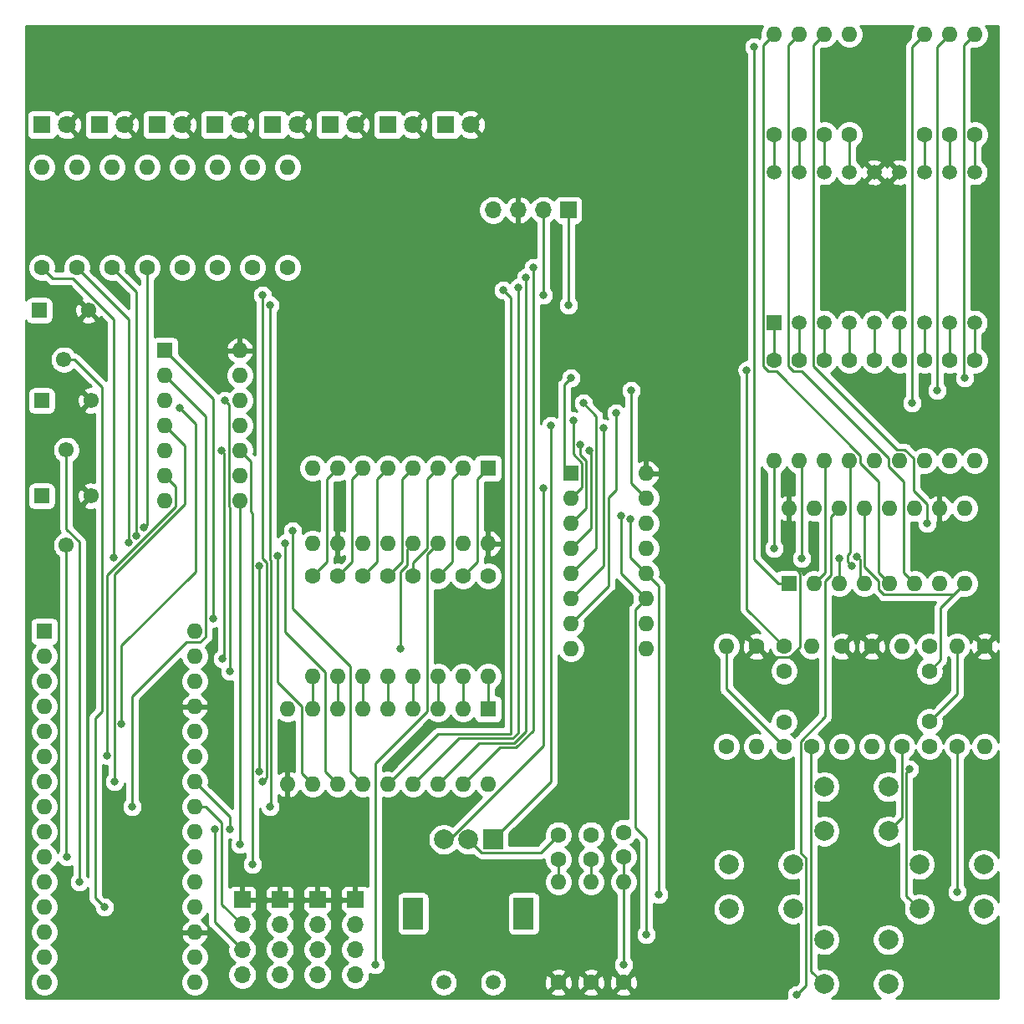
<source format=gbr>
G04 #@! TF.GenerationSoftware,KiCad,Pcbnew,(5.1.6)-1*
G04 #@! TF.CreationDate,2020-05-30T01:19:27-07:00*
G04 #@! TF.ProjectId,NanoDemo,4e616e6f-4465-46d6-9f2e-6b696361645f,rev?*
G04 #@! TF.SameCoordinates,Original*
G04 #@! TF.FileFunction,Copper,L2,Bot*
G04 #@! TF.FilePolarity,Positive*
%FSLAX46Y46*%
G04 Gerber Fmt 4.6, Leading zero omitted, Abs format (unit mm)*
G04 Created by KiCad (PCBNEW (5.1.6)-1) date 2020-05-30 01:19:27*
%MOMM*%
%LPD*%
G01*
G04 APERTURE LIST*
G04 #@! TA.AperFunction,ComponentPad*
%ADD10O,1.700000X1.700000*%
G04 #@! TD*
G04 #@! TA.AperFunction,ComponentPad*
%ADD11R,1.700000X1.700000*%
G04 #@! TD*
G04 #@! TA.AperFunction,ComponentPad*
%ADD12O,1.600000X1.600000*%
G04 #@! TD*
G04 #@! TA.AperFunction,ComponentPad*
%ADD13R,1.600000X1.600000*%
G04 #@! TD*
G04 #@! TA.AperFunction,ComponentPad*
%ADD14C,2.000000*%
G04 #@! TD*
G04 #@! TA.AperFunction,ComponentPad*
%ADD15R,2.000000X2.000000*%
G04 #@! TD*
G04 #@! TA.AperFunction,ComponentPad*
%ADD16R,2.000000X3.200000*%
G04 #@! TD*
G04 #@! TA.AperFunction,ComponentPad*
%ADD17C,1.500000*%
G04 #@! TD*
G04 #@! TA.AperFunction,ComponentPad*
%ADD18C,1.550000*%
G04 #@! TD*
G04 #@! TA.AperFunction,ComponentPad*
%ADD19R,1.550000X1.550000*%
G04 #@! TD*
G04 #@! TA.AperFunction,ComponentPad*
%ADD20C,1.600000*%
G04 #@! TD*
G04 #@! TA.AperFunction,ComponentPad*
%ADD21R,1.500000X1.500000*%
G04 #@! TD*
G04 #@! TA.AperFunction,ComponentPad*
%ADD22C,1.800000*%
G04 #@! TD*
G04 #@! TA.AperFunction,ComponentPad*
%ADD23R,1.800000X1.800000*%
G04 #@! TD*
G04 #@! TA.AperFunction,ViaPad*
%ADD24C,0.800000*%
G04 #@! TD*
G04 #@! TA.AperFunction,Conductor*
%ADD25C,0.250000*%
G04 #@! TD*
G04 #@! TA.AperFunction,Conductor*
%ADD26C,0.254000*%
G04 #@! TD*
G04 APERTURE END LIST*
D10*
G04 #@! TO.P,J5,4*
G04 #@! TO.N,GND*
X114554000Y-88646000D03*
G04 #@! TO.P,J5,3*
G04 #@! TO.N,VCC*
X117094000Y-88646000D03*
G04 #@! TO.P,J5,2*
G04 #@! TO.N,I2C_Clock*
X119634000Y-88646000D03*
D11*
G04 #@! TO.P,J5,1*
G04 #@! TO.N,I2C_Data*
X122174000Y-88646000D03*
G04 #@! TD*
D12*
G04 #@! TO.P,U6,16*
G04 #@! TO.N,VCC*
X130048000Y-115316000D03*
G04 #@! TO.P,U6,8*
G04 #@! TO.N,GND*
X122428000Y-133096000D03*
G04 #@! TO.P,U6,15*
G04 #@! TO.N,Net-(R36-Pad2)*
X130048000Y-117856000D03*
G04 #@! TO.P,U6,7*
G04 #@! TO.N,Net-(R43-Pad2)*
X122428000Y-130556000D03*
G04 #@! TO.P,U6,14*
G04 #@! TO.N,ShiftR1OutR2In*
X130048000Y-120396000D03*
G04 #@! TO.P,U6,6*
G04 #@! TO.N,Net-(R42-Pad2)*
X122428000Y-128016000D03*
G04 #@! TO.P,U6,13*
G04 #@! TO.N,GND*
X130048000Y-122936000D03*
G04 #@! TO.P,U6,5*
G04 #@! TO.N,Net-(R41-Pad2)*
X122428000Y-125476000D03*
G04 #@! TO.P,U6,12*
G04 #@! TO.N,RCLK*
X130048000Y-125476000D03*
G04 #@! TO.P,U6,4*
G04 #@! TO.N,Net-(R40-Pad2)*
X122428000Y-122936000D03*
G04 #@! TO.P,U6,11*
G04 #@! TO.N,SRCLK*
X130048000Y-128016000D03*
G04 #@! TO.P,U6,3*
G04 #@! TO.N,Net-(R39-Pad2)*
X122428000Y-120396000D03*
G04 #@! TO.P,U6,10*
G04 #@! TO.N,VCC*
X130048000Y-130556000D03*
G04 #@! TO.P,U6,2*
G04 #@! TO.N,Net-(R38-Pad2)*
X122428000Y-117856000D03*
G04 #@! TO.P,U6,9*
G04 #@! TO.N,Net-(U6-Pad9)*
X130048000Y-133096000D03*
D13*
G04 #@! TO.P,U6,1*
G04 #@! TO.N,Net-(R37-Pad2)*
X122428000Y-115316000D03*
G04 #@! TD*
D12*
G04 #@! TO.P,U5,18*
G04 #@! TO.N,Net-(R19-Pad1)*
X114046000Y-146812000D03*
G04 #@! TO.P,U5,9*
G04 #@! TO.N,GND*
X93726000Y-139192000D03*
G04 #@! TO.P,U5,17*
G04 #@! TO.N,Net-(R18-Pad1)*
X111506000Y-146812000D03*
G04 #@! TO.P,U5,8*
G04 #@! TO.N,Net-(R20-Pad2)*
X96266000Y-139192000D03*
G04 #@! TO.P,U5,16*
G04 #@! TO.N,Net-(R17-Pad1)*
X108966000Y-146812000D03*
G04 #@! TO.P,U5,7*
G04 #@! TO.N,Net-(R21-Pad2)*
X98806000Y-139192000D03*
G04 #@! TO.P,U5,15*
G04 #@! TO.N,Net-(R16-Pad1)*
X106426000Y-146812000D03*
G04 #@! TO.P,U5,6*
G04 #@! TO.N,Net-(R22-Pad2)*
X101346000Y-139192000D03*
G04 #@! TO.P,U5,14*
G04 #@! TO.N,Net-(R15-Pad1)*
X103886000Y-146812000D03*
G04 #@! TO.P,U5,5*
G04 #@! TO.N,Net-(R23-Pad2)*
X103886000Y-139192000D03*
G04 #@! TO.P,U5,13*
G04 #@! TO.N,Net-(R14-Pad1)*
X101346000Y-146812000D03*
G04 #@! TO.P,U5,4*
G04 #@! TO.N,Net-(R24-Pad2)*
X106426000Y-139192000D03*
G04 #@! TO.P,U5,12*
G04 #@! TO.N,Net-(R13-Pad1)*
X98806000Y-146812000D03*
G04 #@! TO.P,U5,3*
G04 #@! TO.N,Net-(R25-Pad2)*
X108966000Y-139192000D03*
G04 #@! TO.P,U5,11*
G04 #@! TO.N,Net-(R12-Pad1)*
X96266000Y-146812000D03*
G04 #@! TO.P,U5,2*
G04 #@! TO.N,Net-(R26-Pad2)*
X111506000Y-139192000D03*
G04 #@! TO.P,U5,10*
G04 #@! TO.N,VCC*
X93726000Y-146812000D03*
D13*
G04 #@! TO.P,U5,1*
G04 #@! TO.N,Net-(R27-Pad2)*
X114046000Y-139192000D03*
G04 #@! TD*
D12*
G04 #@! TO.P,U4,16*
G04 #@! TO.N,VCC*
X144526000Y-118872000D03*
G04 #@! TO.P,U4,8*
G04 #@! TO.N,GND*
X162306000Y-126492000D03*
G04 #@! TO.P,U4,15*
G04 #@! TO.N,Net-(R28-Pad2)*
X147066000Y-118872000D03*
G04 #@! TO.P,U4,7*
G04 #@! TO.N,Net-(R35-Pad2)*
X159766000Y-126492000D03*
G04 #@! TO.P,U4,14*
G04 #@! TO.N,7SegData*
X149606000Y-118872000D03*
G04 #@! TO.P,U4,6*
G04 #@! TO.N,Net-(R34-Pad2)*
X157226000Y-126492000D03*
G04 #@! TO.P,U4,13*
G04 #@! TO.N,GND*
X152146000Y-118872000D03*
G04 #@! TO.P,U4,5*
G04 #@! TO.N,Net-(R33-Pad2)*
X154686000Y-126492000D03*
G04 #@! TO.P,U4,12*
G04 #@! TO.N,RCLK*
X154686000Y-118872000D03*
G04 #@! TO.P,U4,4*
G04 #@! TO.N,Net-(R32-Pad2)*
X152146000Y-126492000D03*
G04 #@! TO.P,U4,11*
G04 #@! TO.N,SRCLK*
X157226000Y-118872000D03*
G04 #@! TO.P,U4,3*
G04 #@! TO.N,Net-(R31-Pad2)*
X149606000Y-126492000D03*
G04 #@! TO.P,U4,10*
G04 #@! TO.N,VCC*
X159766000Y-118872000D03*
G04 #@! TO.P,U4,2*
G04 #@! TO.N,Net-(R30-Pad2)*
X147066000Y-126492000D03*
G04 #@! TO.P,U4,9*
G04 #@! TO.N,ShiftR1OutR2In*
X162306000Y-118872000D03*
D13*
G04 #@! TO.P,U4,1*
G04 #@! TO.N,Net-(R29-Pad2)*
X144526000Y-126492000D03*
G04 #@! TD*
D12*
G04 #@! TO.P,U2,16*
G04 #@! TO.N,VCC*
X114046000Y-122428000D03*
G04 #@! TO.P,U2,8*
G04 #@! TO.N,GND*
X96266000Y-114808000D03*
G04 #@! TO.P,U2,15*
G04 #@! TO.N,Net-(R27-Pad1)*
X111506000Y-122428000D03*
G04 #@! TO.P,U2,7*
G04 #@! TO.N,Net-(R20-Pad1)*
X98806000Y-114808000D03*
G04 #@! TO.P,U2,14*
G04 #@! TO.N,Net-(A1-Pad14)*
X108966000Y-122428000D03*
G04 #@! TO.P,U2,6*
G04 #@! TO.N,Net-(R21-Pad1)*
X101346000Y-114808000D03*
G04 #@! TO.P,U2,13*
G04 #@! TO.N,GND*
X106426000Y-122428000D03*
G04 #@! TO.P,U2,5*
G04 #@! TO.N,Net-(R22-Pad1)*
X103886000Y-114808000D03*
G04 #@! TO.P,U2,12*
G04 #@! TO.N,RCLK*
X103886000Y-122428000D03*
G04 #@! TO.P,U2,4*
G04 #@! TO.N,Net-(R23-Pad1)*
X106426000Y-114808000D03*
G04 #@! TO.P,U2,11*
G04 #@! TO.N,SRCLK*
X101346000Y-122428000D03*
G04 #@! TO.P,U2,3*
G04 #@! TO.N,Net-(R24-Pad1)*
X108966000Y-114808000D03*
G04 #@! TO.P,U2,10*
G04 #@! TO.N,VCC*
X98806000Y-122428000D03*
G04 #@! TO.P,U2,2*
G04 #@! TO.N,Net-(R25-Pad1)*
X111506000Y-114808000D03*
G04 #@! TO.P,U2,9*
G04 #@! TO.N,Net-(U2-Pad9)*
X96266000Y-122428000D03*
D13*
G04 #@! TO.P,U2,1*
G04 #@! TO.N,Net-(R26-Pad1)*
X114046000Y-114808000D03*
G04 #@! TD*
D12*
G04 #@! TO.P,U1,14*
G04 #@! TO.N,VCC*
X88900000Y-102870000D03*
G04 #@! TO.P,U1,7*
G04 #@! TO.N,GND*
X81280000Y-118110000D03*
G04 #@! TO.P,U1,13*
G04 #@! TO.N,Net-(C7-Pad1)*
X88900000Y-105410000D03*
G04 #@! TO.P,U1,6*
G04 #@! TO.N,Net-(A1-Pad6)*
X81280000Y-115570000D03*
G04 #@! TO.P,U1,12*
G04 #@! TO.N,Net-(A1-Pad5)*
X88900000Y-107950000D03*
G04 #@! TO.P,U1,5*
G04 #@! TO.N,Net-(C4-Pad1)*
X81280000Y-113030000D03*
G04 #@! TO.P,U1,11*
G04 #@! TO.N,Net-(C6-Pad1)*
X88900000Y-110490000D03*
G04 #@! TO.P,U1,4*
G04 #@! TO.N,Net-(A1-Pad7)*
X81280000Y-110490000D03*
G04 #@! TO.P,U1,10*
G04 #@! TO.N,Net-(A1-Pad11)*
X88900000Y-113030000D03*
G04 #@! TO.P,U1,3*
G04 #@! TO.N,Net-(C2-Pad1)*
X81280000Y-107950000D03*
G04 #@! TO.P,U1,9*
G04 #@! TO.N,Net-(C5-Pad1)*
X88900000Y-115570000D03*
G04 #@! TO.P,U1,2*
G04 #@! TO.N,Net-(A1-Pad8)*
X81280000Y-105410000D03*
G04 #@! TO.P,U1,8*
G04 #@! TO.N,Net-(A1-Pad10)*
X88900000Y-118110000D03*
D13*
G04 #@! TO.P,U1,1*
G04 #@! TO.N,Net-(C1-Pad1)*
X81280000Y-102870000D03*
G04 #@! TD*
D14*
G04 #@! TO.P,SW5,2*
G04 #@! TO.N,GND*
X154582000Y-162560000D03*
G04 #@! TO.P,SW5,4*
G04 #@! TO.N,Net-(R11-Pad1)*
X154582000Y-167060000D03*
G04 #@! TO.P,SW5,1*
G04 #@! TO.N,GND*
X148082000Y-162560000D03*
G04 #@! TO.P,SW5,3*
G04 #@! TO.N,Net-(R11-Pad1)*
X148082000Y-167060000D03*
G04 #@! TD*
D15*
G04 #@! TO.P,SW4,A*
G04 #@! TO.N,Net-(C6-Pad1)*
X114554000Y-152400000D03*
D14*
G04 #@! TO.P,SW4,C*
G04 #@! TO.N,GND*
X112054000Y-152400000D03*
G04 #@! TO.P,SW4,B*
G04 #@! TO.N,Net-(C5-Pad1)*
X109554000Y-152400000D03*
D16*
G04 #@! TO.P,SW4,MP*
G04 #@! TO.N,N/C*
X117654000Y-159900000D03*
X106454000Y-159900000D03*
D17*
G04 #@! TO.P,SW4,S2*
G04 #@! TO.N,Net-(A1-Pad9)*
X114554000Y-166900000D03*
G04 #@! TO.P,SW4,S1*
G04 #@! TO.N,GND*
X109554000Y-166900000D03*
G04 #@! TD*
D14*
G04 #@! TO.P,SW3,2*
G04 #@! TO.N,GND*
X154582000Y-147066000D03*
G04 #@! TO.P,SW3,4*
G04 #@! TO.N,Net-(R6-Pad2)*
X154582000Y-151566000D03*
G04 #@! TO.P,SW3,1*
G04 #@! TO.N,GND*
X148082000Y-147066000D03*
G04 #@! TO.P,SW3,3*
G04 #@! TO.N,Net-(R6-Pad2)*
X148082000Y-151566000D03*
G04 #@! TD*
G04 #@! TO.P,SW2,2*
G04 #@! TO.N,GND*
X164234000Y-154940000D03*
G04 #@! TO.P,SW2,4*
G04 #@! TO.N,Net-(R3-Pad2)*
X164234000Y-159440000D03*
G04 #@! TO.P,SW2,1*
G04 #@! TO.N,GND*
X157734000Y-154940000D03*
G04 #@! TO.P,SW2,3*
G04 #@! TO.N,Net-(R3-Pad2)*
X157734000Y-159440000D03*
G04 #@! TD*
G04 #@! TO.P,SW1,2*
G04 #@! TO.N,GND*
X144930000Y-154940000D03*
G04 #@! TO.P,SW1,4*
G04 #@! TO.N,Net-(R1-Pad2)*
X144930000Y-159440000D03*
G04 #@! TO.P,SW1,1*
G04 #@! TO.N,GND*
X138430000Y-154940000D03*
G04 #@! TO.P,SW1,3*
G04 #@! TO.N,Net-(R1-Pad2)*
X138430000Y-159440000D03*
G04 #@! TD*
D18*
G04 #@! TO.P,RV3,2*
G04 #@! TO.N,Net-(A1-Pad21)*
X71334000Y-122602000D03*
D19*
G04 #@! TO.P,RV3,1*
G04 #@! TO.N,GND*
X68834000Y-117602000D03*
D18*
G04 #@! TO.P,RV3,3*
G04 #@! TO.N,VCC*
X73834000Y-117602000D03*
G04 #@! TD*
G04 #@! TO.P,RV2,2*
G04 #@! TO.N,Net-(A1-Pad20)*
X71334000Y-112950000D03*
D19*
G04 #@! TO.P,RV2,1*
G04 #@! TO.N,GND*
X68834000Y-107950000D03*
D18*
G04 #@! TO.P,RV2,3*
G04 #@! TO.N,VCC*
X73834000Y-107950000D03*
G04 #@! TD*
G04 #@! TO.P,RV1,2*
G04 #@! TO.N,Net-(A1-Pad19)*
X71080000Y-103806000D03*
D19*
G04 #@! TO.P,RV1,1*
G04 #@! TO.N,GND*
X68580000Y-98806000D03*
D18*
G04 #@! TO.P,RV1,3*
G04 #@! TO.N,VCC*
X73580000Y-98806000D03*
G04 #@! TD*
D12*
G04 #@! TO.P,R43,2*
G04 #@! TO.N,Net-(R43-Pad2)*
X163322000Y-114046000D03*
D20*
G04 #@! TO.P,R43,1*
G04 #@! TO.N,Net-(DS1-Pad9)*
X163322000Y-103886000D03*
G04 #@! TD*
D12*
G04 #@! TO.P,R42,2*
G04 #@! TO.N,Net-(R42-Pad2)*
X158242000Y-114046000D03*
D20*
G04 #@! TO.P,R42,1*
G04 #@! TO.N,Net-(DS1-Pad7)*
X158242000Y-103886000D03*
G04 #@! TD*
D12*
G04 #@! TO.P,R41,2*
G04 #@! TO.N,Net-(R41-Pad2)*
X158242000Y-70866000D03*
D20*
G04 #@! TO.P,R41,1*
G04 #@! TO.N,Net-(DS1-Pad12)*
X158242000Y-81026000D03*
G04 #@! TD*
D12*
G04 #@! TO.P,R40,2*
G04 #@! TO.N,Net-(R40-Pad2)*
X153162000Y-114046000D03*
D20*
G04 #@! TO.P,R40,1*
G04 #@! TO.N,Net-(DS1-Pad5)*
X153162000Y-103886000D03*
G04 #@! TD*
D12*
G04 #@! TO.P,R39,2*
G04 #@! TO.N,Net-(R39-Pad2)*
X155702000Y-114046000D03*
D20*
G04 #@! TO.P,R39,1*
G04 #@! TO.N,Net-(DS1-Pad6)*
X155702000Y-103886000D03*
G04 #@! TD*
D12*
G04 #@! TO.P,R38,2*
G04 #@! TO.N,Net-(R38-Pad2)*
X160782000Y-114046000D03*
D20*
G04 #@! TO.P,R38,1*
G04 #@! TO.N,Net-(DS1-Pad8)*
X160782000Y-103886000D03*
G04 #@! TD*
D12*
G04 #@! TO.P,R37,2*
G04 #@! TO.N,Net-(R37-Pad2)*
X163322000Y-70866000D03*
D20*
G04 #@! TO.P,R37,1*
G04 #@! TO.N,Net-(DS1-Pad10)*
X163322000Y-81026000D03*
G04 #@! TD*
D12*
G04 #@! TO.P,R36,2*
G04 #@! TO.N,Net-(R36-Pad2)*
X160782000Y-70866000D03*
D20*
G04 #@! TO.P,R36,1*
G04 #@! TO.N,Net-(DS1-Pad11)*
X160782000Y-81026000D03*
G04 #@! TD*
D12*
G04 #@! TO.P,R35,2*
G04 #@! TO.N,Net-(R35-Pad2)*
X150622000Y-114046000D03*
D20*
G04 #@! TO.P,R35,1*
G04 #@! TO.N,Net-(DS1-Pad4)*
X150622000Y-103886000D03*
G04 #@! TD*
D12*
G04 #@! TO.P,R34,2*
G04 #@! TO.N,Net-(R34-Pad2)*
X145542000Y-70866000D03*
D20*
G04 #@! TO.P,R34,1*
G04 #@! TO.N,Net-(DS1-Pad17)*
X145542000Y-81026000D03*
G04 #@! TD*
D12*
G04 #@! TO.P,R33,2*
G04 #@! TO.N,Net-(R33-Pad2)*
X143002000Y-70866000D03*
D20*
G04 #@! TO.P,R33,1*
G04 #@! TO.N,Net-(DS1-Pad18)*
X143002000Y-81026000D03*
G04 #@! TD*
D12*
G04 #@! TO.P,R32,2*
G04 #@! TO.N,Net-(R32-Pad2)*
X143002000Y-114046000D03*
D20*
G04 #@! TO.P,R32,1*
G04 #@! TO.N,Net-(DS1-Pad1)*
X143002000Y-103886000D03*
G04 #@! TD*
D12*
G04 #@! TO.P,R31,2*
G04 #@! TO.N,Net-(R31-Pad2)*
X145542000Y-114046000D03*
D20*
G04 #@! TO.P,R31,1*
G04 #@! TO.N,Net-(DS1-Pad2)*
X145542000Y-103886000D03*
G04 #@! TD*
D12*
G04 #@! TO.P,R30,2*
G04 #@! TO.N,Net-(R30-Pad2)*
X148082000Y-114046000D03*
D20*
G04 #@! TO.P,R30,1*
G04 #@! TO.N,Net-(DS1-Pad3)*
X148082000Y-103886000D03*
G04 #@! TD*
D12*
G04 #@! TO.P,R29,2*
G04 #@! TO.N,Net-(R29-Pad2)*
X150622000Y-70866000D03*
D20*
G04 #@! TO.P,R29,1*
G04 #@! TO.N,Net-(DS1-Pad15)*
X150622000Y-81026000D03*
G04 #@! TD*
D12*
G04 #@! TO.P,R28,2*
G04 #@! TO.N,Net-(R28-Pad2)*
X148082000Y-70866000D03*
D20*
G04 #@! TO.P,R28,1*
G04 #@! TO.N,Net-(DS1-Pad16)*
X148082000Y-81026000D03*
G04 #@! TD*
D12*
G04 #@! TO.P,R27,2*
G04 #@! TO.N,Net-(R27-Pad2)*
X114046000Y-135890000D03*
D20*
G04 #@! TO.P,R27,1*
G04 #@! TO.N,Net-(R27-Pad1)*
X114046000Y-125730000D03*
G04 #@! TD*
D12*
G04 #@! TO.P,R26,2*
G04 #@! TO.N,Net-(R26-Pad2)*
X111506000Y-135890000D03*
D20*
G04 #@! TO.P,R26,1*
G04 #@! TO.N,Net-(R26-Pad1)*
X111506000Y-125730000D03*
G04 #@! TD*
D12*
G04 #@! TO.P,R25,2*
G04 #@! TO.N,Net-(R25-Pad2)*
X108966000Y-135890000D03*
D20*
G04 #@! TO.P,R25,1*
G04 #@! TO.N,Net-(R25-Pad1)*
X108966000Y-125730000D03*
G04 #@! TD*
D12*
G04 #@! TO.P,R24,2*
G04 #@! TO.N,Net-(R24-Pad2)*
X106426000Y-135890000D03*
D20*
G04 #@! TO.P,R24,1*
G04 #@! TO.N,Net-(R24-Pad1)*
X106426000Y-125730000D03*
G04 #@! TD*
D12*
G04 #@! TO.P,R23,2*
G04 #@! TO.N,Net-(R23-Pad2)*
X103886000Y-135890000D03*
D20*
G04 #@! TO.P,R23,1*
G04 #@! TO.N,Net-(R23-Pad1)*
X103886000Y-125730000D03*
G04 #@! TD*
D12*
G04 #@! TO.P,R22,2*
G04 #@! TO.N,Net-(R22-Pad2)*
X101346000Y-135890000D03*
D20*
G04 #@! TO.P,R22,1*
G04 #@! TO.N,Net-(R22-Pad1)*
X101346000Y-125730000D03*
G04 #@! TD*
D12*
G04 #@! TO.P,R21,2*
G04 #@! TO.N,Net-(R21-Pad2)*
X98806000Y-135890000D03*
D20*
G04 #@! TO.P,R21,1*
G04 #@! TO.N,Net-(R21-Pad1)*
X98806000Y-125730000D03*
G04 #@! TD*
D12*
G04 #@! TO.P,R20,2*
G04 #@! TO.N,Net-(R20-Pad2)*
X96266000Y-135890000D03*
D20*
G04 #@! TO.P,R20,1*
G04 #@! TO.N,Net-(R20-Pad1)*
X96266000Y-125730000D03*
G04 #@! TD*
D12*
G04 #@! TO.P,R19,2*
G04 #@! TO.N,Net-(D9-Pad1)*
X68834000Y-84328000D03*
D20*
G04 #@! TO.P,R19,1*
G04 #@! TO.N,Net-(R19-Pad1)*
X68834000Y-94488000D03*
G04 #@! TD*
D12*
G04 #@! TO.P,R18,2*
G04 #@! TO.N,Net-(D16-Pad1)*
X93726000Y-84328000D03*
D20*
G04 #@! TO.P,R18,1*
G04 #@! TO.N,Net-(R18-Pad1)*
X93726000Y-94488000D03*
G04 #@! TD*
D12*
G04 #@! TO.P,R17,2*
G04 #@! TO.N,Net-(D15-Pad1)*
X90170000Y-84328000D03*
D20*
G04 #@! TO.P,R17,1*
G04 #@! TO.N,Net-(R17-Pad1)*
X90170000Y-94488000D03*
G04 #@! TD*
D12*
G04 #@! TO.P,R16,2*
G04 #@! TO.N,Net-(D14-Pad1)*
X86614000Y-84328000D03*
D20*
G04 #@! TO.P,R16,1*
G04 #@! TO.N,Net-(R16-Pad1)*
X86614000Y-94488000D03*
G04 #@! TD*
D12*
G04 #@! TO.P,R15,2*
G04 #@! TO.N,Net-(D13-Pad1)*
X83058000Y-84328000D03*
D20*
G04 #@! TO.P,R15,1*
G04 #@! TO.N,Net-(R15-Pad1)*
X83058000Y-94488000D03*
G04 #@! TD*
D12*
G04 #@! TO.P,R14,2*
G04 #@! TO.N,Net-(D12-Pad1)*
X79502000Y-84328000D03*
D20*
G04 #@! TO.P,R14,1*
G04 #@! TO.N,Net-(R14-Pad1)*
X79502000Y-94488000D03*
G04 #@! TD*
D12*
G04 #@! TO.P,R13,2*
G04 #@! TO.N,Net-(D11-Pad1)*
X75946000Y-84328000D03*
D20*
G04 #@! TO.P,R13,1*
G04 #@! TO.N,Net-(R13-Pad1)*
X75946000Y-94488000D03*
G04 #@! TD*
D12*
G04 #@! TO.P,R12,2*
G04 #@! TO.N,Net-(D10-Pad1)*
X72390000Y-84328000D03*
D20*
G04 #@! TO.P,R12,1*
G04 #@! TO.N,Net-(R12-Pad1)*
X72390000Y-94488000D03*
G04 #@! TD*
D12*
G04 #@! TO.P,R11,2*
G04 #@! TO.N,Net-(C7-Pad1)*
X146812000Y-132842000D03*
D20*
G04 #@! TO.P,R11,1*
G04 #@! TO.N,Net-(R11-Pad1)*
X146812000Y-143002000D03*
G04 #@! TD*
D12*
G04 #@! TO.P,R10,2*
G04 #@! TO.N,Net-(C6-Pad1)*
X121158000Y-156718000D03*
D20*
G04 #@! TO.P,R10,1*
G04 #@! TO.N,VCC*
X121158000Y-166878000D03*
G04 #@! TD*
D12*
G04 #@! TO.P,R9,2*
G04 #@! TO.N,Net-(R11-Pad1)*
X149860000Y-143002000D03*
D20*
G04 #@! TO.P,R9,1*
G04 #@! TO.N,VCC*
X149860000Y-132842000D03*
G04 #@! TD*
D12*
G04 #@! TO.P,R8,2*
G04 #@! TO.N,Net-(C5-Pad1)*
X124460000Y-156718000D03*
D20*
G04 #@! TO.P,R8,1*
G04 #@! TO.N,VCC*
X124460000Y-166878000D03*
G04 #@! TD*
D12*
G04 #@! TO.P,R7,2*
G04 #@! TO.N,Net-(C4-Pad1)*
X155956000Y-132842000D03*
D20*
G04 #@! TO.P,R7,1*
G04 #@! TO.N,Net-(R6-Pad2)*
X155956000Y-143002000D03*
G04 #@! TD*
D12*
G04 #@! TO.P,R6,2*
G04 #@! TO.N,Net-(R6-Pad2)*
X152908000Y-143002000D03*
D20*
G04 #@! TO.P,R6,1*
G04 #@! TO.N,VCC*
X152908000Y-132842000D03*
G04 #@! TD*
D12*
G04 #@! TO.P,R5,2*
G04 #@! TO.N,Net-(A1-Pad9)*
X127762000Y-156718000D03*
D20*
G04 #@! TO.P,R5,1*
G04 #@! TO.N,VCC*
X127762000Y-166878000D03*
G04 #@! TD*
D12*
G04 #@! TO.P,R4,2*
G04 #@! TO.N,Net-(C2-Pad1)*
X138176000Y-132842000D03*
D20*
G04 #@! TO.P,R4,1*
G04 #@! TO.N,Net-(R3-Pad2)*
X138176000Y-143002000D03*
G04 #@! TD*
D12*
G04 #@! TO.P,R3,2*
G04 #@! TO.N,Net-(R3-Pad2)*
X141224000Y-143002000D03*
D20*
G04 #@! TO.P,R3,1*
G04 #@! TO.N,VCC*
X141224000Y-132842000D03*
G04 #@! TD*
D12*
G04 #@! TO.P,R2,2*
G04 #@! TO.N,Net-(C1-Pad1)*
X161544000Y-132842000D03*
D20*
G04 #@! TO.P,R2,1*
G04 #@! TO.N,Net-(R1-Pad2)*
X161544000Y-143002000D03*
G04 #@! TD*
D12*
G04 #@! TO.P,R1,2*
G04 #@! TO.N,Net-(R1-Pad2)*
X164338000Y-143002000D03*
D20*
G04 #@! TO.P,R1,1*
G04 #@! TO.N,VCC*
X164338000Y-132842000D03*
G04 #@! TD*
D10*
G04 #@! TO.P,J4,4*
G04 #@! TO.N,GND*
X100584000Y-166116000D03*
G04 #@! TO.P,J4,3*
G04 #@! TO.N,I2C_Clock*
X100584000Y-163576000D03*
G04 #@! TO.P,J4,2*
G04 #@! TO.N,I2C_Data*
X100584000Y-161036000D03*
D11*
G04 #@! TO.P,J4,1*
G04 #@! TO.N,VCC*
X100584000Y-158496000D03*
G04 #@! TD*
D10*
G04 #@! TO.P,J3,4*
G04 #@! TO.N,GND*
X96774000Y-166116000D03*
G04 #@! TO.P,J3,3*
G04 #@! TO.N,I2C_Clock*
X96774000Y-163576000D03*
G04 #@! TO.P,J3,2*
G04 #@! TO.N,I2C_Data*
X96774000Y-161036000D03*
D11*
G04 #@! TO.P,J3,1*
G04 #@! TO.N,VCC*
X96774000Y-158496000D03*
G04 #@! TD*
D10*
G04 #@! TO.P,J2,4*
G04 #@! TO.N,GND*
X92964000Y-166116000D03*
G04 #@! TO.P,J2,3*
G04 #@! TO.N,I2C_Clock*
X92964000Y-163576000D03*
G04 #@! TO.P,J2,2*
G04 #@! TO.N,I2C_Data*
X92964000Y-161036000D03*
D11*
G04 #@! TO.P,J2,1*
G04 #@! TO.N,VCC*
X92964000Y-158496000D03*
G04 #@! TD*
D10*
G04 #@! TO.P,J1,4*
G04 #@! TO.N,GND*
X89154000Y-166116000D03*
G04 #@! TO.P,J1,3*
G04 #@! TO.N,I2C_Clock*
X89154000Y-163576000D03*
G04 #@! TO.P,J1,2*
G04 #@! TO.N,I2C_Data*
X89154000Y-161036000D03*
D11*
G04 #@! TO.P,J1,1*
G04 #@! TO.N,VCC*
X89154000Y-158496000D03*
G04 #@! TD*
D17*
G04 #@! TO.P,DS1,18*
G04 #@! TO.N,Net-(DS1-Pad18)*
X143002000Y-84836000D03*
G04 #@! TO.P,DS1,17*
G04 #@! TO.N,Net-(DS1-Pad17)*
X145542000Y-84836000D03*
G04 #@! TO.P,DS1,16*
G04 #@! TO.N,Net-(DS1-Pad16)*
X148082000Y-84836000D03*
G04 #@! TO.P,DS1,15*
G04 #@! TO.N,Net-(DS1-Pad15)*
X150622000Y-84836000D03*
G04 #@! TO.P,DS1,14*
G04 #@! TO.N,VCC*
X153162000Y-84836000D03*
G04 #@! TO.P,DS1,13*
X155702000Y-84836000D03*
G04 #@! TO.P,DS1,12*
G04 #@! TO.N,Net-(DS1-Pad12)*
X158242000Y-84836000D03*
G04 #@! TO.P,DS1,11*
G04 #@! TO.N,Net-(DS1-Pad11)*
X160782000Y-84836000D03*
G04 #@! TO.P,DS1,10*
G04 #@! TO.N,Net-(DS1-Pad10)*
X163322000Y-84836000D03*
G04 #@! TO.P,DS1,9*
G04 #@! TO.N,Net-(DS1-Pad9)*
X163322000Y-100076000D03*
G04 #@! TO.P,DS1,8*
G04 #@! TO.N,Net-(DS1-Pad8)*
X160782000Y-100076000D03*
G04 #@! TO.P,DS1,7*
G04 #@! TO.N,Net-(DS1-Pad7)*
X158242000Y-100076000D03*
G04 #@! TO.P,DS1,6*
G04 #@! TO.N,Net-(DS1-Pad6)*
X155702000Y-100076000D03*
G04 #@! TO.P,DS1,5*
G04 #@! TO.N,Net-(DS1-Pad5)*
X153162000Y-100076000D03*
G04 #@! TO.P,DS1,4*
G04 #@! TO.N,Net-(DS1-Pad4)*
X150622000Y-100076000D03*
G04 #@! TO.P,DS1,3*
G04 #@! TO.N,Net-(DS1-Pad3)*
X148082000Y-100076000D03*
G04 #@! TO.P,DS1,2*
G04 #@! TO.N,Net-(DS1-Pad2)*
X145542000Y-100076000D03*
D21*
G04 #@! TO.P,DS1,1*
G04 #@! TO.N,Net-(DS1-Pad1)*
X143002000Y-100076000D03*
G04 #@! TD*
D22*
G04 #@! TO.P,D16,2*
G04 #@! TO.N,VCC*
X112268000Y-80010000D03*
D23*
G04 #@! TO.P,D16,1*
G04 #@! TO.N,Net-(D16-Pad1)*
X109728000Y-80010000D03*
G04 #@! TD*
D22*
G04 #@! TO.P,D15,2*
G04 #@! TO.N,VCC*
X106426000Y-80010000D03*
D23*
G04 #@! TO.P,D15,1*
G04 #@! TO.N,Net-(D15-Pad1)*
X103886000Y-80010000D03*
G04 #@! TD*
D22*
G04 #@! TO.P,D14,2*
G04 #@! TO.N,VCC*
X100584000Y-80010000D03*
D23*
G04 #@! TO.P,D14,1*
G04 #@! TO.N,Net-(D14-Pad1)*
X98044000Y-80010000D03*
G04 #@! TD*
D22*
G04 #@! TO.P,D13,2*
G04 #@! TO.N,VCC*
X94742000Y-80010000D03*
D23*
G04 #@! TO.P,D13,1*
G04 #@! TO.N,Net-(D13-Pad1)*
X92202000Y-80010000D03*
G04 #@! TD*
D22*
G04 #@! TO.P,D12,2*
G04 #@! TO.N,VCC*
X88900000Y-80010000D03*
D23*
G04 #@! TO.P,D12,1*
G04 #@! TO.N,Net-(D12-Pad1)*
X86360000Y-80010000D03*
G04 #@! TD*
D22*
G04 #@! TO.P,D11,2*
G04 #@! TO.N,VCC*
X83058000Y-80010000D03*
D23*
G04 #@! TO.P,D11,1*
G04 #@! TO.N,Net-(D11-Pad1)*
X80518000Y-80010000D03*
G04 #@! TD*
D22*
G04 #@! TO.P,D10,2*
G04 #@! TO.N,VCC*
X77216000Y-80010000D03*
D23*
G04 #@! TO.P,D10,1*
G04 #@! TO.N,Net-(D10-Pad1)*
X74676000Y-80010000D03*
G04 #@! TD*
D22*
G04 #@! TO.P,D9,2*
G04 #@! TO.N,VCC*
X71374000Y-80010000D03*
D23*
G04 #@! TO.P,D9,1*
G04 #@! TO.N,Net-(D9-Pad1)*
X68834000Y-80010000D03*
G04 #@! TD*
D20*
G04 #@! TO.P,C7,2*
G04 #@! TO.N,GND*
X144018000Y-135342000D03*
G04 #@! TO.P,C7,1*
G04 #@! TO.N,Net-(C7-Pad1)*
X144018000Y-132842000D03*
G04 #@! TD*
G04 #@! TO.P,C6,2*
G04 #@! TO.N,GND*
X121158000Y-151932000D03*
G04 #@! TO.P,C6,1*
G04 #@! TO.N,Net-(C6-Pad1)*
X121158000Y-154432000D03*
G04 #@! TD*
G04 #@! TO.P,C5,2*
G04 #@! TO.N,GND*
X124460000Y-151932000D03*
G04 #@! TO.P,C5,1*
G04 #@! TO.N,Net-(C5-Pad1)*
X124460000Y-154432000D03*
G04 #@! TD*
G04 #@! TO.P,C4,2*
G04 #@! TO.N,GND*
X158750000Y-135342000D03*
G04 #@! TO.P,C4,1*
G04 #@! TO.N,Net-(C4-Pad1)*
X158750000Y-132842000D03*
G04 #@! TD*
G04 #@! TO.P,C3,2*
G04 #@! TO.N,GND*
X127762000Y-151678000D03*
G04 #@! TO.P,C3,1*
G04 #@! TO.N,Net-(A1-Pad9)*
X127762000Y-154178000D03*
G04 #@! TD*
G04 #@! TO.P,C2,2*
G04 #@! TO.N,GND*
X144018000Y-140502000D03*
G04 #@! TO.P,C2,1*
G04 #@! TO.N,Net-(C2-Pad1)*
X144018000Y-143002000D03*
G04 #@! TD*
G04 #@! TO.P,C1,2*
G04 #@! TO.N,GND*
X158750000Y-142962000D03*
G04 #@! TO.P,C1,1*
G04 #@! TO.N,Net-(C1-Pad1)*
X158750000Y-140462000D03*
G04 #@! TD*
D12*
G04 #@! TO.P,A1,16*
G04 #@! TO.N,7SegData*
X84328000Y-166878000D03*
G04 #@! TO.P,A1,15*
G04 #@! TO.N,Net-(A1-Pad15)*
X69088000Y-166878000D03*
G04 #@! TO.P,A1,30*
G04 #@! TO.N,Net-(A1-Pad30)*
X84328000Y-131318000D03*
G04 #@! TO.P,A1,14*
G04 #@! TO.N,Net-(A1-Pad14)*
X69088000Y-164338000D03*
G04 #@! TO.P,A1,29*
G04 #@! TO.N,GND*
X84328000Y-133858000D03*
G04 #@! TO.P,A1,13*
G04 #@! TO.N,SRCLK*
X69088000Y-161798000D03*
G04 #@! TO.P,A1,28*
G04 #@! TO.N,Net-(A1-Pad28)*
X84328000Y-136398000D03*
G04 #@! TO.P,A1,12*
G04 #@! TO.N,RCLK*
X69088000Y-159258000D03*
G04 #@! TO.P,A1,27*
G04 #@! TO.N,VCC*
X84328000Y-138938000D03*
G04 #@! TO.P,A1,11*
G04 #@! TO.N,Net-(A1-Pad11)*
X69088000Y-156718000D03*
G04 #@! TO.P,A1,26*
G04 #@! TO.N,Net-(A1-Pad26)*
X84328000Y-141478000D03*
G04 #@! TO.P,A1,10*
G04 #@! TO.N,Net-(A1-Pad10)*
X69088000Y-154178000D03*
G04 #@! TO.P,A1,25*
G04 #@! TO.N,Net-(A1-Pad25)*
X84328000Y-144018000D03*
G04 #@! TO.P,A1,9*
G04 #@! TO.N,Net-(A1-Pad9)*
X69088000Y-151638000D03*
G04 #@! TO.P,A1,24*
G04 #@! TO.N,I2C_Clock*
X84328000Y-146558000D03*
G04 #@! TO.P,A1,8*
G04 #@! TO.N,Net-(A1-Pad8)*
X69088000Y-149098000D03*
G04 #@! TO.P,A1,23*
G04 #@! TO.N,I2C_Data*
X84328000Y-149098000D03*
G04 #@! TO.P,A1,7*
G04 #@! TO.N,Net-(A1-Pad7)*
X69088000Y-146558000D03*
G04 #@! TO.P,A1,22*
G04 #@! TO.N,Net-(A1-Pad22)*
X84328000Y-151638000D03*
G04 #@! TO.P,A1,6*
G04 #@! TO.N,Net-(A1-Pad6)*
X69088000Y-144018000D03*
G04 #@! TO.P,A1,21*
G04 #@! TO.N,Net-(A1-Pad21)*
X84328000Y-154178000D03*
G04 #@! TO.P,A1,5*
G04 #@! TO.N,Net-(A1-Pad5)*
X69088000Y-141478000D03*
G04 #@! TO.P,A1,20*
G04 #@! TO.N,Net-(A1-Pad20)*
X84328000Y-156718000D03*
G04 #@! TO.P,A1,4*
G04 #@! TO.N,GND*
X69088000Y-138938000D03*
G04 #@! TO.P,A1,19*
G04 #@! TO.N,Net-(A1-Pad19)*
X84328000Y-159258000D03*
G04 #@! TO.P,A1,3*
G04 #@! TO.N,Net-(A1-Pad3)*
X69088000Y-136398000D03*
G04 #@! TO.P,A1,18*
G04 #@! TO.N,VCC*
X84328000Y-161798000D03*
G04 #@! TO.P,A1,2*
G04 #@! TO.N,Net-(A1-Pad2)*
X69088000Y-133858000D03*
G04 #@! TO.P,A1,17*
G04 #@! TO.N,Net-(A1-Pad17)*
X84328000Y-164338000D03*
D13*
G04 #@! TO.P,A1,1*
G04 #@! TO.N,Net-(A1-Pad1)*
X69088000Y-131318000D03*
G04 #@! TD*
D24*
G04 #@! TO.N,VCC*
X130810000Y-74930000D03*
X130048000Y-74676000D03*
X122682000Y-74930000D03*
X121920000Y-74676000D03*
X114554000Y-74930000D03*
X113792000Y-74676000D03*
X106426000Y-74930000D03*
X105664000Y-74422000D03*
X98298000Y-74930000D03*
X97536000Y-74676000D03*
X90170000Y-74930000D03*
X89408000Y-74676000D03*
X82042000Y-74930000D03*
X81280000Y-74676000D03*
X73914000Y-74930000D03*
X73152000Y-74676000D03*
G04 #@! TO.N,7SegData*
X145288000Y-168148000D03*
G04 #@! TO.N,Net-(A1-Pad14)*
X102616000Y-165100000D03*
G04 #@! TO.N,GND*
X105156000Y-133096000D03*
G04 #@! TO.N,SRCLK*
X127508000Y-119634000D03*
X130048000Y-162052000D03*
G04 #@! TO.N,RCLK*
X128459920Y-119940383D03*
X131318000Y-157988000D03*
G04 #@! TO.N,VCC*
X134874000Y-130302000D03*
G04 #@! TO.N,Net-(A1-Pad11)*
X90170000Y-154940000D03*
G04 #@! TO.N,Net-(A1-Pad10)*
X88900000Y-152908000D03*
G04 #@! TO.N,Net-(A1-Pad9)*
X127762000Y-165100000D03*
G04 #@! TO.N,I2C_Clock*
X86360000Y-151384000D03*
X87884000Y-151384000D03*
X119634000Y-97282000D03*
X91186000Y-97282000D03*
X91186000Y-146558000D03*
G04 #@! TO.N,Net-(A1-Pad8)*
X77978000Y-149098000D03*
G04 #@! TO.N,I2C_Data*
X122174000Y-98298000D03*
X91948000Y-98298000D03*
X91948000Y-149098000D03*
G04 #@! TO.N,Net-(A1-Pad7)*
X76200000Y-146558000D03*
G04 #@! TO.N,Net-(A1-Pad6)*
X75474990Y-143937205D03*
G04 #@! TO.N,Net-(A1-Pad21)*
X71374000Y-154178000D03*
G04 #@! TO.N,Net-(A1-Pad5)*
X82804000Y-108712000D03*
X76925010Y-140687187D03*
G04 #@! TO.N,Net-(A1-Pad20)*
X72644000Y-156718000D03*
G04 #@! TO.N,Net-(A1-Pad19)*
X75184000Y-159258000D03*
G04 #@! TO.N,Net-(C1-Pad1)*
X86178011Y-130038473D03*
G04 #@! TO.N,Net-(C2-Pad1)*
X87884000Y-135382000D03*
X87376000Y-107950000D03*
G04 #@! TO.N,Net-(C4-Pad1)*
X87122000Y-134112000D03*
X87049989Y-113030000D03*
G04 #@! TO.N,Net-(C5-Pad1)*
X119634000Y-116840000D03*
G04 #@! TO.N,Net-(C6-Pad1)*
X120396000Y-110490000D03*
G04 #@! TO.N,Net-(C7-Pad1)*
X140244990Y-104850860D03*
G04 #@! TO.N,Net-(R1-Pad2)*
X161544000Y-157734000D03*
G04 #@! TO.N,Net-(R3-Pad2)*
X156718000Y-145288000D03*
G04 #@! TO.N,Net-(R12-Pad1)*
X92710000Y-123698000D03*
X77662745Y-122366937D03*
G04 #@! TO.N,Net-(R13-Pad1)*
X93472000Y-122428000D03*
X78369860Y-121659823D03*
G04 #@! TO.N,Net-(R14-Pad1)*
X94234000Y-121158000D03*
X79186841Y-120842841D03*
G04 #@! TO.N,Net-(R15-Pad1)*
X115570000Y-96774000D03*
G04 #@! TO.N,Net-(R16-Pad1)*
X117094000Y-96520000D03*
G04 #@! TO.N,Net-(R17-Pad1)*
X117856000Y-95504000D03*
G04 #@! TO.N,Net-(R18-Pad1)*
X118618000Y-94488000D03*
G04 #@! TO.N,Net-(R19-Pad1)*
X76138841Y-123890841D03*
X90895010Y-145542000D03*
X90895010Y-124714000D03*
G04 #@! TO.N,Net-(R28-Pad2)*
X158496000Y-120396000D03*
G04 #@! TO.N,Net-(R29-Pad2)*
X140970000Y-72136000D03*
G04 #@! TO.N,Net-(R31-Pad2)*
X145796000Y-123952000D03*
X149606000Y-123952000D03*
G04 #@! TO.N,Net-(R32-Pad2)*
X143002000Y-122936000D03*
X151420990Y-123755452D03*
G04 #@! TO.N,Net-(R33-Pad2)*
X143002000Y-70866000D03*
G04 #@! TO.N,Net-(R35-Pad2)*
X150876000Y-124714000D03*
G04 #@! TO.N,Net-(R36-Pad2)*
X159512000Y-106934000D03*
X128524000Y-106934000D03*
G04 #@! TO.N,Net-(R37-Pad2)*
X162306000Y-105664000D03*
X122428000Y-105664000D03*
G04 #@! TO.N,Net-(R38-Pad2)*
X122682000Y-109982000D03*
G04 #@! TO.N,Net-(R39-Pad2)*
X123407010Y-112420668D03*
G04 #@! TO.N,Net-(R40-Pad2)*
X124278011Y-113032305D03*
G04 #@! TO.N,Net-(R41-Pad2)*
X156972000Y-108204000D03*
X123698000Y-108204000D03*
G04 #@! TO.N,Net-(R42-Pad2)*
X125730000Y-110744000D03*
G04 #@! TO.N,Net-(R43-Pad2)*
X127000000Y-109220000D03*
G04 #@! TD*
D25*
G04 #@! TO.N,7SegData*
X146255001Y-154303999D02*
X146255001Y-167180999D01*
X145686999Y-153735997D02*
X146255001Y-154303999D01*
X145686999Y-142461999D02*
X145686999Y-153735997D01*
X148806001Y-119671999D02*
X148806001Y-125626997D01*
X148806001Y-125626997D02*
X148191001Y-126241997D01*
X149606000Y-118872000D02*
X148806001Y-119671999D01*
X148191001Y-126241997D02*
X148191001Y-139957997D01*
X148191001Y-139957997D02*
X145686999Y-142461999D01*
X146255001Y-167180999D02*
X145288000Y-168148000D01*
G04 #@! TO.N,Net-(A1-Pad14)*
X107840999Y-139442003D02*
X107840999Y-123553001D01*
X102616000Y-165100000D02*
X102616000Y-144667002D01*
X102616000Y-144667002D02*
X107840999Y-139442003D01*
X107840999Y-123553001D02*
X108966000Y-122428000D01*
G04 #@! TO.N,GND*
X119364999Y-153725001D02*
X121158000Y-151932000D01*
X113379001Y-153725001D02*
X119364999Y-153725001D01*
X112054000Y-152400000D02*
X113379001Y-153725001D01*
X105156000Y-125334998D02*
X105156000Y-133096000D01*
X105885999Y-124604999D02*
X105156000Y-125334998D01*
X106426000Y-122428000D02*
X105885999Y-122968001D01*
X105885999Y-122968001D02*
X105885999Y-124604999D01*
X154145999Y-127617001D02*
X161180999Y-127617001D01*
X153560999Y-126241997D02*
X153560999Y-127032001D01*
X161180999Y-127617001D02*
X162306000Y-126492000D01*
X152146000Y-124826998D02*
X153560999Y-126241997D01*
X153560999Y-127032001D02*
X154145999Y-127617001D01*
X152146000Y-118872000D02*
X152146000Y-124826998D01*
X159875001Y-128922999D02*
X162306000Y-126492000D01*
X159875001Y-134216999D02*
X159875001Y-128922999D01*
X158750000Y-135342000D02*
X159875001Y-134216999D01*
G04 #@! TO.N,SRCLK*
X127508000Y-125476000D02*
X130048000Y-128016000D01*
X127508000Y-119634000D02*
X127508000Y-125476000D01*
X128922999Y-129141001D02*
X130048000Y-128016000D01*
X128922999Y-151173997D02*
X128922999Y-129141001D01*
X130048000Y-152298998D02*
X128922999Y-151173997D01*
X130048000Y-162052000D02*
X130048000Y-152298998D01*
G04 #@! TO.N,RCLK*
X128459920Y-123887920D02*
X128459920Y-119940383D01*
X130048000Y-125476000D02*
X128459920Y-123887920D01*
X131318000Y-126746000D02*
X130048000Y-125476000D01*
X131318000Y-157988000D02*
X131318000Y-126746000D01*
G04 #@! TO.N,VCC*
X138684000Y-130302000D02*
X141224000Y-132842000D01*
X134874000Y-130302000D02*
X138684000Y-130302000D01*
X142349001Y-133967001D02*
X141224000Y-132842000D01*
X144558001Y-133967001D02*
X142349001Y-133967001D01*
X145651001Y-132874001D02*
X144558001Y-133967001D01*
X145651001Y-125431999D02*
X145651001Y-132874001D01*
X144526000Y-124306998D02*
X145651001Y-125431999D01*
X144526000Y-118872000D02*
X144526000Y-124306998D01*
G04 #@! TO.N,Net-(A1-Pad11)*
X90025001Y-114155001D02*
X90025001Y-119235001D01*
X88900000Y-113030000D02*
X90025001Y-114155001D01*
X90025001Y-119235001D02*
X90170000Y-119380000D01*
X90170000Y-119380000D02*
X90170000Y-154940000D01*
G04 #@! TO.N,Net-(A1-Pad10)*
X88900000Y-152908000D02*
X88900000Y-118110000D01*
G04 #@! TO.N,Net-(A1-Pad9)*
X127762000Y-156718000D02*
X127762000Y-154178000D01*
X127762000Y-156718000D02*
X127762000Y-165100000D01*
G04 #@! TO.N,I2C_Clock*
X86360000Y-160782000D02*
X86360000Y-151384000D01*
X89154000Y-163576000D02*
X86360000Y-160782000D01*
X87884000Y-150114000D02*
X84328000Y-146558000D01*
X87884000Y-151384000D02*
X87884000Y-150114000D01*
X119634000Y-88646000D02*
X119634000Y-97282000D01*
X91620012Y-146123988D02*
X91186000Y-146558000D01*
X91186000Y-97282000D02*
X91186000Y-123931986D01*
X91620012Y-124365998D02*
X91620012Y-146123988D01*
X91186000Y-123931986D02*
X91620012Y-124365998D01*
G04 #@! TO.N,Net-(A1-Pad8)*
X85453001Y-131858001D02*
X85453001Y-109583001D01*
X84868001Y-132443001D02*
X85453001Y-131858001D01*
X83456999Y-132443001D02*
X84868001Y-132443001D01*
X77978000Y-137922000D02*
X83456999Y-132443001D01*
X77978000Y-149098000D02*
X77978000Y-137922000D01*
X85453001Y-109583001D02*
X81280000Y-105410000D01*
G04 #@! TO.N,I2C_Data*
X87085002Y-150723632D02*
X85459370Y-149098000D01*
X85459370Y-149098000D02*
X84328000Y-149098000D01*
X89154000Y-161036000D02*
X87085002Y-158967002D01*
X87085002Y-158967002D02*
X87085002Y-150723632D01*
X122174000Y-88646000D02*
X122174000Y-98298000D01*
X91948000Y-124057575D02*
X92070023Y-124179598D01*
X91948000Y-98298000D02*
X91948000Y-124057575D01*
X92070023Y-148975977D02*
X91948000Y-149098000D01*
X92070023Y-124179598D02*
X92070023Y-148975977D01*
G04 #@! TO.N,Net-(A1-Pad7)*
X76200000Y-125539095D02*
X83312000Y-118427095D01*
X76200000Y-146558000D02*
X76200000Y-125539095D01*
X83312000Y-112522000D02*
X81280000Y-110490000D01*
X83312000Y-118427095D02*
X83312000Y-112522000D01*
G04 #@! TO.N,Net-(A1-Pad6)*
X82405001Y-118697684D02*
X75474990Y-125627695D01*
X82405001Y-116695001D02*
X82405001Y-118697684D01*
X81280000Y-115570000D02*
X82405001Y-116695001D01*
X75474990Y-125627695D02*
X75474990Y-143937205D01*
G04 #@! TO.N,Net-(A1-Pad21)*
X71334000Y-122602000D02*
X71334000Y-154138000D01*
X71334000Y-154138000D02*
X71374000Y-154178000D01*
G04 #@! TO.N,Net-(A1-Pad5)*
X84385989Y-125289600D02*
X76925010Y-132750579D01*
X84385989Y-110293989D02*
X84385989Y-125289600D01*
X76925010Y-132750579D02*
X76925010Y-140687187D01*
X82804000Y-108712000D02*
X84385989Y-110293989D01*
G04 #@! TO.N,Net-(A1-Pad20)*
X72644000Y-122283998D02*
X72644000Y-156718000D01*
X71334000Y-112950000D02*
X71334000Y-120973998D01*
X71334000Y-120973998D02*
X72644000Y-122283998D01*
G04 #@! TO.N,Net-(A1-Pad19)*
X74283980Y-140089199D02*
X74283980Y-158357980D01*
X74934001Y-106563986D02*
X74934001Y-139439178D01*
X71080000Y-103806000D02*
X72176015Y-103806000D01*
X72176015Y-103806000D02*
X74934001Y-106563986D01*
X74934001Y-139439178D02*
X74283980Y-140089199D01*
X74283980Y-158357980D02*
X75184000Y-159258000D01*
G04 #@! TO.N,Net-(C1-Pad1)*
X161544000Y-137668000D02*
X161544000Y-132842000D01*
X158750000Y-140462000D02*
X161544000Y-137668000D01*
X81280000Y-102870000D02*
X86178011Y-107768011D01*
X86178011Y-107768011D02*
X86178011Y-130038473D01*
G04 #@! TO.N,Net-(C2-Pad1)*
X87884000Y-135382000D02*
X87884000Y-118759002D01*
X87884000Y-118759002D02*
X87774999Y-118650001D01*
X87774999Y-118650001D02*
X87774999Y-108348999D01*
X87774999Y-108348999D02*
X87376000Y-107950000D01*
X138176000Y-137160000D02*
X144018000Y-143002000D01*
X138176000Y-132842000D02*
X138176000Y-137160000D01*
G04 #@! TO.N,Net-(C4-Pad1)*
X87318011Y-113298022D02*
X87049989Y-113030000D01*
X87122000Y-134112000D02*
X87318011Y-133915989D01*
X87318011Y-133915989D02*
X87318011Y-113298022D01*
G04 #@! TO.N,Net-(C5-Pad1)*
X124460000Y-156718000D02*
X124460000Y-154432000D01*
X110123002Y-152400000D02*
X109554000Y-152400000D01*
X119634000Y-142889002D02*
X110123002Y-152400000D01*
X119634000Y-116840000D02*
X119634000Y-142889002D01*
G04 #@! TO.N,Net-(C6-Pad1)*
X121158000Y-156718000D02*
X121158000Y-154432000D01*
X120396000Y-146558000D02*
X114554000Y-152400000D01*
X120396000Y-110490000D02*
X120396000Y-146558000D01*
G04 #@! TO.N,Net-(C7-Pad1)*
X144018000Y-132842000D02*
X140244990Y-129068990D01*
X140244990Y-129068990D02*
X140244990Y-104850860D01*
G04 #@! TO.N,Net-(D11-Pad1)*
X80264000Y-80010000D02*
X80518000Y-80010000D01*
G04 #@! TO.N,Net-(DS1-Pad18)*
X143002000Y-84836000D02*
X143002000Y-81026000D01*
G04 #@! TO.N,Net-(DS1-Pad17)*
X145542000Y-84836000D02*
X145542000Y-81026000D01*
G04 #@! TO.N,Net-(DS1-Pad16)*
X148082000Y-81026000D02*
X148082000Y-84836000D01*
G04 #@! TO.N,Net-(DS1-Pad15)*
X150622000Y-84836000D02*
X150622000Y-81026000D01*
G04 #@! TO.N,Net-(DS1-Pad12)*
X158242000Y-81026000D02*
X158242000Y-84836000D01*
G04 #@! TO.N,Net-(DS1-Pad11)*
X160782000Y-84836000D02*
X160782000Y-81026000D01*
G04 #@! TO.N,Net-(DS1-Pad10)*
X163322000Y-81026000D02*
X163322000Y-84836000D01*
G04 #@! TO.N,Net-(DS1-Pad9)*
X163322000Y-103886000D02*
X163322000Y-100076000D01*
G04 #@! TO.N,Net-(DS1-Pad8)*
X160782000Y-100076000D02*
X160782000Y-103886000D01*
G04 #@! TO.N,Net-(DS1-Pad7)*
X158242000Y-103886000D02*
X158242000Y-100076000D01*
G04 #@! TO.N,Net-(DS1-Pad6)*
X155702000Y-100076000D02*
X155702000Y-103886000D01*
G04 #@! TO.N,Net-(DS1-Pad5)*
X153162000Y-103886000D02*
X153162000Y-100076000D01*
G04 #@! TO.N,Net-(DS1-Pad4)*
X150622000Y-100076000D02*
X150622000Y-103886000D01*
G04 #@! TO.N,Net-(DS1-Pad3)*
X148082000Y-103886000D02*
X148082000Y-100076000D01*
G04 #@! TO.N,Net-(DS1-Pad2)*
X145542000Y-100076000D02*
X145542000Y-103886000D01*
G04 #@! TO.N,Net-(DS1-Pad1)*
X143002000Y-103886000D02*
X143002000Y-100076000D01*
G04 #@! TO.N,Net-(R1-Pad2)*
X161544000Y-143002000D02*
X161544000Y-157734000D01*
G04 #@! TO.N,Net-(R3-Pad2)*
X156408999Y-158114999D02*
X157734000Y-159440000D01*
X156408999Y-145597001D02*
X156408999Y-158114999D01*
X156718000Y-145288000D02*
X156408999Y-145597001D01*
G04 #@! TO.N,Net-(R6-Pad2)*
X155956000Y-150192000D02*
X155956000Y-143002000D01*
X154582000Y-151566000D02*
X155956000Y-150192000D01*
G04 #@! TO.N,Net-(R11-Pad1)*
X146756999Y-165734999D02*
X148082000Y-167060000D01*
X146756999Y-143057001D02*
X146756999Y-165734999D01*
X146812000Y-143002000D02*
X146756999Y-143057001D01*
G04 #@! TO.N,Net-(R12-Pad1)*
X95140999Y-145686999D02*
X96266000Y-146812000D01*
X95140999Y-138941997D02*
X95140999Y-145686999D01*
X92710000Y-136510998D02*
X95140999Y-138941997D01*
X92710000Y-123698000D02*
X92710000Y-136510998D01*
X72390000Y-94488000D02*
X77644858Y-99742858D01*
X77644858Y-122349050D02*
X77662745Y-122366937D01*
X77644858Y-99742858D02*
X77644858Y-122349050D01*
G04 #@! TO.N,Net-(R13-Pad1)*
X93472000Y-131430998D02*
X97536000Y-135494998D01*
X93472000Y-122428000D02*
X93472000Y-131430998D01*
X97536000Y-145542000D02*
X98806000Y-146812000D01*
X97536000Y-135494998D02*
X97536000Y-145542000D01*
X75946000Y-94488000D02*
X78369860Y-96911860D01*
X78369860Y-96911860D02*
X78369860Y-121659823D01*
G04 #@! TO.N,Net-(R14-Pad1)*
X94234000Y-121158000D02*
X94234000Y-129032000D01*
X94234000Y-129032000D02*
X100076000Y-134874000D01*
X100076000Y-145542000D02*
X101346000Y-146812000D01*
X100076000Y-134874000D02*
X100076000Y-145542000D01*
X79502000Y-120527682D02*
X79186841Y-120842841D01*
X79502000Y-94488000D02*
X79502000Y-120527682D01*
G04 #@! TO.N,Net-(R15-Pad1)*
X108966000Y-141732000D02*
X103886000Y-146812000D01*
X115570000Y-96774000D02*
X116332000Y-97536000D01*
X116332000Y-141732000D02*
X108966000Y-141732000D01*
X116332000Y-97536000D02*
X116332000Y-141732000D01*
G04 #@! TO.N,Net-(R16-Pad1)*
X116518400Y-142182011D02*
X111055989Y-142182011D01*
X111055989Y-142182011D02*
X106426000Y-146812000D01*
X117094000Y-141606411D02*
X116518400Y-142182011D01*
X117094000Y-96520000D02*
X117094000Y-141606411D01*
G04 #@! TO.N,Net-(R17-Pad1)*
X116704800Y-142632022D02*
X113145978Y-142632022D01*
X113145978Y-142632022D02*
X108966000Y-146812000D01*
X117856000Y-141480822D02*
X116704800Y-142632022D01*
X117856000Y-95504000D02*
X117856000Y-141480822D01*
G04 #@! TO.N,Net-(R18-Pad1)*
X115235967Y-143082033D02*
X111506000Y-146812000D01*
X116891200Y-143082033D02*
X115235967Y-143082033D01*
X118618000Y-94488000D02*
X118618000Y-141355233D01*
X118618000Y-141355233D02*
X116891200Y-143082033D01*
G04 #@! TO.N,Net-(R19-Pad1)*
X68834000Y-94488000D02*
X69959001Y-95613001D01*
X76138841Y-99736839D02*
X76138841Y-123890841D01*
X69959001Y-95613001D02*
X72015003Y-95613001D01*
X72015003Y-95613001D02*
X76138841Y-99736839D01*
X90895010Y-124714000D02*
X90895010Y-125279685D01*
X90895010Y-125279685D02*
X90895010Y-145542000D01*
G04 #@! TO.N,Net-(R20-Pad2)*
X96266000Y-135890000D02*
X96266000Y-139192000D01*
G04 #@! TO.N,Net-(R20-Pad1)*
X97680999Y-124315001D02*
X96266000Y-125730000D01*
X97680999Y-115933001D02*
X97680999Y-124315001D01*
X98806000Y-114808000D02*
X97680999Y-115933001D01*
G04 #@! TO.N,Net-(R21-Pad2)*
X98806000Y-139192000D02*
X98806000Y-135890000D01*
G04 #@! TO.N,Net-(R21-Pad1)*
X100220999Y-124315001D02*
X98806000Y-125730000D01*
X100220999Y-115933001D02*
X100220999Y-124315001D01*
X101346000Y-114808000D02*
X100220999Y-115933001D01*
G04 #@! TO.N,Net-(R22-Pad2)*
X101346000Y-135890000D02*
X101346000Y-139192000D01*
G04 #@! TO.N,Net-(R22-Pad1)*
X102760999Y-124315001D02*
X101346000Y-125730000D01*
X102760999Y-115933001D02*
X102760999Y-124315001D01*
X103886000Y-114808000D02*
X102760999Y-115933001D01*
G04 #@! TO.N,Net-(R23-Pad2)*
X103886000Y-139192000D02*
X103886000Y-135890000D01*
G04 #@! TO.N,Net-(R23-Pad1)*
X105300999Y-124315001D02*
X103886000Y-125730000D01*
X105300999Y-115933001D02*
X105300999Y-124315001D01*
X106426000Y-114808000D02*
X105300999Y-115933001D01*
G04 #@! TO.N,Net-(R24-Pad2)*
X106426000Y-135890000D02*
X106426000Y-139192000D01*
G04 #@! TO.N,Net-(R24-Pad1)*
X107840999Y-122916591D02*
X106426000Y-124331590D01*
X106426000Y-124331590D02*
X106426000Y-125730000D01*
X107840999Y-115933001D02*
X107840999Y-122916591D01*
X108966000Y-114808000D02*
X107840999Y-115933001D01*
G04 #@! TO.N,Net-(R25-Pad2)*
X108966000Y-139192000D02*
X108966000Y-135890000D01*
G04 #@! TO.N,Net-(R25-Pad1)*
X110380999Y-124315001D02*
X108966000Y-125730000D01*
X110380999Y-115933001D02*
X110380999Y-124315001D01*
X111506000Y-114808000D02*
X110380999Y-115933001D01*
G04 #@! TO.N,Net-(R26-Pad2)*
X111506000Y-135890000D02*
X111506000Y-139192000D01*
G04 #@! TO.N,Net-(R26-Pad1)*
X112920999Y-124315001D02*
X111506000Y-125730000D01*
X112920999Y-115933001D02*
X112920999Y-124315001D01*
X114046000Y-114808000D02*
X112920999Y-115933001D01*
G04 #@! TO.N,Net-(R27-Pad2)*
X114046000Y-135890000D02*
X114046000Y-139192000D01*
G04 #@! TO.N,Net-(R28-Pad2)*
X158496000Y-118476998D02*
X158496000Y-120396000D01*
X157116999Y-117097997D02*
X158496000Y-118476998D01*
X157116999Y-113795997D02*
X157116999Y-117097997D01*
X146956999Y-71991001D02*
X146956999Y-104426001D01*
X148082000Y-70866000D02*
X146956999Y-71991001D01*
X155451997Y-112920999D02*
X156242001Y-112920999D01*
X146956999Y-104426001D02*
X155451997Y-112920999D01*
X156242001Y-112920999D02*
X157116999Y-113795997D01*
G04 #@! TO.N,Net-(R29-Pad2)*
X140970000Y-123986000D02*
X140970000Y-72136000D01*
X143476000Y-126492000D02*
X140970000Y-123986000D01*
X144526000Y-126492000D02*
X143476000Y-126492000D01*
G04 #@! TO.N,Net-(R30-Pad2)*
X148191001Y-114155001D02*
X148191001Y-125366999D01*
X148191001Y-125366999D02*
X147066000Y-126492000D01*
X148082000Y-114046000D02*
X148191001Y-114155001D01*
G04 #@! TO.N,Net-(R31-Pad2)*
X145542000Y-114046000D02*
X145796000Y-114300000D01*
X145796000Y-114300000D02*
X145796000Y-123952000D01*
X149606000Y-123952000D02*
X149606000Y-126492000D01*
G04 #@! TO.N,Net-(R32-Pad2)*
X143002000Y-114046000D02*
X143002000Y-122936000D01*
X152146000Y-126492000D02*
X151695989Y-126041989D01*
X151695989Y-126041989D02*
X151695989Y-124030451D01*
X151695989Y-124030451D02*
X151420990Y-123755452D01*
G04 #@! TO.N,Net-(R33-Pad2)*
X141876999Y-71991001D02*
X143002000Y-70866000D01*
X142461999Y-105011001D02*
X141876999Y-104426001D01*
X143252003Y-105011001D02*
X142461999Y-105011001D01*
X151747001Y-113505999D02*
X143252003Y-105011001D01*
X151747001Y-114296003D02*
X151747001Y-113505999D01*
X153560999Y-116110001D02*
X151747001Y-114296003D01*
X141876999Y-104426001D02*
X141876999Y-71991001D01*
X153560999Y-125366999D02*
X153560999Y-116110001D01*
X154686000Y-126492000D02*
X153560999Y-125366999D01*
G04 #@! TO.N,Net-(R34-Pad2)*
X145001999Y-105011001D02*
X144416999Y-104426001D01*
X145792003Y-105011001D02*
X145001999Y-105011001D01*
X144416999Y-71991001D02*
X145542000Y-70866000D01*
X154576999Y-114586001D02*
X154576999Y-113795997D01*
X144416999Y-104426001D02*
X144416999Y-71991001D01*
X156100999Y-116110001D02*
X154576999Y-114586001D01*
X156100999Y-125366999D02*
X156100999Y-116110001D01*
X154576999Y-113795997D02*
X145792003Y-105011001D01*
X157226000Y-126492000D02*
X156100999Y-125366999D01*
G04 #@! TO.N,Net-(R35-Pad2)*
X150476001Y-123629718D02*
X150476001Y-124314001D01*
X150731001Y-123374718D02*
X150476001Y-123629718D01*
X150731001Y-114155001D02*
X150731001Y-123374718D01*
X150476001Y-124314001D02*
X150876000Y-124714000D01*
X150622000Y-114046000D02*
X150731001Y-114155001D01*
G04 #@! TO.N,Net-(R36-Pad2)*
X160782000Y-70866000D02*
X159512000Y-72136000D01*
X159512000Y-72136000D02*
X159512000Y-106934000D01*
X128524000Y-106934000D02*
X128524000Y-116332000D01*
X128524000Y-116332000D02*
X130048000Y-117856000D01*
G04 #@! TO.N,Net-(R37-Pad2)*
X162196999Y-105554999D02*
X162306000Y-105664000D01*
X163322000Y-70866000D02*
X162196999Y-71991001D01*
X162196999Y-71991001D02*
X162196999Y-105554999D01*
X121723991Y-114611991D02*
X122428000Y-115316000D01*
X121723991Y-106368009D02*
X121723991Y-114611991D01*
X122428000Y-105664000D02*
X121723991Y-106368009D01*
G04 #@! TO.N,Net-(R38-Pad2)*
X123553001Y-116730999D02*
X122428000Y-117856000D01*
X123553001Y-114255999D02*
X123553001Y-116730999D01*
X122682000Y-109982000D02*
X122682000Y-113384998D01*
X122682000Y-113384998D02*
X123553001Y-114255999D01*
G04 #@! TO.N,Net-(R39-Pad2)*
X124003012Y-114069599D02*
X123407010Y-113473597D01*
X123407010Y-113473597D02*
X123407010Y-112420668D01*
X122428000Y-120396000D02*
X124003012Y-118820988D01*
X124003012Y-118820988D02*
X124003012Y-114069599D01*
G04 #@! TO.N,Net-(R40-Pad2)*
X124453023Y-113207317D02*
X124278011Y-113032305D01*
X124453023Y-120910977D02*
X124453023Y-113207317D01*
X122428000Y-122936000D02*
X124453023Y-120910977D01*
G04 #@! TO.N,Net-(R41-Pad2)*
X158242000Y-70866000D02*
X156972000Y-72136000D01*
X156972000Y-72136000D02*
X156972000Y-108204000D01*
X125003012Y-109509012D02*
X125003012Y-122900988D01*
X123698000Y-108204000D02*
X125003012Y-109509012D01*
X125003012Y-122900988D02*
X122428000Y-125476000D01*
G04 #@! TO.N,Net-(R42-Pad2)*
X125730000Y-124714000D02*
X122428000Y-128016000D01*
X125730000Y-110744000D02*
X125730000Y-124714000D01*
G04 #@! TO.N,Net-(R43-Pad2)*
X127000000Y-109220000D02*
X127000000Y-117036998D01*
X126274999Y-117761999D02*
X126274999Y-126709001D01*
X127000000Y-117036998D02*
X126274999Y-117761999D01*
X126274999Y-126709001D02*
X122428000Y-130556000D01*
G04 #@! TD*
D26*
G04 #@! TO.N,VCC*
G36*
X151031363Y-127406759D02*
G01*
X151231241Y-127606637D01*
X151466273Y-127763680D01*
X151727426Y-127871853D01*
X152004665Y-127927000D01*
X152287335Y-127927000D01*
X152564574Y-127871853D01*
X152825727Y-127763680D01*
X153060759Y-127606637D01*
X153060796Y-127606600D01*
X153582199Y-128128003D01*
X153605998Y-128157002D01*
X153634996Y-128180800D01*
X153721722Y-128251975D01*
X153853752Y-128322547D01*
X153997013Y-128366004D01*
X154108666Y-128377001D01*
X154108676Y-128377001D01*
X154145999Y-128380677D01*
X154183322Y-128377001D01*
X159342308Y-128377001D01*
X159335001Y-128382998D01*
X159311203Y-128411996D01*
X159311202Y-128411997D01*
X159240027Y-128498723D01*
X159169455Y-128630753D01*
X159149746Y-128695727D01*
X159125999Y-128774013D01*
X159115263Y-128883015D01*
X159111325Y-128922999D01*
X159115002Y-128960331D01*
X159115002Y-131451491D01*
X158891335Y-131407000D01*
X158608665Y-131407000D01*
X158331426Y-131462147D01*
X158070273Y-131570320D01*
X157835241Y-131727363D01*
X157635363Y-131927241D01*
X157478320Y-132162273D01*
X157370147Y-132423426D01*
X157353000Y-132509629D01*
X157335853Y-132423426D01*
X157227680Y-132162273D01*
X157070637Y-131927241D01*
X156870759Y-131727363D01*
X156635727Y-131570320D01*
X156374574Y-131462147D01*
X156097335Y-131407000D01*
X155814665Y-131407000D01*
X155537426Y-131462147D01*
X155276273Y-131570320D01*
X155041241Y-131727363D01*
X154841363Y-131927241D01*
X154684320Y-132162273D01*
X154576147Y-132423426D01*
X154521000Y-132700665D01*
X154521000Y-132983335D01*
X154576147Y-133260574D01*
X154684320Y-133521727D01*
X154841363Y-133756759D01*
X155041241Y-133956637D01*
X155276273Y-134113680D01*
X155537426Y-134221853D01*
X155814665Y-134277000D01*
X156097335Y-134277000D01*
X156374574Y-134221853D01*
X156635727Y-134113680D01*
X156870759Y-133956637D01*
X157070637Y-133756759D01*
X157227680Y-133521727D01*
X157335853Y-133260574D01*
X157353000Y-133174371D01*
X157370147Y-133260574D01*
X157478320Y-133521727D01*
X157635363Y-133756759D01*
X157835241Y-133956637D01*
X158037827Y-134092000D01*
X157835241Y-134227363D01*
X157635363Y-134427241D01*
X157478320Y-134662273D01*
X157370147Y-134923426D01*
X157315000Y-135200665D01*
X157315000Y-135483335D01*
X157370147Y-135760574D01*
X157478320Y-136021727D01*
X157635363Y-136256759D01*
X157835241Y-136456637D01*
X158070273Y-136613680D01*
X158331426Y-136721853D01*
X158608665Y-136777000D01*
X158891335Y-136777000D01*
X159168574Y-136721853D01*
X159429727Y-136613680D01*
X159664759Y-136456637D01*
X159864637Y-136256759D01*
X160021680Y-136021727D01*
X160129853Y-135760574D01*
X160185000Y-135483335D01*
X160185000Y-135200665D01*
X160148688Y-135018114D01*
X160386005Y-134780797D01*
X160415002Y-134757000D01*
X160509975Y-134641275D01*
X160580547Y-134509246D01*
X160624004Y-134365985D01*
X160635001Y-134254332D01*
X160635001Y-134254324D01*
X160638677Y-134216999D01*
X160635001Y-134179674D01*
X160635001Y-133960486D01*
X160784001Y-134060044D01*
X160784000Y-137353198D01*
X159073886Y-139063312D01*
X158891335Y-139027000D01*
X158608665Y-139027000D01*
X158331426Y-139082147D01*
X158070273Y-139190320D01*
X157835241Y-139347363D01*
X157635363Y-139547241D01*
X157478320Y-139782273D01*
X157370147Y-140043426D01*
X157315000Y-140320665D01*
X157315000Y-140603335D01*
X157370147Y-140880574D01*
X157478320Y-141141727D01*
X157635363Y-141376759D01*
X157835241Y-141576637D01*
X158037827Y-141712000D01*
X157835241Y-141847363D01*
X157635363Y-142047241D01*
X157478320Y-142282273D01*
X157370147Y-142543426D01*
X157349022Y-142649629D01*
X157335853Y-142583426D01*
X157227680Y-142322273D01*
X157070637Y-142087241D01*
X156870759Y-141887363D01*
X156635727Y-141730320D01*
X156374574Y-141622147D01*
X156097335Y-141567000D01*
X155814665Y-141567000D01*
X155537426Y-141622147D01*
X155276273Y-141730320D01*
X155041241Y-141887363D01*
X154841363Y-142087241D01*
X154684320Y-142322273D01*
X154576147Y-142583426D01*
X154521000Y-142860665D01*
X154521000Y-143143335D01*
X154576147Y-143420574D01*
X154684320Y-143681727D01*
X154841363Y-143916759D01*
X155041241Y-144116637D01*
X155196001Y-144220044D01*
X155196001Y-145550616D01*
X155058912Y-145493832D01*
X154743033Y-145431000D01*
X154420967Y-145431000D01*
X154105088Y-145493832D01*
X153807537Y-145617082D01*
X153539748Y-145796013D01*
X153312013Y-146023748D01*
X153133082Y-146291537D01*
X153009832Y-146589088D01*
X152947000Y-146904967D01*
X152947000Y-147227033D01*
X153009832Y-147542912D01*
X153133082Y-147840463D01*
X153312013Y-148108252D01*
X153539748Y-148335987D01*
X153807537Y-148514918D01*
X154105088Y-148638168D01*
X154420967Y-148701000D01*
X154743033Y-148701000D01*
X155058912Y-148638168D01*
X155196000Y-148581384D01*
X155196000Y-149877197D01*
X155073375Y-149999823D01*
X155058912Y-149993832D01*
X154743033Y-149931000D01*
X154420967Y-149931000D01*
X154105088Y-149993832D01*
X153807537Y-150117082D01*
X153539748Y-150296013D01*
X153312013Y-150523748D01*
X153133082Y-150791537D01*
X153009832Y-151089088D01*
X152947000Y-151404967D01*
X152947000Y-151727033D01*
X153009832Y-152042912D01*
X153133082Y-152340463D01*
X153312013Y-152608252D01*
X153539748Y-152835987D01*
X153807537Y-153014918D01*
X154105088Y-153138168D01*
X154420967Y-153201000D01*
X154743033Y-153201000D01*
X155058912Y-153138168D01*
X155356463Y-153014918D01*
X155624252Y-152835987D01*
X155649000Y-152811239D01*
X155649000Y-158077667D01*
X155645323Y-158114999D01*
X155649000Y-158152332D01*
X155659997Y-158263985D01*
X155670922Y-158300000D01*
X155703453Y-158407245D01*
X155774025Y-158539275D01*
X155842716Y-158622974D01*
X155868999Y-158655000D01*
X155897997Y-158678798D01*
X156167823Y-158948624D01*
X156161832Y-158963088D01*
X156099000Y-159278967D01*
X156099000Y-159601033D01*
X156161832Y-159916912D01*
X156285082Y-160214463D01*
X156464013Y-160482252D01*
X156691748Y-160709987D01*
X156959537Y-160888918D01*
X157257088Y-161012168D01*
X157572967Y-161075000D01*
X157895033Y-161075000D01*
X158210912Y-161012168D01*
X158508463Y-160888918D01*
X158776252Y-160709987D01*
X159003987Y-160482252D01*
X159182918Y-160214463D01*
X159306168Y-159916912D01*
X159369000Y-159601033D01*
X159369000Y-159278967D01*
X159306168Y-158963088D01*
X159182918Y-158665537D01*
X159003987Y-158397748D01*
X158776252Y-158170013D01*
X158508463Y-157991082D01*
X158210912Y-157867832D01*
X157895033Y-157805000D01*
X157572967Y-157805000D01*
X157257088Y-157867832D01*
X157242624Y-157873823D01*
X157168999Y-157800198D01*
X157168999Y-156475680D01*
X157257088Y-156512168D01*
X157572967Y-156575000D01*
X157895033Y-156575000D01*
X158210912Y-156512168D01*
X158508463Y-156388918D01*
X158776252Y-156209987D01*
X159003987Y-155982252D01*
X159182918Y-155714463D01*
X159306168Y-155416912D01*
X159369000Y-155101033D01*
X159369000Y-154778967D01*
X159306168Y-154463088D01*
X159182918Y-154165537D01*
X159003987Y-153897748D01*
X158776252Y-153670013D01*
X158508463Y-153491082D01*
X158210912Y-153367832D01*
X157895033Y-153305000D01*
X157572967Y-153305000D01*
X157257088Y-153367832D01*
X157168999Y-153404320D01*
X157168999Y-146221466D01*
X157208256Y-146205205D01*
X157377774Y-146091937D01*
X157521937Y-145947774D01*
X157635205Y-145778256D01*
X157713226Y-145589898D01*
X157753000Y-145389939D01*
X157753000Y-145186061D01*
X157713226Y-144986102D01*
X157635205Y-144797744D01*
X157521937Y-144628226D01*
X157377774Y-144484063D01*
X157208256Y-144370795D01*
X157019898Y-144292774D01*
X156819939Y-144253000D01*
X156716000Y-144253000D01*
X156716000Y-144220043D01*
X156870759Y-144116637D01*
X157070637Y-143916759D01*
X157227680Y-143681727D01*
X157335853Y-143420574D01*
X157356978Y-143314371D01*
X157370147Y-143380574D01*
X157478320Y-143641727D01*
X157635363Y-143876759D01*
X157835241Y-144076637D01*
X158070273Y-144233680D01*
X158331426Y-144341853D01*
X158608665Y-144397000D01*
X158891335Y-144397000D01*
X159168574Y-144341853D01*
X159429727Y-144233680D01*
X159664759Y-144076637D01*
X159864637Y-143876759D01*
X160021680Y-143641727D01*
X160129853Y-143380574D01*
X160143022Y-143314371D01*
X160164147Y-143420574D01*
X160272320Y-143681727D01*
X160429363Y-143916759D01*
X160629241Y-144116637D01*
X160784000Y-144220043D01*
X160784001Y-157030288D01*
X160740063Y-157074226D01*
X160626795Y-157243744D01*
X160548774Y-157432102D01*
X160509000Y-157632061D01*
X160509000Y-157835939D01*
X160548774Y-158035898D01*
X160626795Y-158224256D01*
X160740063Y-158393774D01*
X160884226Y-158537937D01*
X161053744Y-158651205D01*
X161242102Y-158729226D01*
X161442061Y-158769000D01*
X161645939Y-158769000D01*
X161845898Y-158729226D01*
X162034256Y-158651205D01*
X162203774Y-158537937D01*
X162347937Y-158393774D01*
X162461205Y-158224256D01*
X162539226Y-158035898D01*
X162579000Y-157835939D01*
X162579000Y-157632061D01*
X162539226Y-157432102D01*
X162461205Y-157243744D01*
X162347937Y-157074226D01*
X162304000Y-157030289D01*
X162304000Y-144220043D01*
X162458759Y-144116637D01*
X162658637Y-143916759D01*
X162815680Y-143681727D01*
X162923853Y-143420574D01*
X162941000Y-143334371D01*
X162958147Y-143420574D01*
X163066320Y-143681727D01*
X163223363Y-143916759D01*
X163423241Y-144116637D01*
X163658273Y-144273680D01*
X163919426Y-144381853D01*
X164196665Y-144437000D01*
X164479335Y-144437000D01*
X164756574Y-144381853D01*
X165017727Y-144273680D01*
X165252759Y-144116637D01*
X165452637Y-143916759D01*
X165609680Y-143681727D01*
X165710000Y-143439532D01*
X165710000Y-154230919D01*
X165682918Y-154165537D01*
X165503987Y-153897748D01*
X165276252Y-153670013D01*
X165008463Y-153491082D01*
X164710912Y-153367832D01*
X164395033Y-153305000D01*
X164072967Y-153305000D01*
X163757088Y-153367832D01*
X163459537Y-153491082D01*
X163191748Y-153670013D01*
X162964013Y-153897748D01*
X162785082Y-154165537D01*
X162661832Y-154463088D01*
X162599000Y-154778967D01*
X162599000Y-155101033D01*
X162661832Y-155416912D01*
X162785082Y-155714463D01*
X162964013Y-155982252D01*
X163191748Y-156209987D01*
X163459537Y-156388918D01*
X163757088Y-156512168D01*
X164072967Y-156575000D01*
X164395033Y-156575000D01*
X164710912Y-156512168D01*
X165008463Y-156388918D01*
X165276252Y-156209987D01*
X165503987Y-155982252D01*
X165682918Y-155714463D01*
X165710000Y-155649081D01*
X165710000Y-158730919D01*
X165682918Y-158665537D01*
X165503987Y-158397748D01*
X165276252Y-158170013D01*
X165008463Y-157991082D01*
X164710912Y-157867832D01*
X164395033Y-157805000D01*
X164072967Y-157805000D01*
X163757088Y-157867832D01*
X163459537Y-157991082D01*
X163191748Y-158170013D01*
X162964013Y-158397748D01*
X162785082Y-158665537D01*
X162661832Y-158963088D01*
X162599000Y-159278967D01*
X162599000Y-159601033D01*
X162661832Y-159916912D01*
X162785082Y-160214463D01*
X162964013Y-160482252D01*
X163191748Y-160709987D01*
X163459537Y-160888918D01*
X163757088Y-161012168D01*
X164072967Y-161075000D01*
X164395033Y-161075000D01*
X164710912Y-161012168D01*
X165008463Y-160888918D01*
X165276252Y-160709987D01*
X165503987Y-160482252D01*
X165682918Y-160214463D01*
X165710000Y-160149081D01*
X165710000Y-168504000D01*
X155363823Y-168504000D01*
X155624252Y-168329987D01*
X155851987Y-168102252D01*
X156030918Y-167834463D01*
X156154168Y-167536912D01*
X156217000Y-167221033D01*
X156217000Y-166898967D01*
X156154168Y-166583088D01*
X156030918Y-166285537D01*
X155851987Y-166017748D01*
X155624252Y-165790013D01*
X155356463Y-165611082D01*
X155058912Y-165487832D01*
X154743033Y-165425000D01*
X154420967Y-165425000D01*
X154105088Y-165487832D01*
X153807537Y-165611082D01*
X153539748Y-165790013D01*
X153312013Y-166017748D01*
X153133082Y-166285537D01*
X153009832Y-166583088D01*
X152947000Y-166898967D01*
X152947000Y-167221033D01*
X153009832Y-167536912D01*
X153133082Y-167834463D01*
X153312013Y-168102252D01*
X153539748Y-168329987D01*
X153800177Y-168504000D01*
X148863823Y-168504000D01*
X149124252Y-168329987D01*
X149351987Y-168102252D01*
X149530918Y-167834463D01*
X149654168Y-167536912D01*
X149717000Y-167221033D01*
X149717000Y-166898967D01*
X149654168Y-166583088D01*
X149530918Y-166285537D01*
X149351987Y-166017748D01*
X149124252Y-165790013D01*
X148856463Y-165611082D01*
X148558912Y-165487832D01*
X148243033Y-165425000D01*
X147920967Y-165425000D01*
X147605088Y-165487832D01*
X147590624Y-165493823D01*
X147516999Y-165420198D01*
X147516999Y-164095680D01*
X147605088Y-164132168D01*
X147920967Y-164195000D01*
X148243033Y-164195000D01*
X148558912Y-164132168D01*
X148856463Y-164008918D01*
X149124252Y-163829987D01*
X149351987Y-163602252D01*
X149530918Y-163334463D01*
X149654168Y-163036912D01*
X149717000Y-162721033D01*
X149717000Y-162398967D01*
X152947000Y-162398967D01*
X152947000Y-162721033D01*
X153009832Y-163036912D01*
X153133082Y-163334463D01*
X153312013Y-163602252D01*
X153539748Y-163829987D01*
X153807537Y-164008918D01*
X154105088Y-164132168D01*
X154420967Y-164195000D01*
X154743033Y-164195000D01*
X155058912Y-164132168D01*
X155356463Y-164008918D01*
X155624252Y-163829987D01*
X155851987Y-163602252D01*
X156030918Y-163334463D01*
X156154168Y-163036912D01*
X156217000Y-162721033D01*
X156217000Y-162398967D01*
X156154168Y-162083088D01*
X156030918Y-161785537D01*
X155851987Y-161517748D01*
X155624252Y-161290013D01*
X155356463Y-161111082D01*
X155058912Y-160987832D01*
X154743033Y-160925000D01*
X154420967Y-160925000D01*
X154105088Y-160987832D01*
X153807537Y-161111082D01*
X153539748Y-161290013D01*
X153312013Y-161517748D01*
X153133082Y-161785537D01*
X153009832Y-162083088D01*
X152947000Y-162398967D01*
X149717000Y-162398967D01*
X149654168Y-162083088D01*
X149530918Y-161785537D01*
X149351987Y-161517748D01*
X149124252Y-161290013D01*
X148856463Y-161111082D01*
X148558912Y-160987832D01*
X148243033Y-160925000D01*
X147920967Y-160925000D01*
X147605088Y-160987832D01*
X147516999Y-161024320D01*
X147516999Y-153101680D01*
X147605088Y-153138168D01*
X147920967Y-153201000D01*
X148243033Y-153201000D01*
X148558912Y-153138168D01*
X148856463Y-153014918D01*
X149124252Y-152835987D01*
X149351987Y-152608252D01*
X149530918Y-152340463D01*
X149654168Y-152042912D01*
X149717000Y-151727033D01*
X149717000Y-151404967D01*
X149654168Y-151089088D01*
X149530918Y-150791537D01*
X149351987Y-150523748D01*
X149124252Y-150296013D01*
X148856463Y-150117082D01*
X148558912Y-149993832D01*
X148243033Y-149931000D01*
X147920967Y-149931000D01*
X147605088Y-149993832D01*
X147516999Y-150030320D01*
X147516999Y-148601680D01*
X147605088Y-148638168D01*
X147920967Y-148701000D01*
X148243033Y-148701000D01*
X148558912Y-148638168D01*
X148856463Y-148514918D01*
X149124252Y-148335987D01*
X149351987Y-148108252D01*
X149530918Y-147840463D01*
X149654168Y-147542912D01*
X149717000Y-147227033D01*
X149717000Y-146904967D01*
X149654168Y-146589088D01*
X149530918Y-146291537D01*
X149351987Y-146023748D01*
X149124252Y-145796013D01*
X148856463Y-145617082D01*
X148558912Y-145493832D01*
X148243033Y-145431000D01*
X147920967Y-145431000D01*
X147605088Y-145493832D01*
X147516999Y-145530320D01*
X147516999Y-144256794D01*
X147726759Y-144116637D01*
X147926637Y-143916759D01*
X148083680Y-143681727D01*
X148191853Y-143420574D01*
X148247000Y-143143335D01*
X148247000Y-142860665D01*
X148425000Y-142860665D01*
X148425000Y-143143335D01*
X148480147Y-143420574D01*
X148588320Y-143681727D01*
X148745363Y-143916759D01*
X148945241Y-144116637D01*
X149180273Y-144273680D01*
X149441426Y-144381853D01*
X149718665Y-144437000D01*
X150001335Y-144437000D01*
X150278574Y-144381853D01*
X150539727Y-144273680D01*
X150774759Y-144116637D01*
X150974637Y-143916759D01*
X151131680Y-143681727D01*
X151239853Y-143420574D01*
X151295000Y-143143335D01*
X151295000Y-142860665D01*
X151473000Y-142860665D01*
X151473000Y-143143335D01*
X151528147Y-143420574D01*
X151636320Y-143681727D01*
X151793363Y-143916759D01*
X151993241Y-144116637D01*
X152228273Y-144273680D01*
X152489426Y-144381853D01*
X152766665Y-144437000D01*
X153049335Y-144437000D01*
X153326574Y-144381853D01*
X153587727Y-144273680D01*
X153822759Y-144116637D01*
X154022637Y-143916759D01*
X154179680Y-143681727D01*
X154287853Y-143420574D01*
X154343000Y-143143335D01*
X154343000Y-142860665D01*
X154287853Y-142583426D01*
X154179680Y-142322273D01*
X154022637Y-142087241D01*
X153822759Y-141887363D01*
X153587727Y-141730320D01*
X153326574Y-141622147D01*
X153049335Y-141567000D01*
X152766665Y-141567000D01*
X152489426Y-141622147D01*
X152228273Y-141730320D01*
X151993241Y-141887363D01*
X151793363Y-142087241D01*
X151636320Y-142322273D01*
X151528147Y-142583426D01*
X151473000Y-142860665D01*
X151295000Y-142860665D01*
X151239853Y-142583426D01*
X151131680Y-142322273D01*
X150974637Y-142087241D01*
X150774759Y-141887363D01*
X150539727Y-141730320D01*
X150278574Y-141622147D01*
X150001335Y-141567000D01*
X149718665Y-141567000D01*
X149441426Y-141622147D01*
X149180273Y-141730320D01*
X148945241Y-141887363D01*
X148745363Y-142087241D01*
X148588320Y-142322273D01*
X148480147Y-142583426D01*
X148425000Y-142860665D01*
X148247000Y-142860665D01*
X148191853Y-142583426D01*
X148083680Y-142322273D01*
X147926637Y-142087241D01*
X147726759Y-141887363D01*
X147492778Y-141731022D01*
X148702004Y-140521796D01*
X148731002Y-140497998D01*
X148825975Y-140382273D01*
X148896547Y-140250244D01*
X148940004Y-140106983D01*
X148951001Y-139995330D01*
X148954678Y-139957997D01*
X148951001Y-139920664D01*
X148951001Y-133930606D01*
X149046903Y-133834704D01*
X149118486Y-134078671D01*
X149373996Y-134199571D01*
X149648184Y-134268300D01*
X149930512Y-134282217D01*
X150210130Y-134240787D01*
X150476292Y-134145603D01*
X150601514Y-134078671D01*
X150673097Y-133834702D01*
X152094903Y-133834702D01*
X152166486Y-134078671D01*
X152421996Y-134199571D01*
X152696184Y-134268300D01*
X152978512Y-134282217D01*
X153258130Y-134240787D01*
X153524292Y-134145603D01*
X153649514Y-134078671D01*
X153721097Y-133834702D01*
X152908000Y-133021605D01*
X152094903Y-133834702D01*
X150673097Y-133834702D01*
X149860000Y-133021605D01*
X149845858Y-133035748D01*
X149666253Y-132856143D01*
X149680395Y-132842000D01*
X150039605Y-132842000D01*
X150852702Y-133655097D01*
X151096671Y-133583514D01*
X151217571Y-133328004D01*
X151286300Y-133053816D01*
X151293265Y-132912512D01*
X151467783Y-132912512D01*
X151509213Y-133192130D01*
X151604397Y-133458292D01*
X151671329Y-133583514D01*
X151915298Y-133655097D01*
X152728395Y-132842000D01*
X153087605Y-132842000D01*
X153900702Y-133655097D01*
X154144671Y-133583514D01*
X154265571Y-133328004D01*
X154334300Y-133053816D01*
X154348217Y-132771488D01*
X154306787Y-132491870D01*
X154211603Y-132225708D01*
X154144671Y-132100486D01*
X153900702Y-132028903D01*
X153087605Y-132842000D01*
X152728395Y-132842000D01*
X151915298Y-132028903D01*
X151671329Y-132100486D01*
X151550429Y-132355996D01*
X151481700Y-132630184D01*
X151467783Y-132912512D01*
X151293265Y-132912512D01*
X151300217Y-132771488D01*
X151258787Y-132491870D01*
X151163603Y-132225708D01*
X151096671Y-132100486D01*
X150852702Y-132028903D01*
X150039605Y-132842000D01*
X149680395Y-132842000D01*
X149666253Y-132827858D01*
X149845858Y-132648253D01*
X149860000Y-132662395D01*
X150673097Y-131849298D01*
X152094903Y-131849298D01*
X152908000Y-132662395D01*
X153721097Y-131849298D01*
X153649514Y-131605329D01*
X153394004Y-131484429D01*
X153119816Y-131415700D01*
X152837488Y-131401783D01*
X152557870Y-131443213D01*
X152291708Y-131538397D01*
X152166486Y-131605329D01*
X152094903Y-131849298D01*
X150673097Y-131849298D01*
X150601514Y-131605329D01*
X150346004Y-131484429D01*
X150071816Y-131415700D01*
X149789488Y-131401783D01*
X149509870Y-131443213D01*
X149243708Y-131538397D01*
X149118486Y-131605329D01*
X149046903Y-131849296D01*
X148951001Y-131753394D01*
X148951001Y-127773923D01*
X149187426Y-127871853D01*
X149464665Y-127927000D01*
X149747335Y-127927000D01*
X150024574Y-127871853D01*
X150285727Y-127763680D01*
X150520759Y-127606637D01*
X150720637Y-127406759D01*
X150876000Y-127174241D01*
X151031363Y-127406759D01*
G37*
X151031363Y-127406759D02*
X151231241Y-127606637D01*
X151466273Y-127763680D01*
X151727426Y-127871853D01*
X152004665Y-127927000D01*
X152287335Y-127927000D01*
X152564574Y-127871853D01*
X152825727Y-127763680D01*
X153060759Y-127606637D01*
X153060796Y-127606600D01*
X153582199Y-128128003D01*
X153605998Y-128157002D01*
X153634996Y-128180800D01*
X153721722Y-128251975D01*
X153853752Y-128322547D01*
X153997013Y-128366004D01*
X154108666Y-128377001D01*
X154108676Y-128377001D01*
X154145999Y-128380677D01*
X154183322Y-128377001D01*
X159342308Y-128377001D01*
X159335001Y-128382998D01*
X159311203Y-128411996D01*
X159311202Y-128411997D01*
X159240027Y-128498723D01*
X159169455Y-128630753D01*
X159149746Y-128695727D01*
X159125999Y-128774013D01*
X159115263Y-128883015D01*
X159111325Y-128922999D01*
X159115002Y-128960331D01*
X159115002Y-131451491D01*
X158891335Y-131407000D01*
X158608665Y-131407000D01*
X158331426Y-131462147D01*
X158070273Y-131570320D01*
X157835241Y-131727363D01*
X157635363Y-131927241D01*
X157478320Y-132162273D01*
X157370147Y-132423426D01*
X157353000Y-132509629D01*
X157335853Y-132423426D01*
X157227680Y-132162273D01*
X157070637Y-131927241D01*
X156870759Y-131727363D01*
X156635727Y-131570320D01*
X156374574Y-131462147D01*
X156097335Y-131407000D01*
X155814665Y-131407000D01*
X155537426Y-131462147D01*
X155276273Y-131570320D01*
X155041241Y-131727363D01*
X154841363Y-131927241D01*
X154684320Y-132162273D01*
X154576147Y-132423426D01*
X154521000Y-132700665D01*
X154521000Y-132983335D01*
X154576147Y-133260574D01*
X154684320Y-133521727D01*
X154841363Y-133756759D01*
X155041241Y-133956637D01*
X155276273Y-134113680D01*
X155537426Y-134221853D01*
X155814665Y-134277000D01*
X156097335Y-134277000D01*
X156374574Y-134221853D01*
X156635727Y-134113680D01*
X156870759Y-133956637D01*
X157070637Y-133756759D01*
X157227680Y-133521727D01*
X157335853Y-133260574D01*
X157353000Y-133174371D01*
X157370147Y-133260574D01*
X157478320Y-133521727D01*
X157635363Y-133756759D01*
X157835241Y-133956637D01*
X158037827Y-134092000D01*
X157835241Y-134227363D01*
X157635363Y-134427241D01*
X157478320Y-134662273D01*
X157370147Y-134923426D01*
X157315000Y-135200665D01*
X157315000Y-135483335D01*
X157370147Y-135760574D01*
X157478320Y-136021727D01*
X157635363Y-136256759D01*
X157835241Y-136456637D01*
X158070273Y-136613680D01*
X158331426Y-136721853D01*
X158608665Y-136777000D01*
X158891335Y-136777000D01*
X159168574Y-136721853D01*
X159429727Y-136613680D01*
X159664759Y-136456637D01*
X159864637Y-136256759D01*
X160021680Y-136021727D01*
X160129853Y-135760574D01*
X160185000Y-135483335D01*
X160185000Y-135200665D01*
X160148688Y-135018114D01*
X160386005Y-134780797D01*
X160415002Y-134757000D01*
X160509975Y-134641275D01*
X160580547Y-134509246D01*
X160624004Y-134365985D01*
X160635001Y-134254332D01*
X160635001Y-134254324D01*
X160638677Y-134216999D01*
X160635001Y-134179674D01*
X160635001Y-133960486D01*
X160784001Y-134060044D01*
X160784000Y-137353198D01*
X159073886Y-139063312D01*
X158891335Y-139027000D01*
X158608665Y-139027000D01*
X158331426Y-139082147D01*
X158070273Y-139190320D01*
X157835241Y-139347363D01*
X157635363Y-139547241D01*
X157478320Y-139782273D01*
X157370147Y-140043426D01*
X157315000Y-140320665D01*
X157315000Y-140603335D01*
X157370147Y-140880574D01*
X157478320Y-141141727D01*
X157635363Y-141376759D01*
X157835241Y-141576637D01*
X158037827Y-141712000D01*
X157835241Y-141847363D01*
X157635363Y-142047241D01*
X157478320Y-142282273D01*
X157370147Y-142543426D01*
X157349022Y-142649629D01*
X157335853Y-142583426D01*
X157227680Y-142322273D01*
X157070637Y-142087241D01*
X156870759Y-141887363D01*
X156635727Y-141730320D01*
X156374574Y-141622147D01*
X156097335Y-141567000D01*
X155814665Y-141567000D01*
X155537426Y-141622147D01*
X155276273Y-141730320D01*
X155041241Y-141887363D01*
X154841363Y-142087241D01*
X154684320Y-142322273D01*
X154576147Y-142583426D01*
X154521000Y-142860665D01*
X154521000Y-143143335D01*
X154576147Y-143420574D01*
X154684320Y-143681727D01*
X154841363Y-143916759D01*
X155041241Y-144116637D01*
X155196001Y-144220044D01*
X155196001Y-145550616D01*
X155058912Y-145493832D01*
X154743033Y-145431000D01*
X154420967Y-145431000D01*
X154105088Y-145493832D01*
X153807537Y-145617082D01*
X153539748Y-145796013D01*
X153312013Y-146023748D01*
X153133082Y-146291537D01*
X153009832Y-146589088D01*
X152947000Y-146904967D01*
X152947000Y-147227033D01*
X153009832Y-147542912D01*
X153133082Y-147840463D01*
X153312013Y-148108252D01*
X153539748Y-148335987D01*
X153807537Y-148514918D01*
X154105088Y-148638168D01*
X154420967Y-148701000D01*
X154743033Y-148701000D01*
X155058912Y-148638168D01*
X155196000Y-148581384D01*
X155196000Y-149877197D01*
X155073375Y-149999823D01*
X155058912Y-149993832D01*
X154743033Y-149931000D01*
X154420967Y-149931000D01*
X154105088Y-149993832D01*
X153807537Y-150117082D01*
X153539748Y-150296013D01*
X153312013Y-150523748D01*
X153133082Y-150791537D01*
X153009832Y-151089088D01*
X152947000Y-151404967D01*
X152947000Y-151727033D01*
X153009832Y-152042912D01*
X153133082Y-152340463D01*
X153312013Y-152608252D01*
X153539748Y-152835987D01*
X153807537Y-153014918D01*
X154105088Y-153138168D01*
X154420967Y-153201000D01*
X154743033Y-153201000D01*
X155058912Y-153138168D01*
X155356463Y-153014918D01*
X155624252Y-152835987D01*
X155649000Y-152811239D01*
X155649000Y-158077667D01*
X155645323Y-158114999D01*
X155649000Y-158152332D01*
X155659997Y-158263985D01*
X155670922Y-158300000D01*
X155703453Y-158407245D01*
X155774025Y-158539275D01*
X155842716Y-158622974D01*
X155868999Y-158655000D01*
X155897997Y-158678798D01*
X156167823Y-158948624D01*
X156161832Y-158963088D01*
X156099000Y-159278967D01*
X156099000Y-159601033D01*
X156161832Y-159916912D01*
X156285082Y-160214463D01*
X156464013Y-160482252D01*
X156691748Y-160709987D01*
X156959537Y-160888918D01*
X157257088Y-161012168D01*
X157572967Y-161075000D01*
X157895033Y-161075000D01*
X158210912Y-161012168D01*
X158508463Y-160888918D01*
X158776252Y-160709987D01*
X159003987Y-160482252D01*
X159182918Y-160214463D01*
X159306168Y-159916912D01*
X159369000Y-159601033D01*
X159369000Y-159278967D01*
X159306168Y-158963088D01*
X159182918Y-158665537D01*
X159003987Y-158397748D01*
X158776252Y-158170013D01*
X158508463Y-157991082D01*
X158210912Y-157867832D01*
X157895033Y-157805000D01*
X157572967Y-157805000D01*
X157257088Y-157867832D01*
X157242624Y-157873823D01*
X157168999Y-157800198D01*
X157168999Y-156475680D01*
X157257088Y-156512168D01*
X157572967Y-156575000D01*
X157895033Y-156575000D01*
X158210912Y-156512168D01*
X158508463Y-156388918D01*
X158776252Y-156209987D01*
X159003987Y-155982252D01*
X159182918Y-155714463D01*
X159306168Y-155416912D01*
X159369000Y-155101033D01*
X159369000Y-154778967D01*
X159306168Y-154463088D01*
X159182918Y-154165537D01*
X159003987Y-153897748D01*
X158776252Y-153670013D01*
X158508463Y-153491082D01*
X158210912Y-153367832D01*
X157895033Y-153305000D01*
X157572967Y-153305000D01*
X157257088Y-153367832D01*
X157168999Y-153404320D01*
X157168999Y-146221466D01*
X157208256Y-146205205D01*
X157377774Y-146091937D01*
X157521937Y-145947774D01*
X157635205Y-145778256D01*
X157713226Y-145589898D01*
X157753000Y-145389939D01*
X157753000Y-145186061D01*
X157713226Y-144986102D01*
X157635205Y-144797744D01*
X157521937Y-144628226D01*
X157377774Y-144484063D01*
X157208256Y-144370795D01*
X157019898Y-144292774D01*
X156819939Y-144253000D01*
X156716000Y-144253000D01*
X156716000Y-144220043D01*
X156870759Y-144116637D01*
X157070637Y-143916759D01*
X157227680Y-143681727D01*
X157335853Y-143420574D01*
X157356978Y-143314371D01*
X157370147Y-143380574D01*
X157478320Y-143641727D01*
X157635363Y-143876759D01*
X157835241Y-144076637D01*
X158070273Y-144233680D01*
X158331426Y-144341853D01*
X158608665Y-144397000D01*
X158891335Y-144397000D01*
X159168574Y-144341853D01*
X159429727Y-144233680D01*
X159664759Y-144076637D01*
X159864637Y-143876759D01*
X160021680Y-143641727D01*
X160129853Y-143380574D01*
X160143022Y-143314371D01*
X160164147Y-143420574D01*
X160272320Y-143681727D01*
X160429363Y-143916759D01*
X160629241Y-144116637D01*
X160784000Y-144220043D01*
X160784001Y-157030288D01*
X160740063Y-157074226D01*
X160626795Y-157243744D01*
X160548774Y-157432102D01*
X160509000Y-157632061D01*
X160509000Y-157835939D01*
X160548774Y-158035898D01*
X160626795Y-158224256D01*
X160740063Y-158393774D01*
X160884226Y-158537937D01*
X161053744Y-158651205D01*
X161242102Y-158729226D01*
X161442061Y-158769000D01*
X161645939Y-158769000D01*
X161845898Y-158729226D01*
X162034256Y-158651205D01*
X162203774Y-158537937D01*
X162347937Y-158393774D01*
X162461205Y-158224256D01*
X162539226Y-158035898D01*
X162579000Y-157835939D01*
X162579000Y-157632061D01*
X162539226Y-157432102D01*
X162461205Y-157243744D01*
X162347937Y-157074226D01*
X162304000Y-157030289D01*
X162304000Y-144220043D01*
X162458759Y-144116637D01*
X162658637Y-143916759D01*
X162815680Y-143681727D01*
X162923853Y-143420574D01*
X162941000Y-143334371D01*
X162958147Y-143420574D01*
X163066320Y-143681727D01*
X163223363Y-143916759D01*
X163423241Y-144116637D01*
X163658273Y-144273680D01*
X163919426Y-144381853D01*
X164196665Y-144437000D01*
X164479335Y-144437000D01*
X164756574Y-144381853D01*
X165017727Y-144273680D01*
X165252759Y-144116637D01*
X165452637Y-143916759D01*
X165609680Y-143681727D01*
X165710000Y-143439532D01*
X165710000Y-154230919D01*
X165682918Y-154165537D01*
X165503987Y-153897748D01*
X165276252Y-153670013D01*
X165008463Y-153491082D01*
X164710912Y-153367832D01*
X164395033Y-153305000D01*
X164072967Y-153305000D01*
X163757088Y-153367832D01*
X163459537Y-153491082D01*
X163191748Y-153670013D01*
X162964013Y-153897748D01*
X162785082Y-154165537D01*
X162661832Y-154463088D01*
X162599000Y-154778967D01*
X162599000Y-155101033D01*
X162661832Y-155416912D01*
X162785082Y-155714463D01*
X162964013Y-155982252D01*
X163191748Y-156209987D01*
X163459537Y-156388918D01*
X163757088Y-156512168D01*
X164072967Y-156575000D01*
X164395033Y-156575000D01*
X164710912Y-156512168D01*
X165008463Y-156388918D01*
X165276252Y-156209987D01*
X165503987Y-155982252D01*
X165682918Y-155714463D01*
X165710000Y-155649081D01*
X165710000Y-158730919D01*
X165682918Y-158665537D01*
X165503987Y-158397748D01*
X165276252Y-158170013D01*
X165008463Y-157991082D01*
X164710912Y-157867832D01*
X164395033Y-157805000D01*
X164072967Y-157805000D01*
X163757088Y-157867832D01*
X163459537Y-157991082D01*
X163191748Y-158170013D01*
X162964013Y-158397748D01*
X162785082Y-158665537D01*
X162661832Y-158963088D01*
X162599000Y-159278967D01*
X162599000Y-159601033D01*
X162661832Y-159916912D01*
X162785082Y-160214463D01*
X162964013Y-160482252D01*
X163191748Y-160709987D01*
X163459537Y-160888918D01*
X163757088Y-161012168D01*
X164072967Y-161075000D01*
X164395033Y-161075000D01*
X164710912Y-161012168D01*
X165008463Y-160888918D01*
X165276252Y-160709987D01*
X165503987Y-160482252D01*
X165682918Y-160214463D01*
X165710000Y-160149081D01*
X165710000Y-168504000D01*
X155363823Y-168504000D01*
X155624252Y-168329987D01*
X155851987Y-168102252D01*
X156030918Y-167834463D01*
X156154168Y-167536912D01*
X156217000Y-167221033D01*
X156217000Y-166898967D01*
X156154168Y-166583088D01*
X156030918Y-166285537D01*
X155851987Y-166017748D01*
X155624252Y-165790013D01*
X155356463Y-165611082D01*
X155058912Y-165487832D01*
X154743033Y-165425000D01*
X154420967Y-165425000D01*
X154105088Y-165487832D01*
X153807537Y-165611082D01*
X153539748Y-165790013D01*
X153312013Y-166017748D01*
X153133082Y-166285537D01*
X153009832Y-166583088D01*
X152947000Y-166898967D01*
X152947000Y-167221033D01*
X153009832Y-167536912D01*
X153133082Y-167834463D01*
X153312013Y-168102252D01*
X153539748Y-168329987D01*
X153800177Y-168504000D01*
X148863823Y-168504000D01*
X149124252Y-168329987D01*
X149351987Y-168102252D01*
X149530918Y-167834463D01*
X149654168Y-167536912D01*
X149717000Y-167221033D01*
X149717000Y-166898967D01*
X149654168Y-166583088D01*
X149530918Y-166285537D01*
X149351987Y-166017748D01*
X149124252Y-165790013D01*
X148856463Y-165611082D01*
X148558912Y-165487832D01*
X148243033Y-165425000D01*
X147920967Y-165425000D01*
X147605088Y-165487832D01*
X147590624Y-165493823D01*
X147516999Y-165420198D01*
X147516999Y-164095680D01*
X147605088Y-164132168D01*
X147920967Y-164195000D01*
X148243033Y-164195000D01*
X148558912Y-164132168D01*
X148856463Y-164008918D01*
X149124252Y-163829987D01*
X149351987Y-163602252D01*
X149530918Y-163334463D01*
X149654168Y-163036912D01*
X149717000Y-162721033D01*
X149717000Y-162398967D01*
X152947000Y-162398967D01*
X152947000Y-162721033D01*
X153009832Y-163036912D01*
X153133082Y-163334463D01*
X153312013Y-163602252D01*
X153539748Y-163829987D01*
X153807537Y-164008918D01*
X154105088Y-164132168D01*
X154420967Y-164195000D01*
X154743033Y-164195000D01*
X155058912Y-164132168D01*
X155356463Y-164008918D01*
X155624252Y-163829987D01*
X155851987Y-163602252D01*
X156030918Y-163334463D01*
X156154168Y-163036912D01*
X156217000Y-162721033D01*
X156217000Y-162398967D01*
X156154168Y-162083088D01*
X156030918Y-161785537D01*
X155851987Y-161517748D01*
X155624252Y-161290013D01*
X155356463Y-161111082D01*
X155058912Y-160987832D01*
X154743033Y-160925000D01*
X154420967Y-160925000D01*
X154105088Y-160987832D01*
X153807537Y-161111082D01*
X153539748Y-161290013D01*
X153312013Y-161517748D01*
X153133082Y-161785537D01*
X153009832Y-162083088D01*
X152947000Y-162398967D01*
X149717000Y-162398967D01*
X149654168Y-162083088D01*
X149530918Y-161785537D01*
X149351987Y-161517748D01*
X149124252Y-161290013D01*
X148856463Y-161111082D01*
X148558912Y-160987832D01*
X148243033Y-160925000D01*
X147920967Y-160925000D01*
X147605088Y-160987832D01*
X147516999Y-161024320D01*
X147516999Y-153101680D01*
X147605088Y-153138168D01*
X147920967Y-153201000D01*
X148243033Y-153201000D01*
X148558912Y-153138168D01*
X148856463Y-153014918D01*
X149124252Y-152835987D01*
X149351987Y-152608252D01*
X149530918Y-152340463D01*
X149654168Y-152042912D01*
X149717000Y-151727033D01*
X149717000Y-151404967D01*
X149654168Y-151089088D01*
X149530918Y-150791537D01*
X149351987Y-150523748D01*
X149124252Y-150296013D01*
X148856463Y-150117082D01*
X148558912Y-149993832D01*
X148243033Y-149931000D01*
X147920967Y-149931000D01*
X147605088Y-149993832D01*
X147516999Y-150030320D01*
X147516999Y-148601680D01*
X147605088Y-148638168D01*
X147920967Y-148701000D01*
X148243033Y-148701000D01*
X148558912Y-148638168D01*
X148856463Y-148514918D01*
X149124252Y-148335987D01*
X149351987Y-148108252D01*
X149530918Y-147840463D01*
X149654168Y-147542912D01*
X149717000Y-147227033D01*
X149717000Y-146904967D01*
X149654168Y-146589088D01*
X149530918Y-146291537D01*
X149351987Y-146023748D01*
X149124252Y-145796013D01*
X148856463Y-145617082D01*
X148558912Y-145493832D01*
X148243033Y-145431000D01*
X147920967Y-145431000D01*
X147605088Y-145493832D01*
X147516999Y-145530320D01*
X147516999Y-144256794D01*
X147726759Y-144116637D01*
X147926637Y-143916759D01*
X148083680Y-143681727D01*
X148191853Y-143420574D01*
X148247000Y-143143335D01*
X148247000Y-142860665D01*
X148425000Y-142860665D01*
X148425000Y-143143335D01*
X148480147Y-143420574D01*
X148588320Y-143681727D01*
X148745363Y-143916759D01*
X148945241Y-144116637D01*
X149180273Y-144273680D01*
X149441426Y-144381853D01*
X149718665Y-144437000D01*
X150001335Y-144437000D01*
X150278574Y-144381853D01*
X150539727Y-144273680D01*
X150774759Y-144116637D01*
X150974637Y-143916759D01*
X151131680Y-143681727D01*
X151239853Y-143420574D01*
X151295000Y-143143335D01*
X151295000Y-142860665D01*
X151473000Y-142860665D01*
X151473000Y-143143335D01*
X151528147Y-143420574D01*
X151636320Y-143681727D01*
X151793363Y-143916759D01*
X151993241Y-144116637D01*
X152228273Y-144273680D01*
X152489426Y-144381853D01*
X152766665Y-144437000D01*
X153049335Y-144437000D01*
X153326574Y-144381853D01*
X153587727Y-144273680D01*
X153822759Y-144116637D01*
X154022637Y-143916759D01*
X154179680Y-143681727D01*
X154287853Y-143420574D01*
X154343000Y-143143335D01*
X154343000Y-142860665D01*
X154287853Y-142583426D01*
X154179680Y-142322273D01*
X154022637Y-142087241D01*
X153822759Y-141887363D01*
X153587727Y-141730320D01*
X153326574Y-141622147D01*
X153049335Y-141567000D01*
X152766665Y-141567000D01*
X152489426Y-141622147D01*
X152228273Y-141730320D01*
X151993241Y-141887363D01*
X151793363Y-142087241D01*
X151636320Y-142322273D01*
X151528147Y-142583426D01*
X151473000Y-142860665D01*
X151295000Y-142860665D01*
X151239853Y-142583426D01*
X151131680Y-142322273D01*
X150974637Y-142087241D01*
X150774759Y-141887363D01*
X150539727Y-141730320D01*
X150278574Y-141622147D01*
X150001335Y-141567000D01*
X149718665Y-141567000D01*
X149441426Y-141622147D01*
X149180273Y-141730320D01*
X148945241Y-141887363D01*
X148745363Y-142087241D01*
X148588320Y-142322273D01*
X148480147Y-142583426D01*
X148425000Y-142860665D01*
X148247000Y-142860665D01*
X148191853Y-142583426D01*
X148083680Y-142322273D01*
X147926637Y-142087241D01*
X147726759Y-141887363D01*
X147492778Y-141731022D01*
X148702004Y-140521796D01*
X148731002Y-140497998D01*
X148825975Y-140382273D01*
X148896547Y-140250244D01*
X148940004Y-140106983D01*
X148951001Y-139995330D01*
X148954678Y-139957997D01*
X148951001Y-139920664D01*
X148951001Y-133930606D01*
X149046903Y-133834704D01*
X149118486Y-134078671D01*
X149373996Y-134199571D01*
X149648184Y-134268300D01*
X149930512Y-134282217D01*
X150210130Y-134240787D01*
X150476292Y-134145603D01*
X150601514Y-134078671D01*
X150673097Y-133834702D01*
X152094903Y-133834702D01*
X152166486Y-134078671D01*
X152421996Y-134199571D01*
X152696184Y-134268300D01*
X152978512Y-134282217D01*
X153258130Y-134240787D01*
X153524292Y-134145603D01*
X153649514Y-134078671D01*
X153721097Y-133834702D01*
X152908000Y-133021605D01*
X152094903Y-133834702D01*
X150673097Y-133834702D01*
X149860000Y-133021605D01*
X149845858Y-133035748D01*
X149666253Y-132856143D01*
X149680395Y-132842000D01*
X150039605Y-132842000D01*
X150852702Y-133655097D01*
X151096671Y-133583514D01*
X151217571Y-133328004D01*
X151286300Y-133053816D01*
X151293265Y-132912512D01*
X151467783Y-132912512D01*
X151509213Y-133192130D01*
X151604397Y-133458292D01*
X151671329Y-133583514D01*
X151915298Y-133655097D01*
X152728395Y-132842000D01*
X153087605Y-132842000D01*
X153900702Y-133655097D01*
X154144671Y-133583514D01*
X154265571Y-133328004D01*
X154334300Y-133053816D01*
X154348217Y-132771488D01*
X154306787Y-132491870D01*
X154211603Y-132225708D01*
X154144671Y-132100486D01*
X153900702Y-132028903D01*
X153087605Y-132842000D01*
X152728395Y-132842000D01*
X151915298Y-132028903D01*
X151671329Y-132100486D01*
X151550429Y-132355996D01*
X151481700Y-132630184D01*
X151467783Y-132912512D01*
X151293265Y-132912512D01*
X151300217Y-132771488D01*
X151258787Y-132491870D01*
X151163603Y-132225708D01*
X151096671Y-132100486D01*
X150852702Y-132028903D01*
X150039605Y-132842000D01*
X149680395Y-132842000D01*
X149666253Y-132827858D01*
X149845858Y-132648253D01*
X149860000Y-132662395D01*
X150673097Y-131849298D01*
X152094903Y-131849298D01*
X152908000Y-132662395D01*
X153721097Y-131849298D01*
X153649514Y-131605329D01*
X153394004Y-131484429D01*
X153119816Y-131415700D01*
X152837488Y-131401783D01*
X152557870Y-131443213D01*
X152291708Y-131538397D01*
X152166486Y-131605329D01*
X152094903Y-131849298D01*
X150673097Y-131849298D01*
X150601514Y-131605329D01*
X150346004Y-131484429D01*
X150071816Y-131415700D01*
X149789488Y-131401783D01*
X149509870Y-131443213D01*
X149243708Y-131538397D01*
X149118486Y-131605329D01*
X149046903Y-131849296D01*
X148951001Y-131753394D01*
X148951001Y-127773923D01*
X149187426Y-127871853D01*
X149464665Y-127927000D01*
X149747335Y-127927000D01*
X150024574Y-127871853D01*
X150285727Y-127763680D01*
X150520759Y-127606637D01*
X150720637Y-127406759D01*
X150876000Y-127174241D01*
X151031363Y-127406759D01*
G36*
X141730320Y-70186273D02*
G01*
X141622147Y-70447426D01*
X141567000Y-70724665D01*
X141567000Y-71007335D01*
X141603312Y-71189887D01*
X141528683Y-71264516D01*
X141460256Y-71218795D01*
X141271898Y-71140774D01*
X141071939Y-71101000D01*
X140868061Y-71101000D01*
X140668102Y-71140774D01*
X140479744Y-71218795D01*
X140310226Y-71332063D01*
X140166063Y-71476226D01*
X140052795Y-71645744D01*
X139974774Y-71834102D01*
X139935000Y-72034061D01*
X139935000Y-72237939D01*
X139974774Y-72437898D01*
X140052795Y-72626256D01*
X140166063Y-72795774D01*
X140210001Y-72839712D01*
X140210000Y-103815860D01*
X140143051Y-103815860D01*
X139943092Y-103855634D01*
X139754734Y-103933655D01*
X139585216Y-104046923D01*
X139441053Y-104191086D01*
X139327785Y-104360604D01*
X139249764Y-104548962D01*
X139209990Y-104748921D01*
X139209990Y-104952799D01*
X139249764Y-105152758D01*
X139327785Y-105341116D01*
X139441053Y-105510634D01*
X139484991Y-105554572D01*
X139484990Y-129031668D01*
X139481314Y-129068990D01*
X139484990Y-129106312D01*
X139484990Y-129106322D01*
X139495987Y-129217975D01*
X139528224Y-129324247D01*
X139539444Y-129361236D01*
X139610016Y-129493266D01*
X139649861Y-129541816D01*
X139704989Y-129608991D01*
X139733993Y-129632794D01*
X141544022Y-131442823D01*
X141435816Y-131415700D01*
X141153488Y-131401783D01*
X140873870Y-131443213D01*
X140607708Y-131538397D01*
X140482486Y-131605329D01*
X140410903Y-131849298D01*
X141224000Y-132662395D01*
X141238143Y-132648253D01*
X141417748Y-132827858D01*
X141403605Y-132842000D01*
X142216702Y-133655097D01*
X142460671Y-133583514D01*
X142581571Y-133328004D01*
X142620593Y-133172328D01*
X142638147Y-133260574D01*
X142746320Y-133521727D01*
X142903363Y-133756759D01*
X143103241Y-133956637D01*
X143305827Y-134092000D01*
X143103241Y-134227363D01*
X142903363Y-134427241D01*
X142746320Y-134662273D01*
X142638147Y-134923426D01*
X142583000Y-135200665D01*
X142583000Y-135483335D01*
X142638147Y-135760574D01*
X142746320Y-136021727D01*
X142903363Y-136256759D01*
X143103241Y-136456637D01*
X143338273Y-136613680D01*
X143599426Y-136721853D01*
X143876665Y-136777000D01*
X144159335Y-136777000D01*
X144436574Y-136721853D01*
X144697727Y-136613680D01*
X144932759Y-136456637D01*
X145132637Y-136256759D01*
X145289680Y-136021727D01*
X145397853Y-135760574D01*
X145453000Y-135483335D01*
X145453000Y-135200665D01*
X145397853Y-134923426D01*
X145289680Y-134662273D01*
X145132637Y-134427241D01*
X144932759Y-134227363D01*
X144730173Y-134092000D01*
X144932759Y-133956637D01*
X145132637Y-133756759D01*
X145289680Y-133521727D01*
X145397853Y-133260574D01*
X145415000Y-133174371D01*
X145432147Y-133260574D01*
X145540320Y-133521727D01*
X145697363Y-133756759D01*
X145897241Y-133956637D01*
X146132273Y-134113680D01*
X146393426Y-134221853D01*
X146670665Y-134277000D01*
X146953335Y-134277000D01*
X147230574Y-134221853D01*
X147431002Y-134138833D01*
X147431002Y-139643194D01*
X145176002Y-141898195D01*
X145146998Y-141921998D01*
X145091870Y-141989173D01*
X145066041Y-142020645D01*
X144932759Y-141887363D01*
X144730173Y-141752000D01*
X144932759Y-141616637D01*
X145132637Y-141416759D01*
X145289680Y-141181727D01*
X145397853Y-140920574D01*
X145453000Y-140643335D01*
X145453000Y-140360665D01*
X145397853Y-140083426D01*
X145289680Y-139822273D01*
X145132637Y-139587241D01*
X144932759Y-139387363D01*
X144697727Y-139230320D01*
X144436574Y-139122147D01*
X144159335Y-139067000D01*
X143876665Y-139067000D01*
X143599426Y-139122147D01*
X143338273Y-139230320D01*
X143103241Y-139387363D01*
X142903363Y-139587241D01*
X142746320Y-139822273D01*
X142638147Y-140083426D01*
X142583000Y-140360665D01*
X142583000Y-140492198D01*
X138936000Y-136845199D01*
X138936000Y-134060043D01*
X139090759Y-133956637D01*
X139212694Y-133834702D01*
X140410903Y-133834702D01*
X140482486Y-134078671D01*
X140737996Y-134199571D01*
X141012184Y-134268300D01*
X141294512Y-134282217D01*
X141574130Y-134240787D01*
X141840292Y-134145603D01*
X141965514Y-134078671D01*
X142037097Y-133834702D01*
X141224000Y-133021605D01*
X140410903Y-133834702D01*
X139212694Y-133834702D01*
X139290637Y-133756759D01*
X139447680Y-133521727D01*
X139555853Y-133260574D01*
X139611000Y-132983335D01*
X139611000Y-132912512D01*
X139783783Y-132912512D01*
X139825213Y-133192130D01*
X139920397Y-133458292D01*
X139987329Y-133583514D01*
X140231298Y-133655097D01*
X141044395Y-132842000D01*
X140231298Y-132028903D01*
X139987329Y-132100486D01*
X139866429Y-132355996D01*
X139797700Y-132630184D01*
X139783783Y-132912512D01*
X139611000Y-132912512D01*
X139611000Y-132700665D01*
X139555853Y-132423426D01*
X139447680Y-132162273D01*
X139290637Y-131927241D01*
X139090759Y-131727363D01*
X138855727Y-131570320D01*
X138594574Y-131462147D01*
X138317335Y-131407000D01*
X138034665Y-131407000D01*
X137757426Y-131462147D01*
X137496273Y-131570320D01*
X137261241Y-131727363D01*
X137061363Y-131927241D01*
X136904320Y-132162273D01*
X136796147Y-132423426D01*
X136741000Y-132700665D01*
X136741000Y-132983335D01*
X136796147Y-133260574D01*
X136904320Y-133521727D01*
X137061363Y-133756759D01*
X137261241Y-133956637D01*
X137416000Y-134060044D01*
X137416001Y-137122668D01*
X137412324Y-137160000D01*
X137426998Y-137308985D01*
X137470454Y-137452246D01*
X137541026Y-137584276D01*
X137608359Y-137666320D01*
X137636000Y-137700001D01*
X137664998Y-137723799D01*
X141543672Y-141602474D01*
X141365335Y-141567000D01*
X141082665Y-141567000D01*
X140805426Y-141622147D01*
X140544273Y-141730320D01*
X140309241Y-141887363D01*
X140109363Y-142087241D01*
X139952320Y-142322273D01*
X139844147Y-142583426D01*
X139789000Y-142860665D01*
X139789000Y-143143335D01*
X139844147Y-143420574D01*
X139952320Y-143681727D01*
X140109363Y-143916759D01*
X140309241Y-144116637D01*
X140544273Y-144273680D01*
X140805426Y-144381853D01*
X141082665Y-144437000D01*
X141365335Y-144437000D01*
X141642574Y-144381853D01*
X141903727Y-144273680D01*
X142138759Y-144116637D01*
X142338637Y-143916759D01*
X142495680Y-143681727D01*
X142603853Y-143420574D01*
X142621000Y-143334371D01*
X142638147Y-143420574D01*
X142746320Y-143681727D01*
X142903363Y-143916759D01*
X143103241Y-144116637D01*
X143338273Y-144273680D01*
X143599426Y-144381853D01*
X143876665Y-144437000D01*
X144159335Y-144437000D01*
X144436574Y-144381853D01*
X144697727Y-144273680D01*
X144926999Y-144120486D01*
X144927000Y-153305000D01*
X144768967Y-153305000D01*
X144453088Y-153367832D01*
X144155537Y-153491082D01*
X143887748Y-153670013D01*
X143660013Y-153897748D01*
X143481082Y-154165537D01*
X143357832Y-154463088D01*
X143295000Y-154778967D01*
X143295000Y-155101033D01*
X143357832Y-155416912D01*
X143481082Y-155714463D01*
X143660013Y-155982252D01*
X143887748Y-156209987D01*
X144155537Y-156388918D01*
X144453088Y-156512168D01*
X144768967Y-156575000D01*
X145091033Y-156575000D01*
X145406912Y-156512168D01*
X145495001Y-156475680D01*
X145495001Y-157904320D01*
X145406912Y-157867832D01*
X145091033Y-157805000D01*
X144768967Y-157805000D01*
X144453088Y-157867832D01*
X144155537Y-157991082D01*
X143887748Y-158170013D01*
X143660013Y-158397748D01*
X143481082Y-158665537D01*
X143357832Y-158963088D01*
X143295000Y-159278967D01*
X143295000Y-159601033D01*
X143357832Y-159916912D01*
X143481082Y-160214463D01*
X143660013Y-160482252D01*
X143887748Y-160709987D01*
X144155537Y-160888918D01*
X144453088Y-161012168D01*
X144768967Y-161075000D01*
X145091033Y-161075000D01*
X145406912Y-161012168D01*
X145495002Y-160975680D01*
X145495002Y-166866196D01*
X145248198Y-167113000D01*
X145186061Y-167113000D01*
X144986102Y-167152774D01*
X144797744Y-167230795D01*
X144628226Y-167344063D01*
X144484063Y-167488226D01*
X144370795Y-167657744D01*
X144292774Y-167846102D01*
X144253000Y-168046061D01*
X144253000Y-168249939D01*
X144292774Y-168449898D01*
X144315184Y-168504000D01*
X67208000Y-168504000D01*
X67208000Y-116827000D01*
X67420928Y-116827000D01*
X67420928Y-118377000D01*
X67433188Y-118501482D01*
X67469498Y-118621180D01*
X67528463Y-118731494D01*
X67607815Y-118828185D01*
X67704506Y-118907537D01*
X67814820Y-118966502D01*
X67934518Y-119002812D01*
X68059000Y-119015072D01*
X69609000Y-119015072D01*
X69733482Y-119002812D01*
X69853180Y-118966502D01*
X69963494Y-118907537D01*
X70060185Y-118828185D01*
X70139537Y-118731494D01*
X70198502Y-118621180D01*
X70234812Y-118501482D01*
X70247072Y-118377000D01*
X70247072Y-116827000D01*
X70234812Y-116702518D01*
X70198502Y-116582820D01*
X70139537Y-116472506D01*
X70060185Y-116375815D01*
X69963494Y-116296463D01*
X69853180Y-116237498D01*
X69733482Y-116201188D01*
X69609000Y-116188928D01*
X68059000Y-116188928D01*
X67934518Y-116201188D01*
X67814820Y-116237498D01*
X67704506Y-116296463D01*
X67607815Y-116375815D01*
X67528463Y-116472506D01*
X67469498Y-116582820D01*
X67433188Y-116702518D01*
X67420928Y-116827000D01*
X67208000Y-116827000D01*
X67208000Y-107175000D01*
X67420928Y-107175000D01*
X67420928Y-108725000D01*
X67433188Y-108849482D01*
X67469498Y-108969180D01*
X67528463Y-109079494D01*
X67607815Y-109176185D01*
X67704506Y-109255537D01*
X67814820Y-109314502D01*
X67934518Y-109350812D01*
X68059000Y-109363072D01*
X69609000Y-109363072D01*
X69733482Y-109350812D01*
X69853180Y-109314502D01*
X69963494Y-109255537D01*
X70060185Y-109176185D01*
X70139537Y-109079494D01*
X70198502Y-108969180D01*
X70234812Y-108849482D01*
X70247072Y-108725000D01*
X70247072Y-108021502D01*
X72418982Y-108021502D01*
X72460121Y-108296184D01*
X72554057Y-108557562D01*
X72617732Y-108676690D01*
X72859151Y-108745244D01*
X73654395Y-107950000D01*
X72859151Y-107154756D01*
X72617732Y-107223310D01*
X72499332Y-107474556D01*
X72432222Y-107744071D01*
X72418982Y-108021502D01*
X70247072Y-108021502D01*
X70247072Y-107175000D01*
X70234812Y-107050518D01*
X70198502Y-106930820D01*
X70139537Y-106820506D01*
X70060185Y-106723815D01*
X69963494Y-106644463D01*
X69853180Y-106585498D01*
X69733482Y-106549188D01*
X69609000Y-106536928D01*
X68059000Y-106536928D01*
X67934518Y-106549188D01*
X67814820Y-106585498D01*
X67704506Y-106644463D01*
X67607815Y-106723815D01*
X67528463Y-106820506D01*
X67469498Y-106930820D01*
X67433188Y-107050518D01*
X67420928Y-107175000D01*
X67208000Y-107175000D01*
X67208000Y-99800462D01*
X67215498Y-99825180D01*
X67274463Y-99935494D01*
X67353815Y-100032185D01*
X67450506Y-100111537D01*
X67560820Y-100170502D01*
X67680518Y-100206812D01*
X67805000Y-100219072D01*
X69355000Y-100219072D01*
X69479482Y-100206812D01*
X69599180Y-100170502D01*
X69709494Y-100111537D01*
X69806185Y-100032185D01*
X69885537Y-99935494D01*
X69944502Y-99825180D01*
X69957949Y-99780849D01*
X72784756Y-99780849D01*
X72853310Y-100022268D01*
X73104556Y-100140668D01*
X73374071Y-100207778D01*
X73651502Y-100221018D01*
X73926184Y-100179879D01*
X74187562Y-100085943D01*
X74306690Y-100022268D01*
X74375244Y-99780849D01*
X73580000Y-98985605D01*
X72784756Y-99780849D01*
X69957949Y-99780849D01*
X69980812Y-99705482D01*
X69993072Y-99581000D01*
X69993072Y-98877502D01*
X72164982Y-98877502D01*
X72206121Y-99152184D01*
X72300057Y-99413562D01*
X72363732Y-99532690D01*
X72605151Y-99601244D01*
X73400395Y-98806000D01*
X72605151Y-98010756D01*
X72363732Y-98079310D01*
X72245332Y-98330556D01*
X72178222Y-98600071D01*
X72164982Y-98877502D01*
X69993072Y-98877502D01*
X69993072Y-98031000D01*
X69980812Y-97906518D01*
X69944502Y-97786820D01*
X69885537Y-97676506D01*
X69806185Y-97579815D01*
X69709494Y-97500463D01*
X69599180Y-97441498D01*
X69479482Y-97405188D01*
X69355000Y-97392928D01*
X67805000Y-97392928D01*
X67680518Y-97405188D01*
X67560820Y-97441498D01*
X67450506Y-97500463D01*
X67353815Y-97579815D01*
X67274463Y-97676506D01*
X67215498Y-97786820D01*
X67208000Y-97811538D01*
X67208000Y-94346665D01*
X67399000Y-94346665D01*
X67399000Y-94629335D01*
X67454147Y-94906574D01*
X67562320Y-95167727D01*
X67719363Y-95402759D01*
X67919241Y-95602637D01*
X68154273Y-95759680D01*
X68415426Y-95867853D01*
X68692665Y-95923000D01*
X68975335Y-95923000D01*
X69157886Y-95886688D01*
X69395201Y-96124003D01*
X69419000Y-96153002D01*
X69534725Y-96247975D01*
X69666754Y-96318547D01*
X69810015Y-96362004D01*
X69921668Y-96373001D01*
X69921676Y-96373001D01*
X69959001Y-96376677D01*
X69996326Y-96373001D01*
X71700202Y-96373001D01*
X72894771Y-97567571D01*
X72853310Y-97589732D01*
X72784756Y-97831151D01*
X73580000Y-98626395D01*
X73594143Y-98612253D01*
X73773748Y-98791858D01*
X73759605Y-98806000D01*
X74554849Y-99601244D01*
X74796268Y-99532690D01*
X74816647Y-99489446D01*
X75378841Y-100051641D01*
X75378841Y-105934024D01*
X72739819Y-103295003D01*
X72716016Y-103265999D01*
X72600291Y-103171026D01*
X72468262Y-103100454D01*
X72325001Y-103056997D01*
X72271824Y-103051759D01*
X72175218Y-102907178D01*
X71978822Y-102710782D01*
X71747885Y-102556475D01*
X71491282Y-102450186D01*
X71218873Y-102396000D01*
X70941127Y-102396000D01*
X70668718Y-102450186D01*
X70412115Y-102556475D01*
X70181178Y-102710782D01*
X69984782Y-102907178D01*
X69830475Y-103138115D01*
X69724186Y-103394718D01*
X69670000Y-103667127D01*
X69670000Y-103944873D01*
X69724186Y-104217282D01*
X69830475Y-104473885D01*
X69984782Y-104704822D01*
X70181178Y-104901218D01*
X70412115Y-105055525D01*
X70668718Y-105161814D01*
X70941127Y-105216000D01*
X71218873Y-105216000D01*
X71491282Y-105161814D01*
X71747885Y-105055525D01*
X71978822Y-104901218D01*
X72087627Y-104792413D01*
X73833588Y-106538375D01*
X73762498Y-106534982D01*
X73487816Y-106576121D01*
X73226438Y-106670057D01*
X73107310Y-106733732D01*
X73038756Y-106975151D01*
X73834000Y-107770395D01*
X73848143Y-107756253D01*
X74027748Y-107935858D01*
X74013605Y-107950000D01*
X74027748Y-107964143D01*
X73848143Y-108143748D01*
X73834000Y-108129605D01*
X73038756Y-108924849D01*
X73107310Y-109166268D01*
X73358556Y-109284668D01*
X73628071Y-109351778D01*
X73905502Y-109365018D01*
X74174001Y-109324805D01*
X74174001Y-116233606D01*
X74039929Y-116200222D01*
X73762498Y-116186982D01*
X73487816Y-116228121D01*
X73226438Y-116322057D01*
X73107310Y-116385732D01*
X73038756Y-116627151D01*
X73834000Y-117422395D01*
X73848143Y-117408253D01*
X74027748Y-117587858D01*
X74013605Y-117602000D01*
X74027748Y-117616143D01*
X73848143Y-117795748D01*
X73834000Y-117781605D01*
X73038756Y-118576849D01*
X73107310Y-118818268D01*
X73358556Y-118936668D01*
X73628071Y-119003778D01*
X73905502Y-119017018D01*
X74174001Y-118976805D01*
X74174002Y-139124375D01*
X73772982Y-139525396D01*
X73743979Y-139549198D01*
X73688931Y-139616275D01*
X73649006Y-139664923D01*
X73586281Y-139782273D01*
X73578434Y-139796953D01*
X73534977Y-139940214D01*
X73523980Y-140051867D01*
X73523980Y-140051877D01*
X73520304Y-140089199D01*
X73523980Y-140126521D01*
X73523981Y-156172034D01*
X73447937Y-156058226D01*
X73404000Y-156014289D01*
X73404000Y-122321323D01*
X73407676Y-122283998D01*
X73404000Y-122246673D01*
X73404000Y-122246665D01*
X73393003Y-122135012D01*
X73349546Y-121991751D01*
X73278974Y-121859722D01*
X73184001Y-121743997D01*
X73155004Y-121720200D01*
X72094000Y-120659197D01*
X72094000Y-117673502D01*
X72418982Y-117673502D01*
X72460121Y-117948184D01*
X72554057Y-118209562D01*
X72617732Y-118328690D01*
X72859151Y-118397244D01*
X73654395Y-117602000D01*
X72859151Y-116806756D01*
X72617732Y-116875310D01*
X72499332Y-117126556D01*
X72432222Y-117396071D01*
X72418982Y-117673502D01*
X72094000Y-117673502D01*
X72094000Y-114137976D01*
X72232822Y-114045218D01*
X72429218Y-113848822D01*
X72583525Y-113617885D01*
X72689814Y-113361282D01*
X72744000Y-113088873D01*
X72744000Y-112811127D01*
X72689814Y-112538718D01*
X72583525Y-112282115D01*
X72429218Y-112051178D01*
X72232822Y-111854782D01*
X72001885Y-111700475D01*
X71745282Y-111594186D01*
X71472873Y-111540000D01*
X71195127Y-111540000D01*
X70922718Y-111594186D01*
X70666115Y-111700475D01*
X70435178Y-111854782D01*
X70238782Y-112051178D01*
X70084475Y-112282115D01*
X69978186Y-112538718D01*
X69924000Y-112811127D01*
X69924000Y-113088873D01*
X69978186Y-113361282D01*
X70084475Y-113617885D01*
X70238782Y-113848822D01*
X70435178Y-114045218D01*
X70574000Y-114137976D01*
X70574001Y-120936666D01*
X70570324Y-120973998D01*
X70574001Y-121011331D01*
X70584998Y-121122984D01*
X70591597Y-121144739D01*
X70628454Y-121266244D01*
X70673018Y-121349616D01*
X70666115Y-121352475D01*
X70435178Y-121506782D01*
X70238782Y-121703178D01*
X70084475Y-121934115D01*
X69978186Y-122190718D01*
X69924000Y-122463127D01*
X69924000Y-122740873D01*
X69978186Y-123013282D01*
X70084475Y-123269885D01*
X70238782Y-123500822D01*
X70435178Y-123697218D01*
X70574000Y-123789976D01*
X70574001Y-153514288D01*
X70570063Y-153518226D01*
X70456795Y-153687744D01*
X70447478Y-153710237D01*
X70359680Y-153498273D01*
X70202637Y-153263241D01*
X70002759Y-153063363D01*
X69770241Y-152908000D01*
X70002759Y-152752637D01*
X70202637Y-152552759D01*
X70359680Y-152317727D01*
X70467853Y-152056574D01*
X70523000Y-151779335D01*
X70523000Y-151496665D01*
X70467853Y-151219426D01*
X70359680Y-150958273D01*
X70202637Y-150723241D01*
X70002759Y-150523363D01*
X69770241Y-150368000D01*
X70002759Y-150212637D01*
X70202637Y-150012759D01*
X70359680Y-149777727D01*
X70467853Y-149516574D01*
X70523000Y-149239335D01*
X70523000Y-148956665D01*
X70467853Y-148679426D01*
X70359680Y-148418273D01*
X70202637Y-148183241D01*
X70002759Y-147983363D01*
X69770241Y-147828000D01*
X70002759Y-147672637D01*
X70202637Y-147472759D01*
X70359680Y-147237727D01*
X70467853Y-146976574D01*
X70523000Y-146699335D01*
X70523000Y-146416665D01*
X70467853Y-146139426D01*
X70359680Y-145878273D01*
X70202637Y-145643241D01*
X70002759Y-145443363D01*
X69770241Y-145288000D01*
X70002759Y-145132637D01*
X70202637Y-144932759D01*
X70359680Y-144697727D01*
X70467853Y-144436574D01*
X70523000Y-144159335D01*
X70523000Y-143876665D01*
X70467853Y-143599426D01*
X70359680Y-143338273D01*
X70202637Y-143103241D01*
X70002759Y-142903363D01*
X69770241Y-142748000D01*
X70002759Y-142592637D01*
X70202637Y-142392759D01*
X70359680Y-142157727D01*
X70467853Y-141896574D01*
X70523000Y-141619335D01*
X70523000Y-141336665D01*
X70467853Y-141059426D01*
X70359680Y-140798273D01*
X70202637Y-140563241D01*
X70002759Y-140363363D01*
X69770241Y-140208000D01*
X70002759Y-140052637D01*
X70202637Y-139852759D01*
X70359680Y-139617727D01*
X70467853Y-139356574D01*
X70523000Y-139079335D01*
X70523000Y-138796665D01*
X70467853Y-138519426D01*
X70359680Y-138258273D01*
X70202637Y-138023241D01*
X70002759Y-137823363D01*
X69770241Y-137668000D01*
X70002759Y-137512637D01*
X70202637Y-137312759D01*
X70359680Y-137077727D01*
X70467853Y-136816574D01*
X70523000Y-136539335D01*
X70523000Y-136256665D01*
X70467853Y-135979426D01*
X70359680Y-135718273D01*
X70202637Y-135483241D01*
X70002759Y-135283363D01*
X69770241Y-135128000D01*
X70002759Y-134972637D01*
X70202637Y-134772759D01*
X70359680Y-134537727D01*
X70467853Y-134276574D01*
X70523000Y-133999335D01*
X70523000Y-133716665D01*
X70467853Y-133439426D01*
X70359680Y-133178273D01*
X70202637Y-132943241D01*
X70004039Y-132744643D01*
X70012482Y-132743812D01*
X70132180Y-132707502D01*
X70242494Y-132648537D01*
X70339185Y-132569185D01*
X70418537Y-132472494D01*
X70477502Y-132362180D01*
X70513812Y-132242482D01*
X70526072Y-132118000D01*
X70526072Y-130518000D01*
X70513812Y-130393518D01*
X70477502Y-130273820D01*
X70418537Y-130163506D01*
X70339185Y-130066815D01*
X70242494Y-129987463D01*
X70132180Y-129928498D01*
X70012482Y-129892188D01*
X69888000Y-129879928D01*
X68288000Y-129879928D01*
X68163518Y-129892188D01*
X68043820Y-129928498D01*
X67933506Y-129987463D01*
X67836815Y-130066815D01*
X67757463Y-130163506D01*
X67698498Y-130273820D01*
X67662188Y-130393518D01*
X67649928Y-130518000D01*
X67649928Y-132118000D01*
X67662188Y-132242482D01*
X67698498Y-132362180D01*
X67757463Y-132472494D01*
X67836815Y-132569185D01*
X67933506Y-132648537D01*
X68043820Y-132707502D01*
X68163518Y-132743812D01*
X68171961Y-132744643D01*
X67973363Y-132943241D01*
X67816320Y-133178273D01*
X67708147Y-133439426D01*
X67653000Y-133716665D01*
X67653000Y-133999335D01*
X67708147Y-134276574D01*
X67816320Y-134537727D01*
X67973363Y-134772759D01*
X68173241Y-134972637D01*
X68405759Y-135128000D01*
X68173241Y-135283363D01*
X67973363Y-135483241D01*
X67816320Y-135718273D01*
X67708147Y-135979426D01*
X67653000Y-136256665D01*
X67653000Y-136539335D01*
X67708147Y-136816574D01*
X67816320Y-137077727D01*
X67973363Y-137312759D01*
X68173241Y-137512637D01*
X68405759Y-137668000D01*
X68173241Y-137823363D01*
X67973363Y-138023241D01*
X67816320Y-138258273D01*
X67708147Y-138519426D01*
X67653000Y-138796665D01*
X67653000Y-139079335D01*
X67708147Y-139356574D01*
X67816320Y-139617727D01*
X67973363Y-139852759D01*
X68173241Y-140052637D01*
X68405759Y-140208000D01*
X68173241Y-140363363D01*
X67973363Y-140563241D01*
X67816320Y-140798273D01*
X67708147Y-141059426D01*
X67653000Y-141336665D01*
X67653000Y-141619335D01*
X67708147Y-141896574D01*
X67816320Y-142157727D01*
X67973363Y-142392759D01*
X68173241Y-142592637D01*
X68405759Y-142748000D01*
X68173241Y-142903363D01*
X67973363Y-143103241D01*
X67816320Y-143338273D01*
X67708147Y-143599426D01*
X67653000Y-143876665D01*
X67653000Y-144159335D01*
X67708147Y-144436574D01*
X67816320Y-144697727D01*
X67973363Y-144932759D01*
X68173241Y-145132637D01*
X68405759Y-145288000D01*
X68173241Y-145443363D01*
X67973363Y-145643241D01*
X67816320Y-145878273D01*
X67708147Y-146139426D01*
X67653000Y-146416665D01*
X67653000Y-146699335D01*
X67708147Y-146976574D01*
X67816320Y-147237727D01*
X67973363Y-147472759D01*
X68173241Y-147672637D01*
X68405759Y-147828000D01*
X68173241Y-147983363D01*
X67973363Y-148183241D01*
X67816320Y-148418273D01*
X67708147Y-148679426D01*
X67653000Y-148956665D01*
X67653000Y-149239335D01*
X67708147Y-149516574D01*
X67816320Y-149777727D01*
X67973363Y-150012759D01*
X68173241Y-150212637D01*
X68405759Y-150368000D01*
X68173241Y-150523363D01*
X67973363Y-150723241D01*
X67816320Y-150958273D01*
X67708147Y-151219426D01*
X67653000Y-151496665D01*
X67653000Y-151779335D01*
X67708147Y-152056574D01*
X67816320Y-152317727D01*
X67973363Y-152552759D01*
X68173241Y-152752637D01*
X68405759Y-152908000D01*
X68173241Y-153063363D01*
X67973363Y-153263241D01*
X67816320Y-153498273D01*
X67708147Y-153759426D01*
X67653000Y-154036665D01*
X67653000Y-154319335D01*
X67708147Y-154596574D01*
X67816320Y-154857727D01*
X67973363Y-155092759D01*
X68173241Y-155292637D01*
X68405759Y-155448000D01*
X68173241Y-155603363D01*
X67973363Y-155803241D01*
X67816320Y-156038273D01*
X67708147Y-156299426D01*
X67653000Y-156576665D01*
X67653000Y-156859335D01*
X67708147Y-157136574D01*
X67816320Y-157397727D01*
X67973363Y-157632759D01*
X68173241Y-157832637D01*
X68405759Y-157988000D01*
X68173241Y-158143363D01*
X67973363Y-158343241D01*
X67816320Y-158578273D01*
X67708147Y-158839426D01*
X67653000Y-159116665D01*
X67653000Y-159399335D01*
X67708147Y-159676574D01*
X67816320Y-159937727D01*
X67973363Y-160172759D01*
X68173241Y-160372637D01*
X68405759Y-160528000D01*
X68173241Y-160683363D01*
X67973363Y-160883241D01*
X67816320Y-161118273D01*
X67708147Y-161379426D01*
X67653000Y-161656665D01*
X67653000Y-161939335D01*
X67708147Y-162216574D01*
X67816320Y-162477727D01*
X67973363Y-162712759D01*
X68173241Y-162912637D01*
X68405759Y-163068000D01*
X68173241Y-163223363D01*
X67973363Y-163423241D01*
X67816320Y-163658273D01*
X67708147Y-163919426D01*
X67653000Y-164196665D01*
X67653000Y-164479335D01*
X67708147Y-164756574D01*
X67816320Y-165017727D01*
X67973363Y-165252759D01*
X68173241Y-165452637D01*
X68405759Y-165608000D01*
X68173241Y-165763363D01*
X67973363Y-165963241D01*
X67816320Y-166198273D01*
X67708147Y-166459426D01*
X67653000Y-166736665D01*
X67653000Y-167019335D01*
X67708147Y-167296574D01*
X67816320Y-167557727D01*
X67973363Y-167792759D01*
X68173241Y-167992637D01*
X68408273Y-168149680D01*
X68669426Y-168257853D01*
X68946665Y-168313000D01*
X69229335Y-168313000D01*
X69506574Y-168257853D01*
X69767727Y-168149680D01*
X70002759Y-167992637D01*
X70202637Y-167792759D01*
X70359680Y-167557727D01*
X70467853Y-167296574D01*
X70523000Y-167019335D01*
X70523000Y-166736665D01*
X70467853Y-166459426D01*
X70359680Y-166198273D01*
X70202637Y-165963241D01*
X70002759Y-165763363D01*
X69770241Y-165608000D01*
X70002759Y-165452637D01*
X70202637Y-165252759D01*
X70359680Y-165017727D01*
X70467853Y-164756574D01*
X70523000Y-164479335D01*
X70523000Y-164196665D01*
X82893000Y-164196665D01*
X82893000Y-164479335D01*
X82948147Y-164756574D01*
X83056320Y-165017727D01*
X83213363Y-165252759D01*
X83413241Y-165452637D01*
X83645759Y-165608000D01*
X83413241Y-165763363D01*
X83213363Y-165963241D01*
X83056320Y-166198273D01*
X82948147Y-166459426D01*
X82893000Y-166736665D01*
X82893000Y-167019335D01*
X82948147Y-167296574D01*
X83056320Y-167557727D01*
X83213363Y-167792759D01*
X83413241Y-167992637D01*
X83648273Y-168149680D01*
X83909426Y-168257853D01*
X84186665Y-168313000D01*
X84469335Y-168313000D01*
X84746574Y-168257853D01*
X85007727Y-168149680D01*
X85242759Y-167992637D01*
X85442637Y-167792759D01*
X85599680Y-167557727D01*
X85707853Y-167296574D01*
X85763000Y-167019335D01*
X85763000Y-166736665D01*
X85707853Y-166459426D01*
X85599680Y-166198273D01*
X85442637Y-165963241D01*
X85242759Y-165763363D01*
X85010241Y-165608000D01*
X85242759Y-165452637D01*
X85442637Y-165252759D01*
X85599680Y-165017727D01*
X85707853Y-164756574D01*
X85763000Y-164479335D01*
X85763000Y-164196665D01*
X85707853Y-163919426D01*
X85599680Y-163658273D01*
X85442637Y-163423241D01*
X85242759Y-163223363D01*
X85007727Y-163066320D01*
X84997135Y-163061933D01*
X85183131Y-162950385D01*
X85391519Y-162761414D01*
X85559037Y-162535420D01*
X85679246Y-162281087D01*
X85719904Y-162147039D01*
X85597915Y-161925000D01*
X84455000Y-161925000D01*
X84455000Y-161945000D01*
X84201000Y-161945000D01*
X84201000Y-161925000D01*
X83058085Y-161925000D01*
X82936096Y-162147039D01*
X82976754Y-162281087D01*
X83096963Y-162535420D01*
X83264481Y-162761414D01*
X83472869Y-162950385D01*
X83658865Y-163061933D01*
X83648273Y-163066320D01*
X83413241Y-163223363D01*
X83213363Y-163423241D01*
X83056320Y-163658273D01*
X82948147Y-163919426D01*
X82893000Y-164196665D01*
X70523000Y-164196665D01*
X70467853Y-163919426D01*
X70359680Y-163658273D01*
X70202637Y-163423241D01*
X70002759Y-163223363D01*
X69770241Y-163068000D01*
X70002759Y-162912637D01*
X70202637Y-162712759D01*
X70359680Y-162477727D01*
X70467853Y-162216574D01*
X70523000Y-161939335D01*
X70523000Y-161656665D01*
X70467853Y-161379426D01*
X70359680Y-161118273D01*
X70202637Y-160883241D01*
X70002759Y-160683363D01*
X69770241Y-160528000D01*
X70002759Y-160372637D01*
X70202637Y-160172759D01*
X70359680Y-159937727D01*
X70467853Y-159676574D01*
X70523000Y-159399335D01*
X70523000Y-159116665D01*
X70467853Y-158839426D01*
X70359680Y-158578273D01*
X70202637Y-158343241D01*
X70002759Y-158143363D01*
X69770241Y-157988000D01*
X70002759Y-157832637D01*
X70202637Y-157632759D01*
X70359680Y-157397727D01*
X70467853Y-157136574D01*
X70523000Y-156859335D01*
X70523000Y-156576665D01*
X70467853Y-156299426D01*
X70359680Y-156038273D01*
X70202637Y-155803241D01*
X70002759Y-155603363D01*
X69770241Y-155448000D01*
X70002759Y-155292637D01*
X70202637Y-155092759D01*
X70359680Y-154857727D01*
X70447478Y-154645763D01*
X70456795Y-154668256D01*
X70570063Y-154837774D01*
X70714226Y-154981937D01*
X70883744Y-155095205D01*
X71072102Y-155173226D01*
X71272061Y-155213000D01*
X71475939Y-155213000D01*
X71675898Y-155173226D01*
X71864256Y-155095205D01*
X71884001Y-155082012D01*
X71884001Y-156014288D01*
X71840063Y-156058226D01*
X71726795Y-156227744D01*
X71648774Y-156416102D01*
X71609000Y-156616061D01*
X71609000Y-156819939D01*
X71648774Y-157019898D01*
X71726795Y-157208256D01*
X71840063Y-157377774D01*
X71984226Y-157521937D01*
X72153744Y-157635205D01*
X72342102Y-157713226D01*
X72542061Y-157753000D01*
X72745939Y-157753000D01*
X72945898Y-157713226D01*
X73134256Y-157635205D01*
X73303774Y-157521937D01*
X73447937Y-157377774D01*
X73523981Y-157263966D01*
X73523981Y-158320647D01*
X73520304Y-158357980D01*
X73523981Y-158395313D01*
X73534978Y-158506966D01*
X73548160Y-158550422D01*
X73578434Y-158650226D01*
X73649006Y-158782256D01*
X73695925Y-158839426D01*
X73743980Y-158897981D01*
X73772978Y-158921779D01*
X74149000Y-159297802D01*
X74149000Y-159359939D01*
X74188774Y-159559898D01*
X74266795Y-159748256D01*
X74380063Y-159917774D01*
X74524226Y-160061937D01*
X74693744Y-160175205D01*
X74882102Y-160253226D01*
X75082061Y-160293000D01*
X75285939Y-160293000D01*
X75485898Y-160253226D01*
X75674256Y-160175205D01*
X75843774Y-160061937D01*
X75987937Y-159917774D01*
X76101205Y-159748256D01*
X76179226Y-159559898D01*
X76219000Y-159359939D01*
X76219000Y-159156061D01*
X76179226Y-158956102D01*
X76101205Y-158767744D01*
X75987937Y-158598226D01*
X75843774Y-158454063D01*
X75674256Y-158340795D01*
X75485898Y-158262774D01*
X75285939Y-158223000D01*
X75223802Y-158223000D01*
X75043980Y-158043178D01*
X75043980Y-144878951D01*
X75173092Y-144932431D01*
X75373051Y-144972205D01*
X75440000Y-144972205D01*
X75440000Y-145854289D01*
X75396063Y-145898226D01*
X75282795Y-146067744D01*
X75204774Y-146256102D01*
X75165000Y-146456061D01*
X75165000Y-146659939D01*
X75204774Y-146859898D01*
X75282795Y-147048256D01*
X75396063Y-147217774D01*
X75540226Y-147361937D01*
X75709744Y-147475205D01*
X75898102Y-147553226D01*
X76098061Y-147593000D01*
X76301939Y-147593000D01*
X76501898Y-147553226D01*
X76690256Y-147475205D01*
X76859774Y-147361937D01*
X77003937Y-147217774D01*
X77117205Y-147048256D01*
X77195226Y-146859898D01*
X77218000Y-146745403D01*
X77218000Y-148394289D01*
X77174063Y-148438226D01*
X77060795Y-148607744D01*
X76982774Y-148796102D01*
X76943000Y-148996061D01*
X76943000Y-149199939D01*
X76982774Y-149399898D01*
X77060795Y-149588256D01*
X77174063Y-149757774D01*
X77318226Y-149901937D01*
X77487744Y-150015205D01*
X77676102Y-150093226D01*
X77876061Y-150133000D01*
X78079939Y-150133000D01*
X78279898Y-150093226D01*
X78468256Y-150015205D01*
X78637774Y-149901937D01*
X78781937Y-149757774D01*
X78895205Y-149588256D01*
X78973226Y-149399898D01*
X79013000Y-149199939D01*
X79013000Y-148996061D01*
X78973226Y-148796102D01*
X78895205Y-148607744D01*
X78781937Y-148438226D01*
X78738000Y-148394289D01*
X78738000Y-138236801D01*
X82906682Y-134068120D01*
X82948147Y-134276574D01*
X83056320Y-134537727D01*
X83213363Y-134772759D01*
X83413241Y-134972637D01*
X83645759Y-135128000D01*
X83413241Y-135283363D01*
X83213363Y-135483241D01*
X83056320Y-135718273D01*
X82948147Y-135979426D01*
X82893000Y-136256665D01*
X82893000Y-136539335D01*
X82948147Y-136816574D01*
X83056320Y-137077727D01*
X83213363Y-137312759D01*
X83413241Y-137512637D01*
X83648273Y-137669680D01*
X83658865Y-137674067D01*
X83472869Y-137785615D01*
X83264481Y-137974586D01*
X83096963Y-138200580D01*
X82976754Y-138454913D01*
X82936096Y-138588961D01*
X83058085Y-138811000D01*
X84201000Y-138811000D01*
X84201000Y-138791000D01*
X84455000Y-138791000D01*
X84455000Y-138811000D01*
X85597915Y-138811000D01*
X85719904Y-138588961D01*
X85679246Y-138454913D01*
X85559037Y-138200580D01*
X85391519Y-137974586D01*
X85183131Y-137785615D01*
X84997135Y-137674067D01*
X85007727Y-137669680D01*
X85242759Y-137512637D01*
X85442637Y-137312759D01*
X85599680Y-137077727D01*
X85707853Y-136816574D01*
X85763000Y-136539335D01*
X85763000Y-136256665D01*
X85707853Y-135979426D01*
X85599680Y-135718273D01*
X85442637Y-135483241D01*
X85242759Y-135283363D01*
X85010241Y-135128000D01*
X85242759Y-134972637D01*
X85442637Y-134772759D01*
X85599680Y-134537727D01*
X85707853Y-134276574D01*
X85763000Y-133999335D01*
X85763000Y-133716665D01*
X85707853Y-133439426D01*
X85599680Y-133178273D01*
X85442637Y-132943241D01*
X85442600Y-132943204D01*
X85964005Y-132421799D01*
X85993002Y-132398002D01*
X86022400Y-132362180D01*
X86087975Y-132282278D01*
X86158547Y-132150248D01*
X86168329Y-132118000D01*
X86202004Y-132006987D01*
X86213001Y-131895334D01*
X86213001Y-131895324D01*
X86216677Y-131858001D01*
X86213001Y-131820678D01*
X86213001Y-131073473D01*
X86279950Y-131073473D01*
X86479909Y-131033699D01*
X86558011Y-131001348D01*
X86558011Y-133244062D01*
X86462226Y-133308063D01*
X86318063Y-133452226D01*
X86204795Y-133621744D01*
X86126774Y-133810102D01*
X86087000Y-134010061D01*
X86087000Y-134213939D01*
X86126774Y-134413898D01*
X86204795Y-134602256D01*
X86318063Y-134771774D01*
X86462226Y-134915937D01*
X86631744Y-135029205D01*
X86820102Y-135107226D01*
X86880970Y-135119333D01*
X86849000Y-135280061D01*
X86849000Y-135483939D01*
X86888774Y-135683898D01*
X86966795Y-135872256D01*
X87080063Y-136041774D01*
X87224226Y-136185937D01*
X87393744Y-136299205D01*
X87582102Y-136377226D01*
X87782061Y-136417000D01*
X87985939Y-136417000D01*
X88140000Y-136386356D01*
X88140000Y-149295197D01*
X85726688Y-146881886D01*
X85763000Y-146699335D01*
X85763000Y-146416665D01*
X85707853Y-146139426D01*
X85599680Y-145878273D01*
X85442637Y-145643241D01*
X85242759Y-145443363D01*
X85010241Y-145288000D01*
X85242759Y-145132637D01*
X85442637Y-144932759D01*
X85599680Y-144697727D01*
X85707853Y-144436574D01*
X85763000Y-144159335D01*
X85763000Y-143876665D01*
X85707853Y-143599426D01*
X85599680Y-143338273D01*
X85442637Y-143103241D01*
X85242759Y-142903363D01*
X85010241Y-142748000D01*
X85242759Y-142592637D01*
X85442637Y-142392759D01*
X85599680Y-142157727D01*
X85707853Y-141896574D01*
X85763000Y-141619335D01*
X85763000Y-141336665D01*
X85707853Y-141059426D01*
X85599680Y-140798273D01*
X85442637Y-140563241D01*
X85242759Y-140363363D01*
X85007727Y-140206320D01*
X84997135Y-140201933D01*
X85183131Y-140090385D01*
X85391519Y-139901414D01*
X85559037Y-139675420D01*
X85679246Y-139421087D01*
X85719904Y-139287039D01*
X85597915Y-139065000D01*
X84455000Y-139065000D01*
X84455000Y-139085000D01*
X84201000Y-139085000D01*
X84201000Y-139065000D01*
X83058085Y-139065000D01*
X82936096Y-139287039D01*
X82976754Y-139421087D01*
X83096963Y-139675420D01*
X83264481Y-139901414D01*
X83472869Y-140090385D01*
X83658865Y-140201933D01*
X83648273Y-140206320D01*
X83413241Y-140363363D01*
X83213363Y-140563241D01*
X83056320Y-140798273D01*
X82948147Y-141059426D01*
X82893000Y-141336665D01*
X82893000Y-141619335D01*
X82948147Y-141896574D01*
X83056320Y-142157727D01*
X83213363Y-142392759D01*
X83413241Y-142592637D01*
X83645759Y-142748000D01*
X83413241Y-142903363D01*
X83213363Y-143103241D01*
X83056320Y-143338273D01*
X82948147Y-143599426D01*
X82893000Y-143876665D01*
X82893000Y-144159335D01*
X82948147Y-144436574D01*
X83056320Y-144697727D01*
X83213363Y-144932759D01*
X83413241Y-145132637D01*
X83645759Y-145288000D01*
X83413241Y-145443363D01*
X83213363Y-145643241D01*
X83056320Y-145878273D01*
X82948147Y-146139426D01*
X82893000Y-146416665D01*
X82893000Y-146699335D01*
X82948147Y-146976574D01*
X83056320Y-147237727D01*
X83213363Y-147472759D01*
X83413241Y-147672637D01*
X83645759Y-147828000D01*
X83413241Y-147983363D01*
X83213363Y-148183241D01*
X83056320Y-148418273D01*
X82948147Y-148679426D01*
X82893000Y-148956665D01*
X82893000Y-149239335D01*
X82948147Y-149516574D01*
X83056320Y-149777727D01*
X83213363Y-150012759D01*
X83413241Y-150212637D01*
X83645759Y-150368000D01*
X83413241Y-150523363D01*
X83213363Y-150723241D01*
X83056320Y-150958273D01*
X82948147Y-151219426D01*
X82893000Y-151496665D01*
X82893000Y-151779335D01*
X82948147Y-152056574D01*
X83056320Y-152317727D01*
X83213363Y-152552759D01*
X83413241Y-152752637D01*
X83645759Y-152908000D01*
X83413241Y-153063363D01*
X83213363Y-153263241D01*
X83056320Y-153498273D01*
X82948147Y-153759426D01*
X82893000Y-154036665D01*
X82893000Y-154319335D01*
X82948147Y-154596574D01*
X83056320Y-154857727D01*
X83213363Y-155092759D01*
X83413241Y-155292637D01*
X83645759Y-155448000D01*
X83413241Y-155603363D01*
X83213363Y-155803241D01*
X83056320Y-156038273D01*
X82948147Y-156299426D01*
X82893000Y-156576665D01*
X82893000Y-156859335D01*
X82948147Y-157136574D01*
X83056320Y-157397727D01*
X83213363Y-157632759D01*
X83413241Y-157832637D01*
X83645759Y-157988000D01*
X83413241Y-158143363D01*
X83213363Y-158343241D01*
X83056320Y-158578273D01*
X82948147Y-158839426D01*
X82893000Y-159116665D01*
X82893000Y-159399335D01*
X82948147Y-159676574D01*
X83056320Y-159937727D01*
X83213363Y-160172759D01*
X83413241Y-160372637D01*
X83648273Y-160529680D01*
X83658865Y-160534067D01*
X83472869Y-160645615D01*
X83264481Y-160834586D01*
X83096963Y-161060580D01*
X82976754Y-161314913D01*
X82936096Y-161448961D01*
X83058085Y-161671000D01*
X84201000Y-161671000D01*
X84201000Y-161651000D01*
X84455000Y-161651000D01*
X84455000Y-161671000D01*
X85597915Y-161671000D01*
X85719904Y-161448961D01*
X85679246Y-161314913D01*
X85559037Y-161060580D01*
X85391519Y-160834586D01*
X85183131Y-160645615D01*
X84997135Y-160534067D01*
X85007727Y-160529680D01*
X85242759Y-160372637D01*
X85442637Y-160172759D01*
X85599680Y-159937727D01*
X85600000Y-159936954D01*
X85600000Y-160744678D01*
X85596324Y-160782000D01*
X85600000Y-160819322D01*
X85600000Y-160819332D01*
X85610997Y-160930985D01*
X85637089Y-161017000D01*
X85654454Y-161074246D01*
X85725026Y-161206276D01*
X85759320Y-161248063D01*
X85819999Y-161322001D01*
X85849003Y-161345804D01*
X87712790Y-163209592D01*
X87669000Y-163429740D01*
X87669000Y-163722260D01*
X87726068Y-164009158D01*
X87838010Y-164279411D01*
X88000525Y-164522632D01*
X88207368Y-164729475D01*
X88381760Y-164846000D01*
X88207368Y-164962525D01*
X88000525Y-165169368D01*
X87838010Y-165412589D01*
X87726068Y-165682842D01*
X87669000Y-165969740D01*
X87669000Y-166262260D01*
X87726068Y-166549158D01*
X87838010Y-166819411D01*
X88000525Y-167062632D01*
X88207368Y-167269475D01*
X88450589Y-167431990D01*
X88720842Y-167543932D01*
X89007740Y-167601000D01*
X89300260Y-167601000D01*
X89587158Y-167543932D01*
X89857411Y-167431990D01*
X90100632Y-167269475D01*
X90307475Y-167062632D01*
X90469990Y-166819411D01*
X90581932Y-166549158D01*
X90639000Y-166262260D01*
X90639000Y-165969740D01*
X90581932Y-165682842D01*
X90469990Y-165412589D01*
X90307475Y-165169368D01*
X90100632Y-164962525D01*
X89926240Y-164846000D01*
X90100632Y-164729475D01*
X90307475Y-164522632D01*
X90469990Y-164279411D01*
X90581932Y-164009158D01*
X90639000Y-163722260D01*
X90639000Y-163429740D01*
X90581932Y-163142842D01*
X90469990Y-162872589D01*
X90307475Y-162629368D01*
X90100632Y-162422525D01*
X89926240Y-162306000D01*
X90100632Y-162189475D01*
X90307475Y-161982632D01*
X90469990Y-161739411D01*
X90581932Y-161469158D01*
X90639000Y-161182260D01*
X90639000Y-160889740D01*
X90581932Y-160602842D01*
X90469990Y-160332589D01*
X90307475Y-160089368D01*
X90175620Y-159957513D01*
X90248180Y-159935502D01*
X90358494Y-159876537D01*
X90455185Y-159797185D01*
X90534537Y-159700494D01*
X90593502Y-159590180D01*
X90629812Y-159470482D01*
X90642072Y-159346000D01*
X91475928Y-159346000D01*
X91488188Y-159470482D01*
X91524498Y-159590180D01*
X91583463Y-159700494D01*
X91662815Y-159797185D01*
X91759506Y-159876537D01*
X91869820Y-159935502D01*
X91942380Y-159957513D01*
X91810525Y-160089368D01*
X91648010Y-160332589D01*
X91536068Y-160602842D01*
X91479000Y-160889740D01*
X91479000Y-161182260D01*
X91536068Y-161469158D01*
X91648010Y-161739411D01*
X91810525Y-161982632D01*
X92017368Y-162189475D01*
X92191760Y-162306000D01*
X92017368Y-162422525D01*
X91810525Y-162629368D01*
X91648010Y-162872589D01*
X91536068Y-163142842D01*
X91479000Y-163429740D01*
X91479000Y-163722260D01*
X91536068Y-164009158D01*
X91648010Y-164279411D01*
X91810525Y-164522632D01*
X92017368Y-164729475D01*
X92191760Y-164846000D01*
X92017368Y-164962525D01*
X91810525Y-165169368D01*
X91648010Y-165412589D01*
X91536068Y-165682842D01*
X91479000Y-165969740D01*
X91479000Y-166262260D01*
X91536068Y-166549158D01*
X91648010Y-166819411D01*
X91810525Y-167062632D01*
X92017368Y-167269475D01*
X92260589Y-167431990D01*
X92530842Y-167543932D01*
X92817740Y-167601000D01*
X93110260Y-167601000D01*
X93397158Y-167543932D01*
X93667411Y-167431990D01*
X93910632Y-167269475D01*
X94117475Y-167062632D01*
X94279990Y-166819411D01*
X94391932Y-166549158D01*
X94449000Y-166262260D01*
X94449000Y-165969740D01*
X94391932Y-165682842D01*
X94279990Y-165412589D01*
X94117475Y-165169368D01*
X93910632Y-164962525D01*
X93736240Y-164846000D01*
X93910632Y-164729475D01*
X94117475Y-164522632D01*
X94279990Y-164279411D01*
X94391932Y-164009158D01*
X94449000Y-163722260D01*
X94449000Y-163429740D01*
X94391932Y-163142842D01*
X94279990Y-162872589D01*
X94117475Y-162629368D01*
X93910632Y-162422525D01*
X93736240Y-162306000D01*
X93910632Y-162189475D01*
X94117475Y-161982632D01*
X94279990Y-161739411D01*
X94391932Y-161469158D01*
X94449000Y-161182260D01*
X94449000Y-160889740D01*
X94391932Y-160602842D01*
X94279990Y-160332589D01*
X94117475Y-160089368D01*
X93985620Y-159957513D01*
X94058180Y-159935502D01*
X94168494Y-159876537D01*
X94265185Y-159797185D01*
X94344537Y-159700494D01*
X94403502Y-159590180D01*
X94439812Y-159470482D01*
X94452072Y-159346000D01*
X95285928Y-159346000D01*
X95298188Y-159470482D01*
X95334498Y-159590180D01*
X95393463Y-159700494D01*
X95472815Y-159797185D01*
X95569506Y-159876537D01*
X95679820Y-159935502D01*
X95752380Y-159957513D01*
X95620525Y-160089368D01*
X95458010Y-160332589D01*
X95346068Y-160602842D01*
X95289000Y-160889740D01*
X95289000Y-161182260D01*
X95346068Y-161469158D01*
X95458010Y-161739411D01*
X95620525Y-161982632D01*
X95827368Y-162189475D01*
X96001760Y-162306000D01*
X95827368Y-162422525D01*
X95620525Y-162629368D01*
X95458010Y-162872589D01*
X95346068Y-163142842D01*
X95289000Y-163429740D01*
X95289000Y-163722260D01*
X95346068Y-164009158D01*
X95458010Y-164279411D01*
X95620525Y-164522632D01*
X95827368Y-164729475D01*
X96001760Y-164846000D01*
X95827368Y-164962525D01*
X95620525Y-165169368D01*
X95458010Y-165412589D01*
X95346068Y-165682842D01*
X95289000Y-165969740D01*
X95289000Y-166262260D01*
X95346068Y-166549158D01*
X95458010Y-166819411D01*
X95620525Y-167062632D01*
X95827368Y-167269475D01*
X96070589Y-167431990D01*
X96340842Y-167543932D01*
X96627740Y-167601000D01*
X96920260Y-167601000D01*
X97207158Y-167543932D01*
X97477411Y-167431990D01*
X97720632Y-167269475D01*
X97927475Y-167062632D01*
X98089990Y-166819411D01*
X98201932Y-166549158D01*
X98259000Y-166262260D01*
X98259000Y-165969740D01*
X98201932Y-165682842D01*
X98089990Y-165412589D01*
X97927475Y-165169368D01*
X97720632Y-164962525D01*
X97546240Y-164846000D01*
X97720632Y-164729475D01*
X97927475Y-164522632D01*
X98089990Y-164279411D01*
X98201932Y-164009158D01*
X98259000Y-163722260D01*
X98259000Y-163429740D01*
X98201932Y-163142842D01*
X98089990Y-162872589D01*
X97927475Y-162629368D01*
X97720632Y-162422525D01*
X97546240Y-162306000D01*
X97720632Y-162189475D01*
X97927475Y-161982632D01*
X98089990Y-161739411D01*
X98201932Y-161469158D01*
X98259000Y-161182260D01*
X98259000Y-160889740D01*
X98201932Y-160602842D01*
X98089990Y-160332589D01*
X97927475Y-160089368D01*
X97795620Y-159957513D01*
X97868180Y-159935502D01*
X97978494Y-159876537D01*
X98075185Y-159797185D01*
X98154537Y-159700494D01*
X98213502Y-159590180D01*
X98249812Y-159470482D01*
X98262072Y-159346000D01*
X98259000Y-158781750D01*
X98100250Y-158623000D01*
X96901000Y-158623000D01*
X96901000Y-158643000D01*
X96647000Y-158643000D01*
X96647000Y-158623000D01*
X95447750Y-158623000D01*
X95289000Y-158781750D01*
X95285928Y-159346000D01*
X94452072Y-159346000D01*
X94449000Y-158781750D01*
X94290250Y-158623000D01*
X93091000Y-158623000D01*
X93091000Y-158643000D01*
X92837000Y-158643000D01*
X92837000Y-158623000D01*
X91637750Y-158623000D01*
X91479000Y-158781750D01*
X91475928Y-159346000D01*
X90642072Y-159346000D01*
X90639000Y-158781750D01*
X90480250Y-158623000D01*
X89281000Y-158623000D01*
X89281000Y-158643000D01*
X89027000Y-158643000D01*
X89027000Y-158623000D01*
X89007000Y-158623000D01*
X89007000Y-158369000D01*
X89027000Y-158369000D01*
X89027000Y-157169750D01*
X89281000Y-157169750D01*
X89281000Y-158369000D01*
X90480250Y-158369000D01*
X90639000Y-158210250D01*
X90642072Y-157646000D01*
X91475928Y-157646000D01*
X91479000Y-158210250D01*
X91637750Y-158369000D01*
X92837000Y-158369000D01*
X92837000Y-157169750D01*
X93091000Y-157169750D01*
X93091000Y-158369000D01*
X94290250Y-158369000D01*
X94449000Y-158210250D01*
X94452072Y-157646000D01*
X95285928Y-157646000D01*
X95289000Y-158210250D01*
X95447750Y-158369000D01*
X96647000Y-158369000D01*
X96647000Y-157169750D01*
X96901000Y-157169750D01*
X96901000Y-158369000D01*
X98100250Y-158369000D01*
X98259000Y-158210250D01*
X98262072Y-157646000D01*
X99095928Y-157646000D01*
X99099000Y-158210250D01*
X99257750Y-158369000D01*
X100457000Y-158369000D01*
X100457000Y-157169750D01*
X100298250Y-157011000D01*
X99734000Y-157007928D01*
X99609518Y-157020188D01*
X99489820Y-157056498D01*
X99379506Y-157115463D01*
X99282815Y-157194815D01*
X99203463Y-157291506D01*
X99144498Y-157401820D01*
X99108188Y-157521518D01*
X99095928Y-157646000D01*
X98262072Y-157646000D01*
X98249812Y-157521518D01*
X98213502Y-157401820D01*
X98154537Y-157291506D01*
X98075185Y-157194815D01*
X97978494Y-157115463D01*
X97868180Y-157056498D01*
X97748482Y-157020188D01*
X97624000Y-157007928D01*
X97059750Y-157011000D01*
X96901000Y-157169750D01*
X96647000Y-157169750D01*
X96488250Y-157011000D01*
X95924000Y-157007928D01*
X95799518Y-157020188D01*
X95679820Y-157056498D01*
X95569506Y-157115463D01*
X95472815Y-157194815D01*
X95393463Y-157291506D01*
X95334498Y-157401820D01*
X95298188Y-157521518D01*
X95285928Y-157646000D01*
X94452072Y-157646000D01*
X94439812Y-157521518D01*
X94403502Y-157401820D01*
X94344537Y-157291506D01*
X94265185Y-157194815D01*
X94168494Y-157115463D01*
X94058180Y-157056498D01*
X93938482Y-157020188D01*
X93814000Y-157007928D01*
X93249750Y-157011000D01*
X93091000Y-157169750D01*
X92837000Y-157169750D01*
X92678250Y-157011000D01*
X92114000Y-157007928D01*
X91989518Y-157020188D01*
X91869820Y-157056498D01*
X91759506Y-157115463D01*
X91662815Y-157194815D01*
X91583463Y-157291506D01*
X91524498Y-157401820D01*
X91488188Y-157521518D01*
X91475928Y-157646000D01*
X90642072Y-157646000D01*
X90629812Y-157521518D01*
X90593502Y-157401820D01*
X90534537Y-157291506D01*
X90455185Y-157194815D01*
X90358494Y-157115463D01*
X90248180Y-157056498D01*
X90128482Y-157020188D01*
X90004000Y-157007928D01*
X89439750Y-157011000D01*
X89281000Y-157169750D01*
X89027000Y-157169750D01*
X88868250Y-157011000D01*
X88304000Y-157007928D01*
X88179518Y-157020188D01*
X88059820Y-157056498D01*
X87949506Y-157115463D01*
X87852815Y-157194815D01*
X87845002Y-157204335D01*
X87845002Y-152419000D01*
X87982275Y-152419000D01*
X87904774Y-152606102D01*
X87865000Y-152806061D01*
X87865000Y-153009939D01*
X87904774Y-153209898D01*
X87982795Y-153398256D01*
X88096063Y-153567774D01*
X88240226Y-153711937D01*
X88409744Y-153825205D01*
X88598102Y-153903226D01*
X88798061Y-153943000D01*
X89001939Y-153943000D01*
X89201898Y-153903226D01*
X89390256Y-153825205D01*
X89410001Y-153812012D01*
X89410001Y-154236288D01*
X89366063Y-154280226D01*
X89252795Y-154449744D01*
X89174774Y-154638102D01*
X89135000Y-154838061D01*
X89135000Y-155041939D01*
X89174774Y-155241898D01*
X89252795Y-155430256D01*
X89366063Y-155599774D01*
X89510226Y-155743937D01*
X89679744Y-155857205D01*
X89868102Y-155935226D01*
X90068061Y-155975000D01*
X90271939Y-155975000D01*
X90471898Y-155935226D01*
X90660256Y-155857205D01*
X90829774Y-155743937D01*
X90973937Y-155599774D01*
X91087205Y-155430256D01*
X91165226Y-155241898D01*
X91205000Y-155041939D01*
X91205000Y-154838061D01*
X91165226Y-154638102D01*
X91087205Y-154449744D01*
X90973937Y-154280226D01*
X90930000Y-154236289D01*
X90930000Y-149285404D01*
X90952774Y-149399898D01*
X91030795Y-149588256D01*
X91144063Y-149757774D01*
X91288226Y-149901937D01*
X91457744Y-150015205D01*
X91646102Y-150093226D01*
X91846061Y-150133000D01*
X92049939Y-150133000D01*
X92249898Y-150093226D01*
X92438256Y-150015205D01*
X92607774Y-149901937D01*
X92751937Y-149757774D01*
X92865205Y-149588256D01*
X92943226Y-149399898D01*
X92983000Y-149199939D01*
X92983000Y-148996061D01*
X92943226Y-148796102D01*
X92865205Y-148607744D01*
X92830023Y-148555090D01*
X92830023Y-147925507D01*
X92988580Y-148043037D01*
X93242913Y-148163246D01*
X93376961Y-148203904D01*
X93599000Y-148081915D01*
X93599000Y-146939000D01*
X93579000Y-146939000D01*
X93579000Y-146685000D01*
X93599000Y-146685000D01*
X93599000Y-145542085D01*
X93376961Y-145420096D01*
X93242913Y-145460754D01*
X92988580Y-145580963D01*
X92830023Y-145698493D01*
X92830023Y-140319187D01*
X93046273Y-140463680D01*
X93307426Y-140571853D01*
X93584665Y-140627000D01*
X93867335Y-140627000D01*
X94144574Y-140571853D01*
X94380999Y-140473923D01*
X94381000Y-145542008D01*
X94209087Y-145460754D01*
X94075039Y-145420096D01*
X93853000Y-145542085D01*
X93853000Y-146685000D01*
X93873000Y-146685000D01*
X93873000Y-146939000D01*
X93853000Y-146939000D01*
X93853000Y-148081915D01*
X94075039Y-148203904D01*
X94209087Y-148163246D01*
X94463420Y-148043037D01*
X94689414Y-147875519D01*
X94878385Y-147667131D01*
X94989933Y-147481135D01*
X94994320Y-147491727D01*
X95151363Y-147726759D01*
X95351241Y-147926637D01*
X95586273Y-148083680D01*
X95847426Y-148191853D01*
X96124665Y-148247000D01*
X96407335Y-148247000D01*
X96684574Y-148191853D01*
X96945727Y-148083680D01*
X97180759Y-147926637D01*
X97380637Y-147726759D01*
X97536000Y-147494241D01*
X97691363Y-147726759D01*
X97891241Y-147926637D01*
X98126273Y-148083680D01*
X98387426Y-148191853D01*
X98664665Y-148247000D01*
X98947335Y-148247000D01*
X99224574Y-148191853D01*
X99485727Y-148083680D01*
X99720759Y-147926637D01*
X99920637Y-147726759D01*
X100076000Y-147494241D01*
X100231363Y-147726759D01*
X100431241Y-147926637D01*
X100666273Y-148083680D01*
X100927426Y-148191853D01*
X101204665Y-148247000D01*
X101487335Y-148247000D01*
X101764574Y-148191853D01*
X101856001Y-148153983D01*
X101856000Y-157170864D01*
X101788494Y-157115463D01*
X101678180Y-157056498D01*
X101558482Y-157020188D01*
X101434000Y-157007928D01*
X100869750Y-157011000D01*
X100711000Y-157169750D01*
X100711000Y-158369000D01*
X100731000Y-158369000D01*
X100731000Y-158623000D01*
X100711000Y-158623000D01*
X100711000Y-158643000D01*
X100457000Y-158643000D01*
X100457000Y-158623000D01*
X99257750Y-158623000D01*
X99099000Y-158781750D01*
X99095928Y-159346000D01*
X99108188Y-159470482D01*
X99144498Y-159590180D01*
X99203463Y-159700494D01*
X99282815Y-159797185D01*
X99379506Y-159876537D01*
X99489820Y-159935502D01*
X99562380Y-159957513D01*
X99430525Y-160089368D01*
X99268010Y-160332589D01*
X99156068Y-160602842D01*
X99099000Y-160889740D01*
X99099000Y-161182260D01*
X99156068Y-161469158D01*
X99268010Y-161739411D01*
X99430525Y-161982632D01*
X99637368Y-162189475D01*
X99811760Y-162306000D01*
X99637368Y-162422525D01*
X99430525Y-162629368D01*
X99268010Y-162872589D01*
X99156068Y-163142842D01*
X99099000Y-163429740D01*
X99099000Y-163722260D01*
X99156068Y-164009158D01*
X99268010Y-164279411D01*
X99430525Y-164522632D01*
X99637368Y-164729475D01*
X99811760Y-164846000D01*
X99637368Y-164962525D01*
X99430525Y-165169368D01*
X99268010Y-165412589D01*
X99156068Y-165682842D01*
X99099000Y-165969740D01*
X99099000Y-166262260D01*
X99156068Y-166549158D01*
X99268010Y-166819411D01*
X99430525Y-167062632D01*
X99637368Y-167269475D01*
X99880589Y-167431990D01*
X100150842Y-167543932D01*
X100437740Y-167601000D01*
X100730260Y-167601000D01*
X101017158Y-167543932D01*
X101287411Y-167431990D01*
X101530632Y-167269475D01*
X101737475Y-167062632D01*
X101899990Y-166819411D01*
X101923112Y-166763589D01*
X108169000Y-166763589D01*
X108169000Y-167036411D01*
X108222225Y-167303989D01*
X108326629Y-167556043D01*
X108478201Y-167782886D01*
X108671114Y-167975799D01*
X108897957Y-168127371D01*
X109150011Y-168231775D01*
X109417589Y-168285000D01*
X109690411Y-168285000D01*
X109957989Y-168231775D01*
X110210043Y-168127371D01*
X110436886Y-167975799D01*
X110629799Y-167782886D01*
X110781371Y-167556043D01*
X110885775Y-167303989D01*
X110939000Y-167036411D01*
X110939000Y-166763589D01*
X113169000Y-166763589D01*
X113169000Y-167036411D01*
X113222225Y-167303989D01*
X113326629Y-167556043D01*
X113478201Y-167782886D01*
X113671114Y-167975799D01*
X113897957Y-168127371D01*
X114150011Y-168231775D01*
X114417589Y-168285000D01*
X114690411Y-168285000D01*
X114957989Y-168231775D01*
X115210043Y-168127371D01*
X115436886Y-167975799D01*
X115541983Y-167870702D01*
X120344903Y-167870702D01*
X120416486Y-168114671D01*
X120671996Y-168235571D01*
X120946184Y-168304300D01*
X121228512Y-168318217D01*
X121508130Y-168276787D01*
X121774292Y-168181603D01*
X121899514Y-168114671D01*
X121971097Y-167870702D01*
X123646903Y-167870702D01*
X123718486Y-168114671D01*
X123973996Y-168235571D01*
X124248184Y-168304300D01*
X124530512Y-168318217D01*
X124810130Y-168276787D01*
X125076292Y-168181603D01*
X125201514Y-168114671D01*
X125273097Y-167870702D01*
X126948903Y-167870702D01*
X127020486Y-168114671D01*
X127275996Y-168235571D01*
X127550184Y-168304300D01*
X127832512Y-168318217D01*
X128112130Y-168276787D01*
X128378292Y-168181603D01*
X128503514Y-168114671D01*
X128575097Y-167870702D01*
X127762000Y-167057605D01*
X126948903Y-167870702D01*
X125273097Y-167870702D01*
X124460000Y-167057605D01*
X123646903Y-167870702D01*
X121971097Y-167870702D01*
X121158000Y-167057605D01*
X120344903Y-167870702D01*
X115541983Y-167870702D01*
X115629799Y-167782886D01*
X115781371Y-167556043D01*
X115885775Y-167303989D01*
X115939000Y-167036411D01*
X115939000Y-166948512D01*
X119717783Y-166948512D01*
X119759213Y-167228130D01*
X119854397Y-167494292D01*
X119921329Y-167619514D01*
X120165298Y-167691097D01*
X120978395Y-166878000D01*
X121337605Y-166878000D01*
X122150702Y-167691097D01*
X122394671Y-167619514D01*
X122515571Y-167364004D01*
X122584300Y-167089816D01*
X122591265Y-166948512D01*
X123019783Y-166948512D01*
X123061213Y-167228130D01*
X123156397Y-167494292D01*
X123223329Y-167619514D01*
X123467298Y-167691097D01*
X124280395Y-166878000D01*
X124639605Y-166878000D01*
X125452702Y-167691097D01*
X125696671Y-167619514D01*
X125817571Y-167364004D01*
X125886300Y-167089816D01*
X125893265Y-166948512D01*
X126321783Y-166948512D01*
X126363213Y-167228130D01*
X126458397Y-167494292D01*
X126525329Y-167619514D01*
X126769298Y-167691097D01*
X127582395Y-166878000D01*
X127941605Y-166878000D01*
X128754702Y-167691097D01*
X128998671Y-167619514D01*
X129119571Y-167364004D01*
X129188300Y-167089816D01*
X129202217Y-166807488D01*
X129160787Y-166527870D01*
X129065603Y-166261708D01*
X128998671Y-166136486D01*
X128754702Y-166064903D01*
X127941605Y-166878000D01*
X127582395Y-166878000D01*
X126769298Y-166064903D01*
X126525329Y-166136486D01*
X126404429Y-166391996D01*
X126335700Y-166666184D01*
X126321783Y-166948512D01*
X125893265Y-166948512D01*
X125900217Y-166807488D01*
X125858787Y-166527870D01*
X125763603Y-166261708D01*
X125696671Y-166136486D01*
X125452702Y-166064903D01*
X124639605Y-166878000D01*
X124280395Y-166878000D01*
X123467298Y-166064903D01*
X123223329Y-166136486D01*
X123102429Y-166391996D01*
X123033700Y-166666184D01*
X123019783Y-166948512D01*
X122591265Y-166948512D01*
X122598217Y-166807488D01*
X122556787Y-166527870D01*
X122461603Y-166261708D01*
X122394671Y-166136486D01*
X122150702Y-166064903D01*
X121337605Y-166878000D01*
X120978395Y-166878000D01*
X120165298Y-166064903D01*
X119921329Y-166136486D01*
X119800429Y-166391996D01*
X119731700Y-166666184D01*
X119717783Y-166948512D01*
X115939000Y-166948512D01*
X115939000Y-166763589D01*
X115885775Y-166496011D01*
X115781371Y-166243957D01*
X115629799Y-166017114D01*
X115497983Y-165885298D01*
X120344903Y-165885298D01*
X121158000Y-166698395D01*
X121971097Y-165885298D01*
X123646903Y-165885298D01*
X124460000Y-166698395D01*
X125273097Y-165885298D01*
X125201514Y-165641329D01*
X124946004Y-165520429D01*
X124671816Y-165451700D01*
X124389488Y-165437783D01*
X124109870Y-165479213D01*
X123843708Y-165574397D01*
X123718486Y-165641329D01*
X123646903Y-165885298D01*
X121971097Y-165885298D01*
X121899514Y-165641329D01*
X121644004Y-165520429D01*
X121369816Y-165451700D01*
X121087488Y-165437783D01*
X120807870Y-165479213D01*
X120541708Y-165574397D01*
X120416486Y-165641329D01*
X120344903Y-165885298D01*
X115497983Y-165885298D01*
X115436886Y-165824201D01*
X115210043Y-165672629D01*
X114957989Y-165568225D01*
X114690411Y-165515000D01*
X114417589Y-165515000D01*
X114150011Y-165568225D01*
X113897957Y-165672629D01*
X113671114Y-165824201D01*
X113478201Y-166017114D01*
X113326629Y-166243957D01*
X113222225Y-166496011D01*
X113169000Y-166763589D01*
X110939000Y-166763589D01*
X110885775Y-166496011D01*
X110781371Y-166243957D01*
X110629799Y-166017114D01*
X110436886Y-165824201D01*
X110210043Y-165672629D01*
X109957989Y-165568225D01*
X109690411Y-165515000D01*
X109417589Y-165515000D01*
X109150011Y-165568225D01*
X108897957Y-165672629D01*
X108671114Y-165824201D01*
X108478201Y-166017114D01*
X108326629Y-166243957D01*
X108222225Y-166496011D01*
X108169000Y-166763589D01*
X101923112Y-166763589D01*
X102011932Y-166549158D01*
X102069000Y-166262260D01*
X102069000Y-165979290D01*
X102125744Y-166017205D01*
X102314102Y-166095226D01*
X102514061Y-166135000D01*
X102717939Y-166135000D01*
X102917898Y-166095226D01*
X103106256Y-166017205D01*
X103275774Y-165903937D01*
X103419937Y-165759774D01*
X103533205Y-165590256D01*
X103611226Y-165401898D01*
X103651000Y-165201939D01*
X103651000Y-164998061D01*
X103611226Y-164798102D01*
X103533205Y-164609744D01*
X103419937Y-164440226D01*
X103376000Y-164396289D01*
X103376000Y-158300000D01*
X104815928Y-158300000D01*
X104815928Y-161500000D01*
X104828188Y-161624482D01*
X104864498Y-161744180D01*
X104923463Y-161854494D01*
X105002815Y-161951185D01*
X105099506Y-162030537D01*
X105209820Y-162089502D01*
X105329518Y-162125812D01*
X105454000Y-162138072D01*
X107454000Y-162138072D01*
X107578482Y-162125812D01*
X107698180Y-162089502D01*
X107808494Y-162030537D01*
X107905185Y-161951185D01*
X107984537Y-161854494D01*
X108043502Y-161744180D01*
X108079812Y-161624482D01*
X108092072Y-161500000D01*
X108092072Y-158300000D01*
X116015928Y-158300000D01*
X116015928Y-161500000D01*
X116028188Y-161624482D01*
X116064498Y-161744180D01*
X116123463Y-161854494D01*
X116202815Y-161951185D01*
X116299506Y-162030537D01*
X116409820Y-162089502D01*
X116529518Y-162125812D01*
X116654000Y-162138072D01*
X118654000Y-162138072D01*
X118778482Y-162125812D01*
X118898180Y-162089502D01*
X119008494Y-162030537D01*
X119105185Y-161951185D01*
X119184537Y-161854494D01*
X119243502Y-161744180D01*
X119279812Y-161624482D01*
X119292072Y-161500000D01*
X119292072Y-158300000D01*
X119279812Y-158175518D01*
X119243502Y-158055820D01*
X119184537Y-157945506D01*
X119105185Y-157848815D01*
X119008494Y-157769463D01*
X118898180Y-157710498D01*
X118778482Y-157674188D01*
X118654000Y-157661928D01*
X116654000Y-157661928D01*
X116529518Y-157674188D01*
X116409820Y-157710498D01*
X116299506Y-157769463D01*
X116202815Y-157848815D01*
X116123463Y-157945506D01*
X116064498Y-158055820D01*
X116028188Y-158175518D01*
X116015928Y-158300000D01*
X108092072Y-158300000D01*
X108079812Y-158175518D01*
X108043502Y-158055820D01*
X107984537Y-157945506D01*
X107905185Y-157848815D01*
X107808494Y-157769463D01*
X107698180Y-157710498D01*
X107578482Y-157674188D01*
X107454000Y-157661928D01*
X105454000Y-157661928D01*
X105329518Y-157674188D01*
X105209820Y-157710498D01*
X105099506Y-157769463D01*
X105002815Y-157848815D01*
X104923463Y-157945506D01*
X104864498Y-158055820D01*
X104828188Y-158175518D01*
X104815928Y-158300000D01*
X103376000Y-158300000D01*
X103376000Y-148153983D01*
X103467426Y-148191853D01*
X103744665Y-148247000D01*
X104027335Y-148247000D01*
X104304574Y-148191853D01*
X104565727Y-148083680D01*
X104800759Y-147926637D01*
X105000637Y-147726759D01*
X105156000Y-147494241D01*
X105311363Y-147726759D01*
X105511241Y-147926637D01*
X105746273Y-148083680D01*
X106007426Y-148191853D01*
X106284665Y-148247000D01*
X106567335Y-148247000D01*
X106844574Y-148191853D01*
X107105727Y-148083680D01*
X107340759Y-147926637D01*
X107540637Y-147726759D01*
X107696000Y-147494241D01*
X107851363Y-147726759D01*
X108051241Y-147926637D01*
X108286273Y-148083680D01*
X108547426Y-148191853D01*
X108824665Y-148247000D01*
X109107335Y-148247000D01*
X109384574Y-148191853D01*
X109645727Y-148083680D01*
X109880759Y-147926637D01*
X110080637Y-147726759D01*
X110236000Y-147494241D01*
X110391363Y-147726759D01*
X110591241Y-147926637D01*
X110826273Y-148083680D01*
X111087426Y-148191853D01*
X111364665Y-148247000D01*
X111647335Y-148247000D01*
X111924574Y-148191853D01*
X112185727Y-148083680D01*
X112420759Y-147926637D01*
X112620637Y-147726759D01*
X112776000Y-147494241D01*
X112931363Y-147726759D01*
X113131241Y-147926637D01*
X113365223Y-148082978D01*
X110429565Y-151018636D01*
X110328463Y-150951082D01*
X110030912Y-150827832D01*
X109715033Y-150765000D01*
X109392967Y-150765000D01*
X109077088Y-150827832D01*
X108779537Y-150951082D01*
X108511748Y-151130013D01*
X108284013Y-151357748D01*
X108105082Y-151625537D01*
X107981832Y-151923088D01*
X107919000Y-152238967D01*
X107919000Y-152561033D01*
X107981832Y-152876912D01*
X108105082Y-153174463D01*
X108284013Y-153442252D01*
X108511748Y-153669987D01*
X108779537Y-153848918D01*
X109077088Y-153972168D01*
X109392967Y-154035000D01*
X109715033Y-154035000D01*
X110030912Y-153972168D01*
X110328463Y-153848918D01*
X110596252Y-153669987D01*
X110804000Y-153462239D01*
X111011748Y-153669987D01*
X111279537Y-153848918D01*
X111577088Y-153972168D01*
X111892967Y-154035000D01*
X112215033Y-154035000D01*
X112530912Y-153972168D01*
X112545375Y-153966177D01*
X112815206Y-154236009D01*
X112839000Y-154265002D01*
X112867993Y-154288796D01*
X112867997Y-154288800D01*
X112938686Y-154346812D01*
X112954725Y-154359975D01*
X113086754Y-154430547D01*
X113230015Y-154474004D01*
X113341668Y-154485001D01*
X113341677Y-154485001D01*
X113379000Y-154488677D01*
X113416323Y-154485001D01*
X119327677Y-154485001D01*
X119364999Y-154488677D01*
X119402321Y-154485001D01*
X119402332Y-154485001D01*
X119513985Y-154474004D01*
X119657246Y-154430547D01*
X119723000Y-154395400D01*
X119723000Y-154573335D01*
X119778147Y-154850574D01*
X119886320Y-155111727D01*
X120043363Y-155346759D01*
X120243241Y-155546637D01*
X120285689Y-155575000D01*
X120243241Y-155603363D01*
X120043363Y-155803241D01*
X119886320Y-156038273D01*
X119778147Y-156299426D01*
X119723000Y-156576665D01*
X119723000Y-156859335D01*
X119778147Y-157136574D01*
X119886320Y-157397727D01*
X120043363Y-157632759D01*
X120243241Y-157832637D01*
X120478273Y-157989680D01*
X120739426Y-158097853D01*
X121016665Y-158153000D01*
X121299335Y-158153000D01*
X121576574Y-158097853D01*
X121837727Y-157989680D01*
X122072759Y-157832637D01*
X122272637Y-157632759D01*
X122429680Y-157397727D01*
X122537853Y-157136574D01*
X122593000Y-156859335D01*
X122593000Y-156576665D01*
X122537853Y-156299426D01*
X122429680Y-156038273D01*
X122272637Y-155803241D01*
X122072759Y-155603363D01*
X122030311Y-155575000D01*
X122072759Y-155546637D01*
X122272637Y-155346759D01*
X122429680Y-155111727D01*
X122537853Y-154850574D01*
X122593000Y-154573335D01*
X122593000Y-154290665D01*
X122537853Y-154013426D01*
X122429680Y-153752273D01*
X122272637Y-153517241D01*
X122072759Y-153317363D01*
X121870173Y-153182000D01*
X122072759Y-153046637D01*
X122272637Y-152846759D01*
X122429680Y-152611727D01*
X122537853Y-152350574D01*
X122593000Y-152073335D01*
X122593000Y-151790665D01*
X123025000Y-151790665D01*
X123025000Y-152073335D01*
X123080147Y-152350574D01*
X123188320Y-152611727D01*
X123345363Y-152846759D01*
X123545241Y-153046637D01*
X123747827Y-153182000D01*
X123545241Y-153317363D01*
X123345363Y-153517241D01*
X123188320Y-153752273D01*
X123080147Y-154013426D01*
X123025000Y-154290665D01*
X123025000Y-154573335D01*
X123080147Y-154850574D01*
X123188320Y-155111727D01*
X123345363Y-155346759D01*
X123545241Y-155546637D01*
X123587689Y-155575000D01*
X123545241Y-155603363D01*
X123345363Y-155803241D01*
X123188320Y-156038273D01*
X123080147Y-156299426D01*
X123025000Y-156576665D01*
X123025000Y-156859335D01*
X123080147Y-157136574D01*
X123188320Y-157397727D01*
X123345363Y-157632759D01*
X123545241Y-157832637D01*
X123780273Y-157989680D01*
X124041426Y-158097853D01*
X124318665Y-158153000D01*
X124601335Y-158153000D01*
X124878574Y-158097853D01*
X125139727Y-157989680D01*
X125374759Y-157832637D01*
X125574637Y-157632759D01*
X125731680Y-157397727D01*
X125839853Y-157136574D01*
X125895000Y-156859335D01*
X125895000Y-156576665D01*
X125839853Y-156299426D01*
X125731680Y-156038273D01*
X125574637Y-155803241D01*
X125374759Y-155603363D01*
X125332311Y-155575000D01*
X125374759Y-155546637D01*
X125574637Y-155346759D01*
X125731680Y-155111727D01*
X125839853Y-154850574D01*
X125895000Y-154573335D01*
X125895000Y-154290665D01*
X125839853Y-154013426D01*
X125731680Y-153752273D01*
X125574637Y-153517241D01*
X125374759Y-153317363D01*
X125172173Y-153182000D01*
X125374759Y-153046637D01*
X125574637Y-152846759D01*
X125731680Y-152611727D01*
X125839853Y-152350574D01*
X125895000Y-152073335D01*
X125895000Y-151790665D01*
X125839853Y-151513426D01*
X125731680Y-151252273D01*
X125574637Y-151017241D01*
X125374759Y-150817363D01*
X125139727Y-150660320D01*
X124878574Y-150552147D01*
X124601335Y-150497000D01*
X124318665Y-150497000D01*
X124041426Y-150552147D01*
X123780273Y-150660320D01*
X123545241Y-150817363D01*
X123345363Y-151017241D01*
X123188320Y-151252273D01*
X123080147Y-151513426D01*
X123025000Y-151790665D01*
X122593000Y-151790665D01*
X122537853Y-151513426D01*
X122429680Y-151252273D01*
X122272637Y-151017241D01*
X122072759Y-150817363D01*
X121837727Y-150660320D01*
X121576574Y-150552147D01*
X121299335Y-150497000D01*
X121016665Y-150497000D01*
X120739426Y-150552147D01*
X120478273Y-150660320D01*
X120243241Y-150817363D01*
X120043363Y-151017241D01*
X119886320Y-151252273D01*
X119778147Y-151513426D01*
X119723000Y-151790665D01*
X119723000Y-152073335D01*
X119759312Y-152255886D01*
X119050198Y-152965001D01*
X116192072Y-152965001D01*
X116192072Y-151836729D01*
X120907003Y-147121799D01*
X120936001Y-147098001D01*
X121030974Y-146982276D01*
X121101546Y-146850247D01*
X121145003Y-146706986D01*
X121156000Y-146595333D01*
X121156000Y-146595325D01*
X121159676Y-146558000D01*
X121156000Y-146520675D01*
X121156000Y-133774954D01*
X121156320Y-133775727D01*
X121313363Y-134010759D01*
X121513241Y-134210637D01*
X121748273Y-134367680D01*
X122009426Y-134475853D01*
X122286665Y-134531000D01*
X122569335Y-134531000D01*
X122846574Y-134475853D01*
X123107727Y-134367680D01*
X123342759Y-134210637D01*
X123542637Y-134010759D01*
X123699680Y-133775727D01*
X123807853Y-133514574D01*
X123863000Y-133237335D01*
X123863000Y-132954665D01*
X123807853Y-132677426D01*
X123699680Y-132416273D01*
X123542637Y-132181241D01*
X123342759Y-131981363D01*
X123110241Y-131826000D01*
X123342759Y-131670637D01*
X123542637Y-131470759D01*
X123699680Y-131235727D01*
X123807853Y-130974574D01*
X123863000Y-130697335D01*
X123863000Y-130414665D01*
X123826688Y-130232113D01*
X126786002Y-127272800D01*
X126815000Y-127249002D01*
X126909973Y-127133277D01*
X126980545Y-127001248D01*
X127024002Y-126857987D01*
X127034999Y-126746334D01*
X127034999Y-126746325D01*
X127038675Y-126709002D01*
X127034999Y-126671679D01*
X127034999Y-126077800D01*
X128649312Y-127692114D01*
X128613000Y-127874665D01*
X128613000Y-128157335D01*
X128649312Y-128339887D01*
X128411997Y-128577202D01*
X128382999Y-128601000D01*
X128359201Y-128629998D01*
X128359200Y-128629999D01*
X128288025Y-128716725D01*
X128217453Y-128848755D01*
X128194932Y-128922999D01*
X128173997Y-128992015D01*
X128170059Y-129032000D01*
X128159323Y-129141001D01*
X128163000Y-129178334D01*
X128162999Y-150294651D01*
X127903335Y-150243000D01*
X127620665Y-150243000D01*
X127343426Y-150298147D01*
X127082273Y-150406320D01*
X126847241Y-150563363D01*
X126647363Y-150763241D01*
X126490320Y-150998273D01*
X126382147Y-151259426D01*
X126327000Y-151536665D01*
X126327000Y-151819335D01*
X126382147Y-152096574D01*
X126490320Y-152357727D01*
X126647363Y-152592759D01*
X126847241Y-152792637D01*
X127049827Y-152928000D01*
X126847241Y-153063363D01*
X126647363Y-153263241D01*
X126490320Y-153498273D01*
X126382147Y-153759426D01*
X126327000Y-154036665D01*
X126327000Y-154319335D01*
X126382147Y-154596574D01*
X126490320Y-154857727D01*
X126647363Y-155092759D01*
X126847241Y-155292637D01*
X127002001Y-155396044D01*
X127002000Y-155499956D01*
X126847241Y-155603363D01*
X126647363Y-155803241D01*
X126490320Y-156038273D01*
X126382147Y-156299426D01*
X126327000Y-156576665D01*
X126327000Y-156859335D01*
X126382147Y-157136574D01*
X126490320Y-157397727D01*
X126647363Y-157632759D01*
X126847241Y-157832637D01*
X127002000Y-157936044D01*
X127002001Y-164396288D01*
X126958063Y-164440226D01*
X126844795Y-164609744D01*
X126766774Y-164798102D01*
X126727000Y-164998061D01*
X126727000Y-165201939D01*
X126766774Y-165401898D01*
X126844795Y-165590256D01*
X126958063Y-165759774D01*
X126979456Y-165781167D01*
X126948903Y-165885298D01*
X127762000Y-166698395D01*
X128575097Y-165885298D01*
X128544544Y-165781167D01*
X128565937Y-165759774D01*
X128679205Y-165590256D01*
X128757226Y-165401898D01*
X128797000Y-165201939D01*
X128797000Y-164998061D01*
X128757226Y-164798102D01*
X128679205Y-164609744D01*
X128565937Y-164440226D01*
X128522000Y-164396289D01*
X128522000Y-157936043D01*
X128676759Y-157832637D01*
X128876637Y-157632759D01*
X129033680Y-157397727D01*
X129141853Y-157136574D01*
X129197000Y-156859335D01*
X129197000Y-156576665D01*
X129141853Y-156299426D01*
X129033680Y-156038273D01*
X128876637Y-155803241D01*
X128676759Y-155603363D01*
X128522000Y-155499957D01*
X128522000Y-155396043D01*
X128676759Y-155292637D01*
X128876637Y-155092759D01*
X129033680Y-154857727D01*
X129141853Y-154596574D01*
X129197000Y-154319335D01*
X129197000Y-154036665D01*
X129141853Y-153759426D01*
X129033680Y-153498273D01*
X128876637Y-153263241D01*
X128676759Y-153063363D01*
X128474173Y-152928000D01*
X128676759Y-152792637D01*
X128876637Y-152592759D01*
X129032978Y-152358778D01*
X129288001Y-152613801D01*
X129288000Y-161348289D01*
X129244063Y-161392226D01*
X129130795Y-161561744D01*
X129052774Y-161750102D01*
X129013000Y-161950061D01*
X129013000Y-162153939D01*
X129052774Y-162353898D01*
X129130795Y-162542256D01*
X129244063Y-162711774D01*
X129388226Y-162855937D01*
X129557744Y-162969205D01*
X129746102Y-163047226D01*
X129946061Y-163087000D01*
X130149939Y-163087000D01*
X130349898Y-163047226D01*
X130538256Y-162969205D01*
X130707774Y-162855937D01*
X130851937Y-162711774D01*
X130965205Y-162542256D01*
X131043226Y-162353898D01*
X131083000Y-162153939D01*
X131083000Y-161950061D01*
X131043226Y-161750102D01*
X130965205Y-161561744D01*
X130851937Y-161392226D01*
X130808000Y-161348289D01*
X130808000Y-159278967D01*
X136795000Y-159278967D01*
X136795000Y-159601033D01*
X136857832Y-159916912D01*
X136981082Y-160214463D01*
X137160013Y-160482252D01*
X137387748Y-160709987D01*
X137655537Y-160888918D01*
X137953088Y-161012168D01*
X138268967Y-161075000D01*
X138591033Y-161075000D01*
X138906912Y-161012168D01*
X139204463Y-160888918D01*
X139472252Y-160709987D01*
X139699987Y-160482252D01*
X139878918Y-160214463D01*
X140002168Y-159916912D01*
X140065000Y-159601033D01*
X140065000Y-159278967D01*
X140002168Y-158963088D01*
X139878918Y-158665537D01*
X139699987Y-158397748D01*
X139472252Y-158170013D01*
X139204463Y-157991082D01*
X138906912Y-157867832D01*
X138591033Y-157805000D01*
X138268967Y-157805000D01*
X137953088Y-157867832D01*
X137655537Y-157991082D01*
X137387748Y-158170013D01*
X137160013Y-158397748D01*
X136981082Y-158665537D01*
X136857832Y-158963088D01*
X136795000Y-159278967D01*
X130808000Y-159278967D01*
X130808000Y-158892013D01*
X130827744Y-158905205D01*
X131016102Y-158983226D01*
X131216061Y-159023000D01*
X131419939Y-159023000D01*
X131619898Y-158983226D01*
X131808256Y-158905205D01*
X131977774Y-158791937D01*
X132121937Y-158647774D01*
X132235205Y-158478256D01*
X132313226Y-158289898D01*
X132353000Y-158089939D01*
X132353000Y-157886061D01*
X132313226Y-157686102D01*
X132235205Y-157497744D01*
X132121937Y-157328226D01*
X132078000Y-157284289D01*
X132078000Y-154778967D01*
X136795000Y-154778967D01*
X136795000Y-155101033D01*
X136857832Y-155416912D01*
X136981082Y-155714463D01*
X137160013Y-155982252D01*
X137387748Y-156209987D01*
X137655537Y-156388918D01*
X137953088Y-156512168D01*
X138268967Y-156575000D01*
X138591033Y-156575000D01*
X138906912Y-156512168D01*
X139204463Y-156388918D01*
X139472252Y-156209987D01*
X139699987Y-155982252D01*
X139878918Y-155714463D01*
X140002168Y-155416912D01*
X140065000Y-155101033D01*
X140065000Y-154778967D01*
X140002168Y-154463088D01*
X139878918Y-154165537D01*
X139699987Y-153897748D01*
X139472252Y-153670013D01*
X139204463Y-153491082D01*
X138906912Y-153367832D01*
X138591033Y-153305000D01*
X138268967Y-153305000D01*
X137953088Y-153367832D01*
X137655537Y-153491082D01*
X137387748Y-153670013D01*
X137160013Y-153897748D01*
X136981082Y-154165537D01*
X136857832Y-154463088D01*
X136795000Y-154778967D01*
X132078000Y-154778967D01*
X132078000Y-142860665D01*
X136741000Y-142860665D01*
X136741000Y-143143335D01*
X136796147Y-143420574D01*
X136904320Y-143681727D01*
X137061363Y-143916759D01*
X137261241Y-144116637D01*
X137496273Y-144273680D01*
X137757426Y-144381853D01*
X138034665Y-144437000D01*
X138317335Y-144437000D01*
X138594574Y-144381853D01*
X138855727Y-144273680D01*
X139090759Y-144116637D01*
X139290637Y-143916759D01*
X139447680Y-143681727D01*
X139555853Y-143420574D01*
X139611000Y-143143335D01*
X139611000Y-142860665D01*
X139555853Y-142583426D01*
X139447680Y-142322273D01*
X139290637Y-142087241D01*
X139090759Y-141887363D01*
X138855727Y-141730320D01*
X138594574Y-141622147D01*
X138317335Y-141567000D01*
X138034665Y-141567000D01*
X137757426Y-141622147D01*
X137496273Y-141730320D01*
X137261241Y-141887363D01*
X137061363Y-142087241D01*
X136904320Y-142322273D01*
X136796147Y-142583426D01*
X136741000Y-142860665D01*
X132078000Y-142860665D01*
X132078000Y-126783322D01*
X132081676Y-126745999D01*
X132078000Y-126708676D01*
X132078000Y-126708667D01*
X132067003Y-126597014D01*
X132023546Y-126453753D01*
X131952974Y-126321724D01*
X131858001Y-126205999D01*
X131829003Y-126182201D01*
X131446688Y-125799886D01*
X131483000Y-125617335D01*
X131483000Y-125334665D01*
X131427853Y-125057426D01*
X131319680Y-124796273D01*
X131162637Y-124561241D01*
X130962759Y-124361363D01*
X130730241Y-124206000D01*
X130962759Y-124050637D01*
X131162637Y-123850759D01*
X131319680Y-123615727D01*
X131427853Y-123354574D01*
X131483000Y-123077335D01*
X131483000Y-122794665D01*
X131427853Y-122517426D01*
X131319680Y-122256273D01*
X131162637Y-122021241D01*
X130962759Y-121821363D01*
X130730241Y-121666000D01*
X130962759Y-121510637D01*
X131162637Y-121310759D01*
X131319680Y-121075727D01*
X131427853Y-120814574D01*
X131483000Y-120537335D01*
X131483000Y-120254665D01*
X131427853Y-119977426D01*
X131319680Y-119716273D01*
X131162637Y-119481241D01*
X130962759Y-119281363D01*
X130730241Y-119126000D01*
X130962759Y-118970637D01*
X131162637Y-118770759D01*
X131319680Y-118535727D01*
X131427853Y-118274574D01*
X131483000Y-117997335D01*
X131483000Y-117714665D01*
X131427853Y-117437426D01*
X131319680Y-117176273D01*
X131162637Y-116941241D01*
X130962759Y-116741363D01*
X130727727Y-116584320D01*
X130717135Y-116579933D01*
X130903131Y-116468385D01*
X131111519Y-116279414D01*
X131279037Y-116053420D01*
X131399246Y-115799087D01*
X131439904Y-115665039D01*
X131317915Y-115443000D01*
X130175000Y-115443000D01*
X130175000Y-115463000D01*
X129921000Y-115463000D01*
X129921000Y-115443000D01*
X129901000Y-115443000D01*
X129901000Y-115189000D01*
X129921000Y-115189000D01*
X129921000Y-114045376D01*
X130175000Y-114045376D01*
X130175000Y-115189000D01*
X131317915Y-115189000D01*
X131439904Y-114966961D01*
X131399246Y-114832913D01*
X131279037Y-114578580D01*
X131111519Y-114352586D01*
X130903131Y-114163615D01*
X130661881Y-114018930D01*
X130397040Y-113924091D01*
X130175000Y-114045376D01*
X129921000Y-114045376D01*
X129698960Y-113924091D01*
X129434119Y-114018930D01*
X129284000Y-114108961D01*
X129284000Y-107637711D01*
X129327937Y-107593774D01*
X129441205Y-107424256D01*
X129519226Y-107235898D01*
X129559000Y-107035939D01*
X129559000Y-106832061D01*
X129519226Y-106632102D01*
X129441205Y-106443744D01*
X129327937Y-106274226D01*
X129183774Y-106130063D01*
X129014256Y-106016795D01*
X128825898Y-105938774D01*
X128625939Y-105899000D01*
X128422061Y-105899000D01*
X128222102Y-105938774D01*
X128033744Y-106016795D01*
X127864226Y-106130063D01*
X127720063Y-106274226D01*
X127606795Y-106443744D01*
X127528774Y-106632102D01*
X127489000Y-106832061D01*
X127489000Y-107035939D01*
X127528774Y-107235898D01*
X127606795Y-107424256D01*
X127720063Y-107593774D01*
X127764000Y-107637711D01*
X127764000Y-108520289D01*
X127659774Y-108416063D01*
X127490256Y-108302795D01*
X127301898Y-108224774D01*
X127101939Y-108185000D01*
X126898061Y-108185000D01*
X126698102Y-108224774D01*
X126509744Y-108302795D01*
X126340226Y-108416063D01*
X126196063Y-108560226D01*
X126082795Y-108729744D01*
X126004774Y-108918102D01*
X125965000Y-109118061D01*
X125965000Y-109321939D01*
X126004774Y-109521898D01*
X126082795Y-109710256D01*
X126137859Y-109792665D01*
X126031898Y-109748774D01*
X125831939Y-109709000D01*
X125763012Y-109709000D01*
X125763012Y-109546337D01*
X125766688Y-109509012D01*
X125763012Y-109471687D01*
X125763012Y-109471679D01*
X125752015Y-109360026D01*
X125708558Y-109216765D01*
X125637986Y-109084736D01*
X125543013Y-108969011D01*
X125514016Y-108945214D01*
X124733000Y-108164199D01*
X124733000Y-108102061D01*
X124693226Y-107902102D01*
X124615205Y-107713744D01*
X124501937Y-107544226D01*
X124357774Y-107400063D01*
X124188256Y-107286795D01*
X123999898Y-107208774D01*
X123799939Y-107169000D01*
X123596061Y-107169000D01*
X123396102Y-107208774D01*
X123207744Y-107286795D01*
X123038226Y-107400063D01*
X122894063Y-107544226D01*
X122780795Y-107713744D01*
X122702774Y-107902102D01*
X122663000Y-108102061D01*
X122663000Y-108305939D01*
X122702774Y-108505898D01*
X122780795Y-108694256D01*
X122894063Y-108863774D01*
X123038226Y-109007937D01*
X123043505Y-109011464D01*
X122983898Y-108986774D01*
X122783939Y-108947000D01*
X122580061Y-108947000D01*
X122483991Y-108966109D01*
X122483991Y-106699000D01*
X122529939Y-106699000D01*
X122729898Y-106659226D01*
X122918256Y-106581205D01*
X123087774Y-106467937D01*
X123231937Y-106323774D01*
X123345205Y-106154256D01*
X123423226Y-105965898D01*
X123463000Y-105765939D01*
X123463000Y-105562061D01*
X123423226Y-105362102D01*
X123345205Y-105173744D01*
X123231937Y-105004226D01*
X123087774Y-104860063D01*
X122918256Y-104746795D01*
X122729898Y-104668774D01*
X122529939Y-104629000D01*
X122326061Y-104629000D01*
X122126102Y-104668774D01*
X121937744Y-104746795D01*
X121768226Y-104860063D01*
X121624063Y-105004226D01*
X121510795Y-105173744D01*
X121432774Y-105362102D01*
X121393000Y-105562061D01*
X121393000Y-105624199D01*
X121212993Y-105804206D01*
X121183990Y-105828008D01*
X121136513Y-105885860D01*
X121089017Y-105943733D01*
X121046121Y-106023985D01*
X121018445Y-106075763D01*
X120974988Y-106219024D01*
X120963991Y-106330677D01*
X120963991Y-106330687D01*
X120960315Y-106368009D01*
X120963991Y-106405331D01*
X120963991Y-109624736D01*
X120886256Y-109572795D01*
X120697898Y-109494774D01*
X120497939Y-109455000D01*
X120294061Y-109455000D01*
X120094102Y-109494774D01*
X119905744Y-109572795D01*
X119736226Y-109686063D01*
X119592063Y-109830226D01*
X119478795Y-109999744D01*
X119400774Y-110188102D01*
X119378000Y-110302596D01*
X119378000Y-98286356D01*
X119532061Y-98317000D01*
X119735939Y-98317000D01*
X119935898Y-98277226D01*
X120124256Y-98199205D01*
X120293774Y-98085937D01*
X120437937Y-97941774D01*
X120551205Y-97772256D01*
X120629226Y-97583898D01*
X120669000Y-97383939D01*
X120669000Y-97180061D01*
X120629226Y-96980102D01*
X120551205Y-96791744D01*
X120437937Y-96622226D01*
X120394000Y-96578289D01*
X120394000Y-89924178D01*
X120580632Y-89799475D01*
X120712487Y-89667620D01*
X120734498Y-89740180D01*
X120793463Y-89850494D01*
X120872815Y-89947185D01*
X120969506Y-90026537D01*
X121079820Y-90085502D01*
X121199518Y-90121812D01*
X121324000Y-90134072D01*
X121414000Y-90134072D01*
X121414001Y-97594288D01*
X121370063Y-97638226D01*
X121256795Y-97807744D01*
X121178774Y-97996102D01*
X121139000Y-98196061D01*
X121139000Y-98399939D01*
X121178774Y-98599898D01*
X121256795Y-98788256D01*
X121370063Y-98957774D01*
X121514226Y-99101937D01*
X121683744Y-99215205D01*
X121872102Y-99293226D01*
X122072061Y-99333000D01*
X122275939Y-99333000D01*
X122475898Y-99293226D01*
X122664256Y-99215205D01*
X122833774Y-99101937D01*
X122977937Y-98957774D01*
X123091205Y-98788256D01*
X123169226Y-98599898D01*
X123209000Y-98399939D01*
X123209000Y-98196061D01*
X123169226Y-97996102D01*
X123091205Y-97807744D01*
X122977937Y-97638226D01*
X122934000Y-97594289D01*
X122934000Y-90134072D01*
X123024000Y-90134072D01*
X123148482Y-90121812D01*
X123268180Y-90085502D01*
X123378494Y-90026537D01*
X123475185Y-89947185D01*
X123554537Y-89850494D01*
X123613502Y-89740180D01*
X123649812Y-89620482D01*
X123662072Y-89496000D01*
X123662072Y-87796000D01*
X123649812Y-87671518D01*
X123613502Y-87551820D01*
X123554537Y-87441506D01*
X123475185Y-87344815D01*
X123378494Y-87265463D01*
X123268180Y-87206498D01*
X123148482Y-87170188D01*
X123024000Y-87157928D01*
X121324000Y-87157928D01*
X121199518Y-87170188D01*
X121079820Y-87206498D01*
X120969506Y-87265463D01*
X120872815Y-87344815D01*
X120793463Y-87441506D01*
X120734498Y-87551820D01*
X120712487Y-87624380D01*
X120580632Y-87492525D01*
X120337411Y-87330010D01*
X120067158Y-87218068D01*
X119780260Y-87161000D01*
X119487740Y-87161000D01*
X119200842Y-87218068D01*
X118930589Y-87330010D01*
X118687368Y-87492525D01*
X118480525Y-87699368D01*
X118358805Y-87881534D01*
X118289178Y-87764645D01*
X118094269Y-87548412D01*
X117860920Y-87374359D01*
X117598099Y-87249175D01*
X117450890Y-87204524D01*
X117221000Y-87325845D01*
X117221000Y-88519000D01*
X117241000Y-88519000D01*
X117241000Y-88773000D01*
X117221000Y-88773000D01*
X117221000Y-89966155D01*
X117450890Y-90087476D01*
X117598099Y-90042825D01*
X117860920Y-89917641D01*
X118094269Y-89743588D01*
X118289178Y-89527355D01*
X118358805Y-89410466D01*
X118480525Y-89592632D01*
X118687368Y-89799475D01*
X118874000Y-89924179D01*
X118874001Y-93483645D01*
X118719939Y-93453000D01*
X118516061Y-93453000D01*
X118316102Y-93492774D01*
X118127744Y-93570795D01*
X117958226Y-93684063D01*
X117814063Y-93828226D01*
X117700795Y-93997744D01*
X117622774Y-94186102D01*
X117583000Y-94386061D01*
X117583000Y-94503026D01*
X117554102Y-94508774D01*
X117365744Y-94586795D01*
X117196226Y-94700063D01*
X117052063Y-94844226D01*
X116938795Y-95013744D01*
X116860774Y-95202102D01*
X116821000Y-95402061D01*
X116821000Y-95519026D01*
X116792102Y-95524774D01*
X116603744Y-95602795D01*
X116434226Y-95716063D01*
X116290063Y-95860226D01*
X116220716Y-95964011D01*
X116060256Y-95856795D01*
X115871898Y-95778774D01*
X115671939Y-95739000D01*
X115468061Y-95739000D01*
X115268102Y-95778774D01*
X115079744Y-95856795D01*
X114910226Y-95970063D01*
X114766063Y-96114226D01*
X114652795Y-96283744D01*
X114574774Y-96472102D01*
X114535000Y-96672061D01*
X114535000Y-96875939D01*
X114574774Y-97075898D01*
X114652795Y-97264256D01*
X114766063Y-97433774D01*
X114910226Y-97577937D01*
X115079744Y-97691205D01*
X115268102Y-97769226D01*
X115468061Y-97809000D01*
X115530198Y-97809000D01*
X115572000Y-97850802D01*
X115572001Y-140972000D01*
X109003323Y-140972000D01*
X108966000Y-140968324D01*
X108928677Y-140972000D01*
X108928667Y-140972000D01*
X108817014Y-140982997D01*
X108675912Y-141025799D01*
X108673753Y-141026454D01*
X108541723Y-141097026D01*
X108458083Y-141165668D01*
X108425999Y-141191999D01*
X108402201Y-141220997D01*
X104209887Y-145413312D01*
X104027335Y-145377000D01*
X103744665Y-145377000D01*
X103467426Y-145432147D01*
X103376000Y-145470017D01*
X103376000Y-144981803D01*
X108051204Y-140306600D01*
X108051241Y-140306637D01*
X108286273Y-140463680D01*
X108547426Y-140571853D01*
X108824665Y-140627000D01*
X109107335Y-140627000D01*
X109384574Y-140571853D01*
X109645727Y-140463680D01*
X109880759Y-140306637D01*
X110080637Y-140106759D01*
X110236000Y-139874241D01*
X110391363Y-140106759D01*
X110591241Y-140306637D01*
X110826273Y-140463680D01*
X111087426Y-140571853D01*
X111364665Y-140627000D01*
X111647335Y-140627000D01*
X111924574Y-140571853D01*
X112185727Y-140463680D01*
X112420759Y-140306637D01*
X112619357Y-140108039D01*
X112620188Y-140116482D01*
X112656498Y-140236180D01*
X112715463Y-140346494D01*
X112794815Y-140443185D01*
X112891506Y-140522537D01*
X113001820Y-140581502D01*
X113121518Y-140617812D01*
X113246000Y-140630072D01*
X114846000Y-140630072D01*
X114970482Y-140617812D01*
X115090180Y-140581502D01*
X115200494Y-140522537D01*
X115297185Y-140443185D01*
X115376537Y-140346494D01*
X115435502Y-140236180D01*
X115471812Y-140116482D01*
X115484072Y-139992000D01*
X115484072Y-138392000D01*
X115471812Y-138267518D01*
X115435502Y-138147820D01*
X115376537Y-138037506D01*
X115297185Y-137940815D01*
X115200494Y-137861463D01*
X115090180Y-137802498D01*
X114970482Y-137766188D01*
X114846000Y-137753928D01*
X114806000Y-137753928D01*
X114806000Y-137108043D01*
X114960759Y-137004637D01*
X115160637Y-136804759D01*
X115317680Y-136569727D01*
X115425853Y-136308574D01*
X115481000Y-136031335D01*
X115481000Y-135748665D01*
X115425853Y-135471426D01*
X115317680Y-135210273D01*
X115160637Y-134975241D01*
X114960759Y-134775363D01*
X114725727Y-134618320D01*
X114464574Y-134510147D01*
X114187335Y-134455000D01*
X113904665Y-134455000D01*
X113627426Y-134510147D01*
X113366273Y-134618320D01*
X113131241Y-134775363D01*
X112931363Y-134975241D01*
X112776000Y-135207759D01*
X112620637Y-134975241D01*
X112420759Y-134775363D01*
X112185727Y-134618320D01*
X111924574Y-134510147D01*
X111647335Y-134455000D01*
X111364665Y-134455000D01*
X111087426Y-134510147D01*
X110826273Y-134618320D01*
X110591241Y-134775363D01*
X110391363Y-134975241D01*
X110236000Y-135207759D01*
X110080637Y-134975241D01*
X109880759Y-134775363D01*
X109645727Y-134618320D01*
X109384574Y-134510147D01*
X109107335Y-134455000D01*
X108824665Y-134455000D01*
X108600999Y-134499491D01*
X108600999Y-127120509D01*
X108824665Y-127165000D01*
X109107335Y-127165000D01*
X109384574Y-127109853D01*
X109645727Y-127001680D01*
X109880759Y-126844637D01*
X110080637Y-126644759D01*
X110236000Y-126412241D01*
X110391363Y-126644759D01*
X110591241Y-126844637D01*
X110826273Y-127001680D01*
X111087426Y-127109853D01*
X111364665Y-127165000D01*
X111647335Y-127165000D01*
X111924574Y-127109853D01*
X112185727Y-127001680D01*
X112420759Y-126844637D01*
X112620637Y-126644759D01*
X112776000Y-126412241D01*
X112931363Y-126644759D01*
X113131241Y-126844637D01*
X113366273Y-127001680D01*
X113627426Y-127109853D01*
X113904665Y-127165000D01*
X114187335Y-127165000D01*
X114464574Y-127109853D01*
X114725727Y-127001680D01*
X114960759Y-126844637D01*
X115160637Y-126644759D01*
X115317680Y-126409727D01*
X115425853Y-126148574D01*
X115481000Y-125871335D01*
X115481000Y-125588665D01*
X115425853Y-125311426D01*
X115317680Y-125050273D01*
X115160637Y-124815241D01*
X114960759Y-124615363D01*
X114725727Y-124458320D01*
X114464574Y-124350147D01*
X114187335Y-124295000D01*
X113904665Y-124295000D01*
X113682288Y-124339234D01*
X113684675Y-124315001D01*
X113680999Y-124277676D01*
X113680999Y-123815063D01*
X113696961Y-123819904D01*
X113919000Y-123697915D01*
X113919000Y-122555000D01*
X114173000Y-122555000D01*
X114173000Y-123697915D01*
X114395039Y-123819904D01*
X114529087Y-123779246D01*
X114783420Y-123659037D01*
X115009414Y-123491519D01*
X115198385Y-123283131D01*
X115343070Y-123041881D01*
X115437909Y-122777040D01*
X115316624Y-122555000D01*
X114173000Y-122555000D01*
X113919000Y-122555000D01*
X113899000Y-122555000D01*
X113899000Y-122301000D01*
X113919000Y-122301000D01*
X113919000Y-121158085D01*
X114173000Y-121158085D01*
X114173000Y-122301000D01*
X115316624Y-122301000D01*
X115437909Y-122078960D01*
X115343070Y-121814119D01*
X115198385Y-121572869D01*
X115009414Y-121364481D01*
X114783420Y-121196963D01*
X114529087Y-121076754D01*
X114395039Y-121036096D01*
X114173000Y-121158085D01*
X113919000Y-121158085D01*
X113696961Y-121036096D01*
X113680999Y-121040937D01*
X113680999Y-116247802D01*
X113682729Y-116246072D01*
X114846000Y-116246072D01*
X114970482Y-116233812D01*
X115090180Y-116197502D01*
X115200494Y-116138537D01*
X115297185Y-116059185D01*
X115376537Y-115962494D01*
X115435502Y-115852180D01*
X115471812Y-115732482D01*
X115484072Y-115608000D01*
X115484072Y-114008000D01*
X115471812Y-113883518D01*
X115435502Y-113763820D01*
X115376537Y-113653506D01*
X115297185Y-113556815D01*
X115200494Y-113477463D01*
X115090180Y-113418498D01*
X114970482Y-113382188D01*
X114846000Y-113369928D01*
X113246000Y-113369928D01*
X113121518Y-113382188D01*
X113001820Y-113418498D01*
X112891506Y-113477463D01*
X112794815Y-113556815D01*
X112715463Y-113653506D01*
X112656498Y-113763820D01*
X112620188Y-113883518D01*
X112619357Y-113891961D01*
X112420759Y-113693363D01*
X112185727Y-113536320D01*
X111924574Y-113428147D01*
X111647335Y-113373000D01*
X111364665Y-113373000D01*
X111087426Y-113428147D01*
X110826273Y-113536320D01*
X110591241Y-113693363D01*
X110391363Y-113893241D01*
X110236000Y-114125759D01*
X110080637Y-113893241D01*
X109880759Y-113693363D01*
X109645727Y-113536320D01*
X109384574Y-113428147D01*
X109107335Y-113373000D01*
X108824665Y-113373000D01*
X108547426Y-113428147D01*
X108286273Y-113536320D01*
X108051241Y-113693363D01*
X107851363Y-113893241D01*
X107696000Y-114125759D01*
X107540637Y-113893241D01*
X107340759Y-113693363D01*
X107105727Y-113536320D01*
X106844574Y-113428147D01*
X106567335Y-113373000D01*
X106284665Y-113373000D01*
X106007426Y-113428147D01*
X105746273Y-113536320D01*
X105511241Y-113693363D01*
X105311363Y-113893241D01*
X105156000Y-114125759D01*
X105000637Y-113893241D01*
X104800759Y-113693363D01*
X104565727Y-113536320D01*
X104304574Y-113428147D01*
X104027335Y-113373000D01*
X103744665Y-113373000D01*
X103467426Y-113428147D01*
X103206273Y-113536320D01*
X102971241Y-113693363D01*
X102771363Y-113893241D01*
X102616000Y-114125759D01*
X102460637Y-113893241D01*
X102260759Y-113693363D01*
X102025727Y-113536320D01*
X101764574Y-113428147D01*
X101487335Y-113373000D01*
X101204665Y-113373000D01*
X100927426Y-113428147D01*
X100666273Y-113536320D01*
X100431241Y-113693363D01*
X100231363Y-113893241D01*
X100076000Y-114125759D01*
X99920637Y-113893241D01*
X99720759Y-113693363D01*
X99485727Y-113536320D01*
X99224574Y-113428147D01*
X98947335Y-113373000D01*
X98664665Y-113373000D01*
X98387426Y-113428147D01*
X98126273Y-113536320D01*
X97891241Y-113693363D01*
X97691363Y-113893241D01*
X97536000Y-114125759D01*
X97380637Y-113893241D01*
X97180759Y-113693363D01*
X96945727Y-113536320D01*
X96684574Y-113428147D01*
X96407335Y-113373000D01*
X96124665Y-113373000D01*
X95847426Y-113428147D01*
X95586273Y-113536320D01*
X95351241Y-113693363D01*
X95151363Y-113893241D01*
X94994320Y-114128273D01*
X94886147Y-114389426D01*
X94831000Y-114666665D01*
X94831000Y-114949335D01*
X94886147Y-115226574D01*
X94994320Y-115487727D01*
X95151363Y-115722759D01*
X95351241Y-115922637D01*
X95586273Y-116079680D01*
X95847426Y-116187853D01*
X96124665Y-116243000D01*
X96407335Y-116243000D01*
X96684574Y-116187853D01*
X96920999Y-116089923D01*
X96921000Y-121146078D01*
X96684574Y-121048147D01*
X96407335Y-120993000D01*
X96124665Y-120993000D01*
X95847426Y-121048147D01*
X95586273Y-121156320D01*
X95351241Y-121313363D01*
X95235314Y-121429290D01*
X95269000Y-121259939D01*
X95269000Y-121056061D01*
X95229226Y-120856102D01*
X95151205Y-120667744D01*
X95037937Y-120498226D01*
X94893774Y-120354063D01*
X94724256Y-120240795D01*
X94535898Y-120162774D01*
X94335939Y-120123000D01*
X94132061Y-120123000D01*
X93932102Y-120162774D01*
X93743744Y-120240795D01*
X93574226Y-120354063D01*
X93430063Y-120498226D01*
X93316795Y-120667744D01*
X93238774Y-120856102D01*
X93199000Y-121056061D01*
X93199000Y-121259939D01*
X93230970Y-121420667D01*
X93170102Y-121432774D01*
X92981744Y-121510795D01*
X92812226Y-121624063D01*
X92708000Y-121728289D01*
X92708000Y-99001711D01*
X92751937Y-98957774D01*
X92865205Y-98788256D01*
X92943226Y-98599898D01*
X92983000Y-98399939D01*
X92983000Y-98196061D01*
X92943226Y-97996102D01*
X92865205Y-97807744D01*
X92751937Y-97638226D01*
X92607774Y-97494063D01*
X92438256Y-97380795D01*
X92249898Y-97302774D01*
X92221000Y-97297026D01*
X92221000Y-97180061D01*
X92181226Y-96980102D01*
X92103205Y-96791744D01*
X91989937Y-96622226D01*
X91845774Y-96478063D01*
X91676256Y-96364795D01*
X91487898Y-96286774D01*
X91287939Y-96247000D01*
X91084061Y-96247000D01*
X90884102Y-96286774D01*
X90695744Y-96364795D01*
X90526226Y-96478063D01*
X90382063Y-96622226D01*
X90268795Y-96791744D01*
X90190774Y-96980102D01*
X90151000Y-97180061D01*
X90151000Y-97383939D01*
X90190774Y-97583898D01*
X90268795Y-97772256D01*
X90382063Y-97941774D01*
X90426000Y-97985711D01*
X90426001Y-113481199D01*
X90298688Y-113353886D01*
X90335000Y-113171335D01*
X90335000Y-112888665D01*
X90279853Y-112611426D01*
X90171680Y-112350273D01*
X90014637Y-112115241D01*
X89814759Y-111915363D01*
X89582241Y-111760000D01*
X89814759Y-111604637D01*
X90014637Y-111404759D01*
X90171680Y-111169727D01*
X90279853Y-110908574D01*
X90335000Y-110631335D01*
X90335000Y-110348665D01*
X90279853Y-110071426D01*
X90171680Y-109810273D01*
X90014637Y-109575241D01*
X89814759Y-109375363D01*
X89582241Y-109220000D01*
X89814759Y-109064637D01*
X90014637Y-108864759D01*
X90171680Y-108629727D01*
X90279853Y-108368574D01*
X90335000Y-108091335D01*
X90335000Y-107808665D01*
X90279853Y-107531426D01*
X90171680Y-107270273D01*
X90014637Y-107035241D01*
X89814759Y-106835363D01*
X89582241Y-106680000D01*
X89814759Y-106524637D01*
X90014637Y-106324759D01*
X90171680Y-106089727D01*
X90279853Y-105828574D01*
X90335000Y-105551335D01*
X90335000Y-105268665D01*
X90279853Y-104991426D01*
X90171680Y-104730273D01*
X90014637Y-104495241D01*
X89814759Y-104295363D01*
X89579727Y-104138320D01*
X89569135Y-104133933D01*
X89755131Y-104022385D01*
X89963519Y-103833414D01*
X90131037Y-103607420D01*
X90251246Y-103353087D01*
X90291904Y-103219039D01*
X90169915Y-102997000D01*
X89027000Y-102997000D01*
X89027000Y-103017000D01*
X88773000Y-103017000D01*
X88773000Y-102997000D01*
X87630085Y-102997000D01*
X87508096Y-103219039D01*
X87548754Y-103353087D01*
X87668963Y-103607420D01*
X87836481Y-103833414D01*
X88044869Y-104022385D01*
X88230865Y-104133933D01*
X88220273Y-104138320D01*
X87985241Y-104295363D01*
X87785363Y-104495241D01*
X87628320Y-104730273D01*
X87520147Y-104991426D01*
X87465000Y-105268665D01*
X87465000Y-105551335D01*
X87520147Y-105828574D01*
X87628320Y-106089727D01*
X87785363Y-106324759D01*
X87985241Y-106524637D01*
X88217759Y-106680000D01*
X87985241Y-106835363D01*
X87810786Y-107009818D01*
X87677898Y-106954774D01*
X87477939Y-106915000D01*
X87274061Y-106915000D01*
X87074102Y-106954774D01*
X86885744Y-107032795D01*
X86716226Y-107146063D01*
X86673545Y-107188744D01*
X82718072Y-103233271D01*
X82718072Y-102520961D01*
X87508096Y-102520961D01*
X87630085Y-102743000D01*
X88773000Y-102743000D01*
X88773000Y-101599376D01*
X89027000Y-101599376D01*
X89027000Y-102743000D01*
X90169915Y-102743000D01*
X90291904Y-102520961D01*
X90251246Y-102386913D01*
X90131037Y-102132580D01*
X89963519Y-101906586D01*
X89755131Y-101717615D01*
X89513881Y-101572930D01*
X89249040Y-101478091D01*
X89027000Y-101599376D01*
X88773000Y-101599376D01*
X88550960Y-101478091D01*
X88286119Y-101572930D01*
X88044869Y-101717615D01*
X87836481Y-101906586D01*
X87668963Y-102132580D01*
X87548754Y-102386913D01*
X87508096Y-102520961D01*
X82718072Y-102520961D01*
X82718072Y-102070000D01*
X82705812Y-101945518D01*
X82669502Y-101825820D01*
X82610537Y-101715506D01*
X82531185Y-101618815D01*
X82434494Y-101539463D01*
X82324180Y-101480498D01*
X82204482Y-101444188D01*
X82080000Y-101431928D01*
X80480000Y-101431928D01*
X80355518Y-101444188D01*
X80262000Y-101472556D01*
X80262000Y-95706043D01*
X80416759Y-95602637D01*
X80616637Y-95402759D01*
X80773680Y-95167727D01*
X80881853Y-94906574D01*
X80937000Y-94629335D01*
X80937000Y-94346665D01*
X81623000Y-94346665D01*
X81623000Y-94629335D01*
X81678147Y-94906574D01*
X81786320Y-95167727D01*
X81943363Y-95402759D01*
X82143241Y-95602637D01*
X82378273Y-95759680D01*
X82639426Y-95867853D01*
X82916665Y-95923000D01*
X83199335Y-95923000D01*
X83476574Y-95867853D01*
X83737727Y-95759680D01*
X83972759Y-95602637D01*
X84172637Y-95402759D01*
X84329680Y-95167727D01*
X84437853Y-94906574D01*
X84493000Y-94629335D01*
X84493000Y-94346665D01*
X85179000Y-94346665D01*
X85179000Y-94629335D01*
X85234147Y-94906574D01*
X85342320Y-95167727D01*
X85499363Y-95402759D01*
X85699241Y-95602637D01*
X85934273Y-95759680D01*
X86195426Y-95867853D01*
X86472665Y-95923000D01*
X86755335Y-95923000D01*
X87032574Y-95867853D01*
X87293727Y-95759680D01*
X87528759Y-95602637D01*
X87728637Y-95402759D01*
X87885680Y-95167727D01*
X87993853Y-94906574D01*
X88049000Y-94629335D01*
X88049000Y-94346665D01*
X88735000Y-94346665D01*
X88735000Y-94629335D01*
X88790147Y-94906574D01*
X88898320Y-95167727D01*
X89055363Y-95402759D01*
X89255241Y-95602637D01*
X89490273Y-95759680D01*
X89751426Y-95867853D01*
X90028665Y-95923000D01*
X90311335Y-95923000D01*
X90588574Y-95867853D01*
X90849727Y-95759680D01*
X91084759Y-95602637D01*
X91284637Y-95402759D01*
X91441680Y-95167727D01*
X91549853Y-94906574D01*
X91605000Y-94629335D01*
X91605000Y-94346665D01*
X92291000Y-94346665D01*
X92291000Y-94629335D01*
X92346147Y-94906574D01*
X92454320Y-95167727D01*
X92611363Y-95402759D01*
X92811241Y-95602637D01*
X93046273Y-95759680D01*
X93307426Y-95867853D01*
X93584665Y-95923000D01*
X93867335Y-95923000D01*
X94144574Y-95867853D01*
X94405727Y-95759680D01*
X94640759Y-95602637D01*
X94840637Y-95402759D01*
X94997680Y-95167727D01*
X95105853Y-94906574D01*
X95161000Y-94629335D01*
X95161000Y-94346665D01*
X95105853Y-94069426D01*
X94997680Y-93808273D01*
X94840637Y-93573241D01*
X94640759Y-93373363D01*
X94405727Y-93216320D01*
X94144574Y-93108147D01*
X93867335Y-93053000D01*
X93584665Y-93053000D01*
X93307426Y-93108147D01*
X93046273Y-93216320D01*
X92811241Y-93373363D01*
X92611363Y-93573241D01*
X92454320Y-93808273D01*
X92346147Y-94069426D01*
X92291000Y-94346665D01*
X91605000Y-94346665D01*
X91549853Y-94069426D01*
X91441680Y-93808273D01*
X91284637Y-93573241D01*
X91084759Y-93373363D01*
X90849727Y-93216320D01*
X90588574Y-93108147D01*
X90311335Y-93053000D01*
X90028665Y-93053000D01*
X89751426Y-93108147D01*
X89490273Y-93216320D01*
X89255241Y-93373363D01*
X89055363Y-93573241D01*
X88898320Y-93808273D01*
X88790147Y-94069426D01*
X88735000Y-94346665D01*
X88049000Y-94346665D01*
X87993853Y-94069426D01*
X87885680Y-93808273D01*
X87728637Y-93573241D01*
X87528759Y-93373363D01*
X87293727Y-93216320D01*
X87032574Y-93108147D01*
X86755335Y-93053000D01*
X86472665Y-93053000D01*
X86195426Y-93108147D01*
X85934273Y-93216320D01*
X85699241Y-93373363D01*
X85499363Y-93573241D01*
X85342320Y-93808273D01*
X85234147Y-94069426D01*
X85179000Y-94346665D01*
X84493000Y-94346665D01*
X84437853Y-94069426D01*
X84329680Y-93808273D01*
X84172637Y-93573241D01*
X83972759Y-93373363D01*
X83737727Y-93216320D01*
X83476574Y-93108147D01*
X83199335Y-93053000D01*
X82916665Y-93053000D01*
X82639426Y-93108147D01*
X82378273Y-93216320D01*
X82143241Y-93373363D01*
X81943363Y-93573241D01*
X81786320Y-93808273D01*
X81678147Y-94069426D01*
X81623000Y-94346665D01*
X80937000Y-94346665D01*
X80881853Y-94069426D01*
X80773680Y-93808273D01*
X80616637Y-93573241D01*
X80416759Y-93373363D01*
X80181727Y-93216320D01*
X79920574Y-93108147D01*
X79643335Y-93053000D01*
X79360665Y-93053000D01*
X79083426Y-93108147D01*
X78822273Y-93216320D01*
X78587241Y-93373363D01*
X78387363Y-93573241D01*
X78230320Y-93808273D01*
X78122147Y-94069426D01*
X78067000Y-94346665D01*
X78067000Y-94629335D01*
X78122147Y-94906574D01*
X78230320Y-95167727D01*
X78387363Y-95402759D01*
X78587241Y-95602637D01*
X78742000Y-95706043D01*
X78742000Y-96209198D01*
X77344688Y-94811886D01*
X77381000Y-94629335D01*
X77381000Y-94346665D01*
X77325853Y-94069426D01*
X77217680Y-93808273D01*
X77060637Y-93573241D01*
X76860759Y-93373363D01*
X76625727Y-93216320D01*
X76364574Y-93108147D01*
X76087335Y-93053000D01*
X75804665Y-93053000D01*
X75527426Y-93108147D01*
X75266273Y-93216320D01*
X75031241Y-93373363D01*
X74831363Y-93573241D01*
X74674320Y-93808273D01*
X74566147Y-94069426D01*
X74511000Y-94346665D01*
X74511000Y-94629335D01*
X74566147Y-94906574D01*
X74674320Y-95167727D01*
X74831363Y-95402759D01*
X75031241Y-95602637D01*
X75266273Y-95759680D01*
X75527426Y-95867853D01*
X75804665Y-95923000D01*
X76087335Y-95923000D01*
X76269886Y-95886688D01*
X77609860Y-97226662D01*
X77609860Y-98633057D01*
X73788688Y-94811886D01*
X73825000Y-94629335D01*
X73825000Y-94346665D01*
X73769853Y-94069426D01*
X73661680Y-93808273D01*
X73504637Y-93573241D01*
X73304759Y-93373363D01*
X73069727Y-93216320D01*
X72808574Y-93108147D01*
X72531335Y-93053000D01*
X72248665Y-93053000D01*
X71971426Y-93108147D01*
X71710273Y-93216320D01*
X71475241Y-93373363D01*
X71275363Y-93573241D01*
X71118320Y-93808273D01*
X71010147Y-94069426D01*
X70955000Y-94346665D01*
X70955000Y-94629335D01*
X70999491Y-94853001D01*
X70273803Y-94853001D01*
X70232688Y-94811886D01*
X70269000Y-94629335D01*
X70269000Y-94346665D01*
X70213853Y-94069426D01*
X70105680Y-93808273D01*
X69948637Y-93573241D01*
X69748759Y-93373363D01*
X69513727Y-93216320D01*
X69252574Y-93108147D01*
X68975335Y-93053000D01*
X68692665Y-93053000D01*
X68415426Y-93108147D01*
X68154273Y-93216320D01*
X67919241Y-93373363D01*
X67719363Y-93573241D01*
X67562320Y-93808273D01*
X67454147Y-94069426D01*
X67399000Y-94346665D01*
X67208000Y-94346665D01*
X67208000Y-88499740D01*
X113069000Y-88499740D01*
X113069000Y-88792260D01*
X113126068Y-89079158D01*
X113238010Y-89349411D01*
X113400525Y-89592632D01*
X113607368Y-89799475D01*
X113850589Y-89961990D01*
X114120842Y-90073932D01*
X114407740Y-90131000D01*
X114700260Y-90131000D01*
X114987158Y-90073932D01*
X115257411Y-89961990D01*
X115500632Y-89799475D01*
X115707475Y-89592632D01*
X115829195Y-89410466D01*
X115898822Y-89527355D01*
X116093731Y-89743588D01*
X116327080Y-89917641D01*
X116589901Y-90042825D01*
X116737110Y-90087476D01*
X116967000Y-89966155D01*
X116967000Y-88773000D01*
X116947000Y-88773000D01*
X116947000Y-88519000D01*
X116967000Y-88519000D01*
X116967000Y-87325845D01*
X116737110Y-87204524D01*
X116589901Y-87249175D01*
X116327080Y-87374359D01*
X116093731Y-87548412D01*
X115898822Y-87764645D01*
X115829195Y-87881534D01*
X115707475Y-87699368D01*
X115500632Y-87492525D01*
X115257411Y-87330010D01*
X114987158Y-87218068D01*
X114700260Y-87161000D01*
X114407740Y-87161000D01*
X114120842Y-87218068D01*
X113850589Y-87330010D01*
X113607368Y-87492525D01*
X113400525Y-87699368D01*
X113238010Y-87942589D01*
X113126068Y-88212842D01*
X113069000Y-88499740D01*
X67208000Y-88499740D01*
X67208000Y-84186665D01*
X67399000Y-84186665D01*
X67399000Y-84469335D01*
X67454147Y-84746574D01*
X67562320Y-85007727D01*
X67719363Y-85242759D01*
X67919241Y-85442637D01*
X68154273Y-85599680D01*
X68415426Y-85707853D01*
X68692665Y-85763000D01*
X68975335Y-85763000D01*
X69252574Y-85707853D01*
X69513727Y-85599680D01*
X69748759Y-85442637D01*
X69948637Y-85242759D01*
X70105680Y-85007727D01*
X70213853Y-84746574D01*
X70269000Y-84469335D01*
X70269000Y-84186665D01*
X70955000Y-84186665D01*
X70955000Y-84469335D01*
X71010147Y-84746574D01*
X71118320Y-85007727D01*
X71275363Y-85242759D01*
X71475241Y-85442637D01*
X71710273Y-85599680D01*
X71971426Y-85707853D01*
X72248665Y-85763000D01*
X72531335Y-85763000D01*
X72808574Y-85707853D01*
X73069727Y-85599680D01*
X73304759Y-85442637D01*
X73504637Y-85242759D01*
X73661680Y-85007727D01*
X73769853Y-84746574D01*
X73825000Y-84469335D01*
X73825000Y-84186665D01*
X74511000Y-84186665D01*
X74511000Y-84469335D01*
X74566147Y-84746574D01*
X74674320Y-85007727D01*
X74831363Y-85242759D01*
X75031241Y-85442637D01*
X75266273Y-85599680D01*
X75527426Y-85707853D01*
X75804665Y-85763000D01*
X76087335Y-85763000D01*
X76364574Y-85707853D01*
X76625727Y-85599680D01*
X76860759Y-85442637D01*
X77060637Y-85242759D01*
X77217680Y-85007727D01*
X77325853Y-84746574D01*
X77381000Y-84469335D01*
X77381000Y-84186665D01*
X78067000Y-84186665D01*
X78067000Y-84469335D01*
X78122147Y-84746574D01*
X78230320Y-85007727D01*
X78387363Y-85242759D01*
X78587241Y-85442637D01*
X78822273Y-85599680D01*
X79083426Y-85707853D01*
X79360665Y-85763000D01*
X79643335Y-85763000D01*
X79920574Y-85707853D01*
X80181727Y-85599680D01*
X80416759Y-85442637D01*
X80616637Y-85242759D01*
X80773680Y-85007727D01*
X80881853Y-84746574D01*
X80937000Y-84469335D01*
X80937000Y-84186665D01*
X81623000Y-84186665D01*
X81623000Y-84469335D01*
X81678147Y-84746574D01*
X81786320Y-85007727D01*
X81943363Y-85242759D01*
X82143241Y-85442637D01*
X82378273Y-85599680D01*
X82639426Y-85707853D01*
X82916665Y-85763000D01*
X83199335Y-85763000D01*
X83476574Y-85707853D01*
X83737727Y-85599680D01*
X83972759Y-85442637D01*
X84172637Y-85242759D01*
X84329680Y-85007727D01*
X84437853Y-84746574D01*
X84493000Y-84469335D01*
X84493000Y-84186665D01*
X85179000Y-84186665D01*
X85179000Y-84469335D01*
X85234147Y-84746574D01*
X85342320Y-85007727D01*
X85499363Y-85242759D01*
X85699241Y-85442637D01*
X85934273Y-85599680D01*
X86195426Y-85707853D01*
X86472665Y-85763000D01*
X86755335Y-85763000D01*
X87032574Y-85707853D01*
X87293727Y-85599680D01*
X87528759Y-85442637D01*
X87728637Y-85242759D01*
X87885680Y-85007727D01*
X87993853Y-84746574D01*
X88049000Y-84469335D01*
X88049000Y-84186665D01*
X88735000Y-84186665D01*
X88735000Y-84469335D01*
X88790147Y-84746574D01*
X88898320Y-85007727D01*
X89055363Y-85242759D01*
X89255241Y-85442637D01*
X89490273Y-85599680D01*
X89751426Y-85707853D01*
X90028665Y-85763000D01*
X90311335Y-85763000D01*
X90588574Y-85707853D01*
X90849727Y-85599680D01*
X91084759Y-85442637D01*
X91284637Y-85242759D01*
X91441680Y-85007727D01*
X91549853Y-84746574D01*
X91605000Y-84469335D01*
X91605000Y-84186665D01*
X92291000Y-84186665D01*
X92291000Y-84469335D01*
X92346147Y-84746574D01*
X92454320Y-85007727D01*
X92611363Y-85242759D01*
X92811241Y-85442637D01*
X93046273Y-85599680D01*
X93307426Y-85707853D01*
X93584665Y-85763000D01*
X93867335Y-85763000D01*
X94144574Y-85707853D01*
X94405727Y-85599680D01*
X94640759Y-85442637D01*
X94840637Y-85242759D01*
X94997680Y-85007727D01*
X95105853Y-84746574D01*
X95161000Y-84469335D01*
X95161000Y-84186665D01*
X95105853Y-83909426D01*
X94997680Y-83648273D01*
X94840637Y-83413241D01*
X94640759Y-83213363D01*
X94405727Y-83056320D01*
X94144574Y-82948147D01*
X93867335Y-82893000D01*
X93584665Y-82893000D01*
X93307426Y-82948147D01*
X93046273Y-83056320D01*
X92811241Y-83213363D01*
X92611363Y-83413241D01*
X92454320Y-83648273D01*
X92346147Y-83909426D01*
X92291000Y-84186665D01*
X91605000Y-84186665D01*
X91549853Y-83909426D01*
X91441680Y-83648273D01*
X91284637Y-83413241D01*
X91084759Y-83213363D01*
X90849727Y-83056320D01*
X90588574Y-82948147D01*
X90311335Y-82893000D01*
X90028665Y-82893000D01*
X89751426Y-82948147D01*
X89490273Y-83056320D01*
X89255241Y-83213363D01*
X89055363Y-83413241D01*
X88898320Y-83648273D01*
X88790147Y-83909426D01*
X88735000Y-84186665D01*
X88049000Y-84186665D01*
X87993853Y-83909426D01*
X87885680Y-83648273D01*
X87728637Y-83413241D01*
X87528759Y-83213363D01*
X87293727Y-83056320D01*
X87032574Y-82948147D01*
X86755335Y-82893000D01*
X86472665Y-82893000D01*
X86195426Y-82948147D01*
X85934273Y-83056320D01*
X85699241Y-83213363D01*
X85499363Y-83413241D01*
X85342320Y-83648273D01*
X85234147Y-83909426D01*
X85179000Y-84186665D01*
X84493000Y-84186665D01*
X84437853Y-83909426D01*
X84329680Y-83648273D01*
X84172637Y-83413241D01*
X83972759Y-83213363D01*
X83737727Y-83056320D01*
X83476574Y-82948147D01*
X83199335Y-82893000D01*
X82916665Y-82893000D01*
X82639426Y-82948147D01*
X82378273Y-83056320D01*
X82143241Y-83213363D01*
X81943363Y-83413241D01*
X81786320Y-83648273D01*
X81678147Y-83909426D01*
X81623000Y-84186665D01*
X80937000Y-84186665D01*
X80881853Y-83909426D01*
X80773680Y-83648273D01*
X80616637Y-83413241D01*
X80416759Y-83213363D01*
X80181727Y-83056320D01*
X79920574Y-82948147D01*
X79643335Y-82893000D01*
X79360665Y-82893000D01*
X79083426Y-82948147D01*
X78822273Y-83056320D01*
X78587241Y-83213363D01*
X78387363Y-83413241D01*
X78230320Y-83648273D01*
X78122147Y-83909426D01*
X78067000Y-84186665D01*
X77381000Y-84186665D01*
X77325853Y-83909426D01*
X77217680Y-83648273D01*
X77060637Y-83413241D01*
X76860759Y-83213363D01*
X76625727Y-83056320D01*
X76364574Y-82948147D01*
X76087335Y-82893000D01*
X75804665Y-82893000D01*
X75527426Y-82948147D01*
X75266273Y-83056320D01*
X75031241Y-83213363D01*
X74831363Y-83413241D01*
X74674320Y-83648273D01*
X74566147Y-83909426D01*
X74511000Y-84186665D01*
X73825000Y-84186665D01*
X73769853Y-83909426D01*
X73661680Y-83648273D01*
X73504637Y-83413241D01*
X73304759Y-83213363D01*
X73069727Y-83056320D01*
X72808574Y-82948147D01*
X72531335Y-82893000D01*
X72248665Y-82893000D01*
X71971426Y-82948147D01*
X71710273Y-83056320D01*
X71475241Y-83213363D01*
X71275363Y-83413241D01*
X71118320Y-83648273D01*
X71010147Y-83909426D01*
X70955000Y-84186665D01*
X70269000Y-84186665D01*
X70213853Y-83909426D01*
X70105680Y-83648273D01*
X69948637Y-83413241D01*
X69748759Y-83213363D01*
X69513727Y-83056320D01*
X69252574Y-82948147D01*
X68975335Y-82893000D01*
X68692665Y-82893000D01*
X68415426Y-82948147D01*
X68154273Y-83056320D01*
X67919241Y-83213363D01*
X67719363Y-83413241D01*
X67562320Y-83648273D01*
X67454147Y-83909426D01*
X67399000Y-84186665D01*
X67208000Y-84186665D01*
X67208000Y-79110000D01*
X67295928Y-79110000D01*
X67295928Y-80910000D01*
X67308188Y-81034482D01*
X67344498Y-81154180D01*
X67403463Y-81264494D01*
X67482815Y-81361185D01*
X67579506Y-81440537D01*
X67689820Y-81499502D01*
X67809518Y-81535812D01*
X67934000Y-81548072D01*
X69734000Y-81548072D01*
X69858482Y-81535812D01*
X69978180Y-81499502D01*
X70088494Y-81440537D01*
X70185185Y-81361185D01*
X70264537Y-81264494D01*
X70323502Y-81154180D01*
X70326813Y-81143265D01*
X70373578Y-81190030D01*
X70489526Y-81074082D01*
X70573208Y-81328261D01*
X70845775Y-81459158D01*
X71138642Y-81534365D01*
X71440553Y-81550991D01*
X71739907Y-81508397D01*
X72025199Y-81408222D01*
X72174792Y-81328261D01*
X72258475Y-81074080D01*
X71374000Y-80189605D01*
X71359858Y-80203748D01*
X71180253Y-80024143D01*
X71194395Y-80010000D01*
X71553605Y-80010000D01*
X72438080Y-80894475D01*
X72692261Y-80810792D01*
X72823158Y-80538225D01*
X72898365Y-80245358D01*
X72914991Y-79943447D01*
X72872397Y-79644093D01*
X72772222Y-79358801D01*
X72692261Y-79209208D01*
X72438080Y-79125525D01*
X71553605Y-80010000D01*
X71194395Y-80010000D01*
X71180253Y-79995858D01*
X71359858Y-79816253D01*
X71374000Y-79830395D01*
X72094395Y-79110000D01*
X73137928Y-79110000D01*
X73137928Y-80910000D01*
X73150188Y-81034482D01*
X73186498Y-81154180D01*
X73245463Y-81264494D01*
X73324815Y-81361185D01*
X73421506Y-81440537D01*
X73531820Y-81499502D01*
X73651518Y-81535812D01*
X73776000Y-81548072D01*
X75576000Y-81548072D01*
X75700482Y-81535812D01*
X75820180Y-81499502D01*
X75930494Y-81440537D01*
X76027185Y-81361185D01*
X76106537Y-81264494D01*
X76165502Y-81154180D01*
X76168813Y-81143265D01*
X76215578Y-81190030D01*
X76331526Y-81074082D01*
X76415208Y-81328261D01*
X76687775Y-81459158D01*
X76980642Y-81534365D01*
X77282553Y-81550991D01*
X77581907Y-81508397D01*
X77867199Y-81408222D01*
X78016792Y-81328261D01*
X78100475Y-81074080D01*
X77216000Y-80189605D01*
X77201858Y-80203748D01*
X77022253Y-80024143D01*
X77036395Y-80010000D01*
X77395605Y-80010000D01*
X78280080Y-80894475D01*
X78534261Y-80810792D01*
X78665158Y-80538225D01*
X78740365Y-80245358D01*
X78756991Y-79943447D01*
X78714397Y-79644093D01*
X78614222Y-79358801D01*
X78534261Y-79209208D01*
X78280080Y-79125525D01*
X77395605Y-80010000D01*
X77036395Y-80010000D01*
X77022253Y-79995858D01*
X77201858Y-79816253D01*
X77216000Y-79830395D01*
X77936395Y-79110000D01*
X78979928Y-79110000D01*
X78979928Y-80910000D01*
X78992188Y-81034482D01*
X79028498Y-81154180D01*
X79087463Y-81264494D01*
X79166815Y-81361185D01*
X79263506Y-81440537D01*
X79373820Y-81499502D01*
X79493518Y-81535812D01*
X79618000Y-81548072D01*
X81418000Y-81548072D01*
X81542482Y-81535812D01*
X81662180Y-81499502D01*
X81772494Y-81440537D01*
X81869185Y-81361185D01*
X81948537Y-81264494D01*
X82007502Y-81154180D01*
X82010813Y-81143265D01*
X82057578Y-81190030D01*
X82173526Y-81074082D01*
X82257208Y-81328261D01*
X82529775Y-81459158D01*
X82822642Y-81534365D01*
X83124553Y-81550991D01*
X83423907Y-81508397D01*
X83709199Y-81408222D01*
X83858792Y-81328261D01*
X83942475Y-81074080D01*
X83058000Y-80189605D01*
X83043858Y-80203748D01*
X82864253Y-80024143D01*
X82878395Y-80010000D01*
X83237605Y-80010000D01*
X84122080Y-80894475D01*
X84376261Y-80810792D01*
X84507158Y-80538225D01*
X84582365Y-80245358D01*
X84598991Y-79943447D01*
X84556397Y-79644093D01*
X84456222Y-79358801D01*
X84376261Y-79209208D01*
X84122080Y-79125525D01*
X83237605Y-80010000D01*
X82878395Y-80010000D01*
X82864253Y-79995858D01*
X83043858Y-79816253D01*
X83058000Y-79830395D01*
X83778395Y-79110000D01*
X84821928Y-79110000D01*
X84821928Y-80910000D01*
X84834188Y-81034482D01*
X84870498Y-81154180D01*
X84929463Y-81264494D01*
X85008815Y-81361185D01*
X85105506Y-81440537D01*
X85215820Y-81499502D01*
X85335518Y-81535812D01*
X85460000Y-81548072D01*
X87260000Y-81548072D01*
X87384482Y-81535812D01*
X87504180Y-81499502D01*
X87614494Y-81440537D01*
X87711185Y-81361185D01*
X87790537Y-81264494D01*
X87849502Y-81154180D01*
X87852813Y-81143265D01*
X87899578Y-81190030D01*
X88015526Y-81074082D01*
X88099208Y-81328261D01*
X88371775Y-81459158D01*
X88664642Y-81534365D01*
X88966553Y-81550991D01*
X89265907Y-81508397D01*
X89551199Y-81408222D01*
X89700792Y-81328261D01*
X89784475Y-81074080D01*
X88900000Y-80189605D01*
X88885858Y-80203748D01*
X88706253Y-80024143D01*
X88720395Y-80010000D01*
X89079605Y-80010000D01*
X89964080Y-80894475D01*
X90218261Y-80810792D01*
X90349158Y-80538225D01*
X90424365Y-80245358D01*
X90440991Y-79943447D01*
X90398397Y-79644093D01*
X90298222Y-79358801D01*
X90218261Y-79209208D01*
X89964080Y-79125525D01*
X89079605Y-80010000D01*
X88720395Y-80010000D01*
X88706253Y-79995858D01*
X88885858Y-79816253D01*
X88900000Y-79830395D01*
X89620395Y-79110000D01*
X90663928Y-79110000D01*
X90663928Y-80910000D01*
X90676188Y-81034482D01*
X90712498Y-81154180D01*
X90771463Y-81264494D01*
X90850815Y-81361185D01*
X90947506Y-81440537D01*
X91057820Y-81499502D01*
X91177518Y-81535812D01*
X91302000Y-81548072D01*
X93102000Y-81548072D01*
X93226482Y-81535812D01*
X93346180Y-81499502D01*
X93456494Y-81440537D01*
X93553185Y-81361185D01*
X93632537Y-81264494D01*
X93691502Y-81154180D01*
X93694813Y-81143265D01*
X93741578Y-81190030D01*
X93857526Y-81074082D01*
X93941208Y-81328261D01*
X94213775Y-81459158D01*
X94506642Y-81534365D01*
X94808553Y-81550991D01*
X95107907Y-81508397D01*
X95393199Y-81408222D01*
X95542792Y-81328261D01*
X95626475Y-81074080D01*
X94742000Y-80189605D01*
X94727858Y-80203748D01*
X94548253Y-80024143D01*
X94562395Y-80010000D01*
X94921605Y-80010000D01*
X95806080Y-80894475D01*
X96060261Y-80810792D01*
X96191158Y-80538225D01*
X96266365Y-80245358D01*
X96282991Y-79943447D01*
X96240397Y-79644093D01*
X96140222Y-79358801D01*
X96060261Y-79209208D01*
X95806080Y-79125525D01*
X94921605Y-80010000D01*
X94562395Y-80010000D01*
X94548253Y-79995858D01*
X94727858Y-79816253D01*
X94742000Y-79830395D01*
X95462395Y-79110000D01*
X96505928Y-79110000D01*
X96505928Y-80910000D01*
X96518188Y-81034482D01*
X96554498Y-81154180D01*
X96613463Y-81264494D01*
X96692815Y-81361185D01*
X96789506Y-81440537D01*
X96899820Y-81499502D01*
X97019518Y-81535812D01*
X97144000Y-81548072D01*
X98944000Y-81548072D01*
X99068482Y-81535812D01*
X99188180Y-81499502D01*
X99298494Y-81440537D01*
X99395185Y-81361185D01*
X99474537Y-81264494D01*
X99533502Y-81154180D01*
X99536813Y-81143265D01*
X99583578Y-81190030D01*
X99699526Y-81074082D01*
X99783208Y-81328261D01*
X100055775Y-81459158D01*
X100348642Y-81534365D01*
X100650553Y-81550991D01*
X100949907Y-81508397D01*
X101235199Y-81408222D01*
X101384792Y-81328261D01*
X101468475Y-81074080D01*
X100584000Y-80189605D01*
X100569858Y-80203748D01*
X100390253Y-80024143D01*
X100404395Y-80010000D01*
X100763605Y-80010000D01*
X101648080Y-80894475D01*
X101902261Y-80810792D01*
X102033158Y-80538225D01*
X102108365Y-80245358D01*
X102124991Y-79943447D01*
X102082397Y-79644093D01*
X101982222Y-79358801D01*
X101902261Y-79209208D01*
X101648080Y-79125525D01*
X100763605Y-80010000D01*
X100404395Y-80010000D01*
X100390253Y-79995858D01*
X100569858Y-79816253D01*
X100584000Y-79830395D01*
X101304395Y-79110000D01*
X102347928Y-79110000D01*
X102347928Y-80910000D01*
X102360188Y-81034482D01*
X102396498Y-81154180D01*
X102455463Y-81264494D01*
X102534815Y-81361185D01*
X102631506Y-81440537D01*
X102741820Y-81499502D01*
X102861518Y-81535812D01*
X102986000Y-81548072D01*
X104786000Y-81548072D01*
X104910482Y-81535812D01*
X105030180Y-81499502D01*
X105140494Y-81440537D01*
X105237185Y-81361185D01*
X105316537Y-81264494D01*
X105375502Y-81154180D01*
X105378813Y-81143265D01*
X105425578Y-81190030D01*
X105541526Y-81074082D01*
X105625208Y-81328261D01*
X105897775Y-81459158D01*
X106190642Y-81534365D01*
X106492553Y-81550991D01*
X106791907Y-81508397D01*
X107077199Y-81408222D01*
X107226792Y-81328261D01*
X107310475Y-81074080D01*
X106426000Y-80189605D01*
X106411858Y-80203748D01*
X106232253Y-80024143D01*
X106246395Y-80010000D01*
X106605605Y-80010000D01*
X107490080Y-80894475D01*
X107744261Y-80810792D01*
X107875158Y-80538225D01*
X107950365Y-80245358D01*
X107966991Y-79943447D01*
X107924397Y-79644093D01*
X107824222Y-79358801D01*
X107744261Y-79209208D01*
X107490080Y-79125525D01*
X106605605Y-80010000D01*
X106246395Y-80010000D01*
X106232253Y-79995858D01*
X106411858Y-79816253D01*
X106426000Y-79830395D01*
X107146395Y-79110000D01*
X108189928Y-79110000D01*
X108189928Y-80910000D01*
X108202188Y-81034482D01*
X108238498Y-81154180D01*
X108297463Y-81264494D01*
X108376815Y-81361185D01*
X108473506Y-81440537D01*
X108583820Y-81499502D01*
X108703518Y-81535812D01*
X108828000Y-81548072D01*
X110628000Y-81548072D01*
X110752482Y-81535812D01*
X110872180Y-81499502D01*
X110982494Y-81440537D01*
X111079185Y-81361185D01*
X111158537Y-81264494D01*
X111217502Y-81154180D01*
X111220813Y-81143265D01*
X111267578Y-81190030D01*
X111383526Y-81074082D01*
X111467208Y-81328261D01*
X111739775Y-81459158D01*
X112032642Y-81534365D01*
X
... [174196 chars truncated]
</source>
